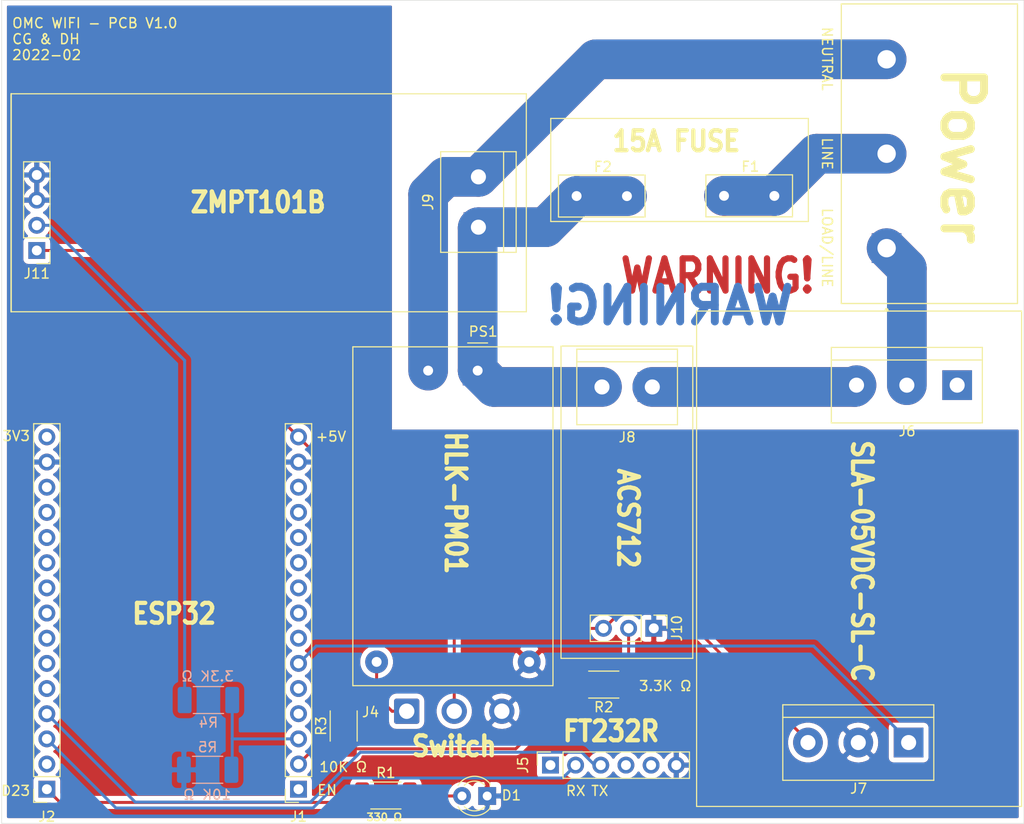
<source format=kicad_pcb>
(kicad_pcb (version 20171130) (host pcbnew 5.1.12-84ad8e8a86~92~ubuntu18.04.1)

  (general
    (thickness 1.6)
    (drawings 81)
    (tracks 94)
    (zones 0)
    (modules 20)
    (nets 43)
  )

  (page A4)
  (layers
    (0 F.Cu signal hide)
    (31 B.Cu signal hide)
    (32 B.Adhes user hide)
    (33 F.Adhes user)
    (34 B.Paste user)
    (35 F.Paste user)
    (36 B.SilkS user)
    (37 F.SilkS user)
    (38 B.Mask user hide)
    (39 F.Mask user)
    (40 Dwgs.User user hide)
    (41 Cmts.User user)
    (42 Eco1.User user)
    (43 Eco2.User user)
    (44 Edge.Cuts user)
    (45 Margin user)
    (46 B.CrtYd user)
    (47 F.CrtYd user)
    (48 B.Fab user hide)
    (49 F.Fab user hide)
  )

  (setup
    (last_trace_width 0.3)
    (trace_clearance 0.3)
    (zone_clearance 0.508)
    (zone_45_only no)
    (trace_min 0.2)
    (via_size 1.2)
    (via_drill 0.6)
    (via_min_size 0.4)
    (via_min_drill 0.3)
    (uvia_size 1.2)
    (uvia_drill 0.6)
    (uvias_allowed no)
    (uvia_min_size 0.2)
    (uvia_min_drill 0.1)
    (edge_width 0.05)
    (segment_width 0.2)
    (pcb_text_width 0.3)
    (pcb_text_size 1.5 1.5)
    (mod_edge_width 0.12)
    (mod_text_size 1 1)
    (mod_text_width 0.15)
    (pad_size 3 3)
    (pad_drill 1)
    (pad_to_mask_clearance 0.05)
    (aux_axis_origin 0 0)
    (visible_elements 7FFFFFFF)
    (pcbplotparams
      (layerselection 0x010fc_ffffffff)
      (usegerberextensions true)
      (usegerberattributes false)
      (usegerberadvancedattributes false)
      (creategerberjobfile false)
      (excludeedgelayer true)
      (linewidth 0.100000)
      (plotframeref false)
      (viasonmask false)
      (mode 1)
      (useauxorigin false)
      (hpglpennumber 1)
      (hpglpenspeed 20)
      (hpglpendiameter 15.000000)
      (psnegative false)
      (psa4output false)
      (plotreference true)
      (plotvalue false)
      (plotinvisibletext false)
      (padsonsilk false)
      (subtractmaskfromsilk true)
      (outputformat 1)
      (mirror false)
      (drillshape 0)
      (scaleselection 1)
      (outputdirectory "OMC_WIFI_GERBERS/"))
  )

  (net 0 "")
  (net 1 GND)
  (net 2 "Net-(D1-Pad2)")
  (net 3 +5V)
  (net 4 D13)
  (net 5 D12)
  (net 6 D14)
  (net 7 D26)
  (net 8 D25)
  (net 9 D33)
  (net 10 D32_RELAY)
  (net 11 D35)
  (net 12 D34)
  (net 13 EN)
  (net 14 D22)
  (net 15 TX0)
  (net 16 RX0)
  (net 17 D21)
  (net 18 D19)
  (net 19 D18)
  (net 20 D5)
  (net 21 TX2)
  (net 22 RX2)
  (net 23 D4)
  (net 24 D2)
  (net 25 D15)
  (net 26 3V3)
  (net 27 LINE)
  (net 28 DTR)
  (net 29 VCC)
  (net 30 CTS)
  (net 31 NC)
  (net 32 COM)
  (net 33 NO)
  (net 34 "Net-(J4-Pad1)")
  (net 35 VN_ZMPT)
  (net 36 VP_ACS)
  (net 37 D27)
  (net 38 D23_LED)
  (net 39 NEUTRAL)
  (net 40 "Net-(F1-Pad1)")
  (net 41 "Net-(J10-Pad2)")
  (net 42 "Net-(J11-Pad2)")

  (net_class Default "This is the default net class."
    (clearance 0.3)
    (trace_width 0.3)
    (via_dia 1.2)
    (via_drill 0.6)
    (uvia_dia 1.2)
    (uvia_drill 0.6)
    (diff_pair_width 0.3)
    (diff_pair_gap 0.3)
    (add_net +5V)
    (add_net 3V3)
    (add_net CTS)
    (add_net D12)
    (add_net D13)
    (add_net D14)
    (add_net D15)
    (add_net D18)
    (add_net D19)
    (add_net D2)
    (add_net D21)
    (add_net D22)
    (add_net D23_LED)
    (add_net D25)
    (add_net D26)
    (add_net D27)
    (add_net D32_RELAY)
    (add_net D33)
    (add_net D34)
    (add_net D35)
    (add_net D4)
    (add_net D5)
    (add_net DTR)
    (add_net EN)
    (add_net GND)
    (add_net "Net-(D1-Pad2)")
    (add_net "Net-(J10-Pad2)")
    (add_net "Net-(J11-Pad2)")
    (add_net "Net-(J4-Pad1)")
    (add_net RX0)
    (add_net RX2)
    (add_net TX0)
    (add_net TX2)
    (add_net VCC)
    (add_net VN_ZMPT)
    (add_net VP_ACS)
  )

  (net_class "220V HC" ""
    (clearance 1)
    (trace_width 4)
    (via_dia 1.2)
    (via_drill 0.6)
    (uvia_dia 1.2)
    (uvia_drill 0.6)
    (diff_pair_width 0.3)
    (diff_pair_gap 0.3)
    (add_net COM)
    (add_net LINE)
    (add_net NC)
    (add_net NEUTRAL)
    (add_net NO)
    (add_net "Net-(F1-Pad1)")
  )

  (net_class "220V LC" ""
    (clearance 1)
    (trace_width 2)
    (via_dia 1.2)
    (via_drill 0.6)
    (uvia_dia 1.2)
    (uvia_drill 0.6)
    (diff_pair_width 0.3)
    (diff_pair_gap 0.3)
  )

  (module Resistor_SMD:R_2010_5025Metric_Pad1.40x2.65mm_HandSolder (layer B.Cu) (tedit 5F68FEEE) (tstamp 62461C51)
    (at 597.37 -904.26 180)
    (descr "Resistor SMD 2010 (5025 Metric), square (rectangular) end terminal, IPC_7351 nominal with elongated pad for handsoldering. (Body size source: IPC-SM-782 page 72, https://www.pcb-3d.com/wordpress/wp-content/uploads/ipc-sm-782a_amendment_1_and_2.pdf), generated with kicad-footprint-generator")
    (tags "resistor handsolder")
    (path /624E965B)
    (attr smd)
    (fp_text reference R5 (at 0 2.28) (layer B.SilkS)
      (effects (font (size 1 1) (thickness 0.15)) (justify mirror))
    )
    (fp_text value 10K (at 0 -2.28) (layer B.Fab)
      (effects (font (size 1 1) (thickness 0.15)) (justify mirror))
    )
    (fp_text user %R (at 0 0) (layer B.Fab)
      (effects (font (size 1 1) (thickness 0.15)) (justify mirror))
    )
    (fp_line (start -2.5 -1.25) (end -2.5 1.25) (layer B.Fab) (width 0.1))
    (fp_line (start -2.5 1.25) (end 2.5 1.25) (layer B.Fab) (width 0.1))
    (fp_line (start 2.5 1.25) (end 2.5 -1.25) (layer B.Fab) (width 0.1))
    (fp_line (start 2.5 -1.25) (end -2.5 -1.25) (layer B.Fab) (width 0.1))
    (fp_line (start -1.527064 1.36) (end 1.527064 1.36) (layer B.SilkS) (width 0.12))
    (fp_line (start -1.527064 -1.36) (end 1.527064 -1.36) (layer B.SilkS) (width 0.12))
    (fp_line (start -3.35 -1.58) (end -3.35 1.58) (layer B.CrtYd) (width 0.05))
    (fp_line (start -3.35 1.58) (end 3.35 1.58) (layer B.CrtYd) (width 0.05))
    (fp_line (start 3.35 1.58) (end 3.35 -1.58) (layer B.CrtYd) (width 0.05))
    (fp_line (start 3.35 -1.58) (end -3.35 -1.58) (layer B.CrtYd) (width 0.05))
    (pad 2 smd roundrect (at 2.4 0 180) (size 1.4 2.65) (layers B.Cu B.Paste B.Mask) (roundrect_rratio 0.178571)
      (net 1 GND))
    (pad 1 smd roundrect (at -2.4 0 180) (size 1.4 2.65) (layers B.Cu B.Paste B.Mask) (roundrect_rratio 0.178571)
      (net 35 VN_ZMPT))
    (model ${KISYS3DMOD}/Resistor_SMD.3dshapes/R_2010_5025Metric.wrl
      (at (xyz 0 0 0))
      (scale (xyz 1 1 1))
      (rotate (xyz 0 0 0))
    )
  )

  (module Resistor_SMD:R_2010_5025Metric_Pad1.40x2.65mm_HandSolder (layer B.Cu) (tedit 5F68FEEE) (tstamp 62461C40)
    (at 597.45 -911.3)
    (descr "Resistor SMD 2010 (5025 Metric), square (rectangular) end terminal, IPC_7351 nominal with elongated pad for handsoldering. (Body size source: IPC-SM-782 page 72, https://www.pcb-3d.com/wordpress/wp-content/uploads/ipc-sm-782a_amendment_1_and_2.pdf), generated with kicad-footprint-generator")
    (tags "resistor handsolder")
    (path /624E9667)
    (attr smd)
    (fp_text reference R4 (at 0 2.28) (layer B.SilkS)
      (effects (font (size 1 1) (thickness 0.15)) (justify mirror))
    )
    (fp_text value 3.3K (at 0 -2.28) (layer B.Fab)
      (effects (font (size 1 1) (thickness 0.15)) (justify mirror))
    )
    (fp_text user %R (at 0 0) (layer B.Fab)
      (effects (font (size 1 1) (thickness 0.15)) (justify mirror))
    )
    (fp_line (start -2.5 -1.25) (end -2.5 1.25) (layer B.Fab) (width 0.1))
    (fp_line (start -2.5 1.25) (end 2.5 1.25) (layer B.Fab) (width 0.1))
    (fp_line (start 2.5 1.25) (end 2.5 -1.25) (layer B.Fab) (width 0.1))
    (fp_line (start 2.5 -1.25) (end -2.5 -1.25) (layer B.Fab) (width 0.1))
    (fp_line (start -1.527064 1.36) (end 1.527064 1.36) (layer B.SilkS) (width 0.12))
    (fp_line (start -1.527064 -1.36) (end 1.527064 -1.36) (layer B.SilkS) (width 0.12))
    (fp_line (start -3.35 -1.58) (end -3.35 1.58) (layer B.CrtYd) (width 0.05))
    (fp_line (start -3.35 1.58) (end 3.35 1.58) (layer B.CrtYd) (width 0.05))
    (fp_line (start 3.35 1.58) (end 3.35 -1.58) (layer B.CrtYd) (width 0.05))
    (fp_line (start 3.35 -1.58) (end -3.35 -1.58) (layer B.CrtYd) (width 0.05))
    (pad 2 smd roundrect (at 2.4 0) (size 1.4 2.65) (layers B.Cu B.Paste B.Mask) (roundrect_rratio 0.178571)
      (net 35 VN_ZMPT))
    (pad 1 smd roundrect (at -2.4 0) (size 1.4 2.65) (layers B.Cu B.Paste B.Mask) (roundrect_rratio 0.178571)
      (net 42 "Net-(J11-Pad2)"))
    (model ${KISYS3DMOD}/Resistor_SMD.3dshapes/R_2010_5025Metric.wrl
      (at (xyz 0 0 0))
      (scale (xyz 1 1 1))
      (rotate (xyz 0 0 0))
    )
  )

  (module Resistor_SMD:R_2010_5025Metric_Pad1.40x2.65mm_HandSolder (layer F.Cu) (tedit 5F68FEEE) (tstamp 62461C2F)
    (at 611.1 -908.68 90)
    (descr "Resistor SMD 2010 (5025 Metric), square (rectangular) end terminal, IPC_7351 nominal with elongated pad for handsoldering. (Body size source: IPC-SM-782 page 72, https://www.pcb-3d.com/wordpress/wp-content/uploads/ipc-sm-782a_amendment_1_and_2.pdf), generated with kicad-footprint-generator")
    (tags "resistor handsolder")
    (path /62476E7A)
    (attr smd)
    (fp_text reference R3 (at 0 -2.28 90) (layer F.SilkS)
      (effects (font (size 1 1) (thickness 0.15)))
    )
    (fp_text value 10K (at 0 2.28 90) (layer F.Fab)
      (effects (font (size 1 1) (thickness 0.15)))
    )
    (fp_text user %R (at 0 0 90) (layer F.Fab)
      (effects (font (size 1 1) (thickness 0.15)))
    )
    (fp_line (start -2.5 1.25) (end -2.5 -1.25) (layer F.Fab) (width 0.1))
    (fp_line (start -2.5 -1.25) (end 2.5 -1.25) (layer F.Fab) (width 0.1))
    (fp_line (start 2.5 -1.25) (end 2.5 1.25) (layer F.Fab) (width 0.1))
    (fp_line (start 2.5 1.25) (end -2.5 1.25) (layer F.Fab) (width 0.1))
    (fp_line (start -1.527064 -1.36) (end 1.527064 -1.36) (layer F.SilkS) (width 0.12))
    (fp_line (start -1.527064 1.36) (end 1.527064 1.36) (layer F.SilkS) (width 0.12))
    (fp_line (start -3.35 1.58) (end -3.35 -1.58) (layer F.CrtYd) (width 0.05))
    (fp_line (start -3.35 -1.58) (end 3.35 -1.58) (layer F.CrtYd) (width 0.05))
    (fp_line (start 3.35 -1.58) (end 3.35 1.58) (layer F.CrtYd) (width 0.05))
    (fp_line (start 3.35 1.58) (end -3.35 1.58) (layer F.CrtYd) (width 0.05))
    (pad 2 smd roundrect (at 2.4 0 90) (size 1.4 2.65) (layers F.Cu F.Paste F.Mask) (roundrect_rratio 0.178571)
      (net 1 GND))
    (pad 1 smd roundrect (at -2.4 0 90) (size 1.4 2.65) (layers F.Cu F.Paste F.Mask) (roundrect_rratio 0.178571)
      (net 36 VP_ACS))
    (model ${KISYS3DMOD}/Resistor_SMD.3dshapes/R_2010_5025Metric.wrl
      (at (xyz 0 0 0))
      (scale (xyz 1 1 1))
      (rotate (xyz 0 0 0))
    )
  )

  (module Resistor_SMD:R_2010_5025Metric_Pad1.40x2.65mm_HandSolder (layer F.Cu) (tedit 5F68FEEE) (tstamp 62461C1E)
    (at 637.35 -912.86 180)
    (descr "Resistor SMD 2010 (5025 Metric), square (rectangular) end terminal, IPC_7351 nominal with elongated pad for handsoldering. (Body size source: IPC-SM-782 page 72, https://www.pcb-3d.com/wordpress/wp-content/uploads/ipc-sm-782a_amendment_1_and_2.pdf), generated with kicad-footprint-generator")
    (tags "resistor handsolder")
    (path /6246D72C)
    (attr smd)
    (fp_text reference R2 (at 0 -2.28) (layer F.SilkS)
      (effects (font (size 1 1) (thickness 0.15)))
    )
    (fp_text value 3.3K (at 0 2.28) (layer F.Fab)
      (effects (font (size 1 1) (thickness 0.15)))
    )
    (fp_text user %R (at 0 0) (layer F.Fab)
      (effects (font (size 1 1) (thickness 0.15)))
    )
    (fp_line (start -2.5 1.25) (end -2.5 -1.25) (layer F.Fab) (width 0.1))
    (fp_line (start -2.5 -1.25) (end 2.5 -1.25) (layer F.Fab) (width 0.1))
    (fp_line (start 2.5 -1.25) (end 2.5 1.25) (layer F.Fab) (width 0.1))
    (fp_line (start 2.5 1.25) (end -2.5 1.25) (layer F.Fab) (width 0.1))
    (fp_line (start -1.527064 -1.36) (end 1.527064 -1.36) (layer F.SilkS) (width 0.12))
    (fp_line (start -1.527064 1.36) (end 1.527064 1.36) (layer F.SilkS) (width 0.12))
    (fp_line (start -3.35 1.58) (end -3.35 -1.58) (layer F.CrtYd) (width 0.05))
    (fp_line (start -3.35 -1.58) (end 3.35 -1.58) (layer F.CrtYd) (width 0.05))
    (fp_line (start 3.35 -1.58) (end 3.35 1.58) (layer F.CrtYd) (width 0.05))
    (fp_line (start 3.35 1.58) (end -3.35 1.58) (layer F.CrtYd) (width 0.05))
    (pad 2 smd roundrect (at 2.4 0 180) (size 1.4 2.65) (layers F.Cu F.Paste F.Mask) (roundrect_rratio 0.178571)
      (net 36 VP_ACS))
    (pad 1 smd roundrect (at -2.4 0 180) (size 1.4 2.65) (layers F.Cu F.Paste F.Mask) (roundrect_rratio 0.178571)
      (net 41 "Net-(J10-Pad2)"))
    (model ${KISYS3DMOD}/Resistor_SMD.3dshapes/R_2010_5025Metric.wrl
      (at (xyz 0 0 0))
      (scale (xyz 1 1 1))
      (rotate (xyz 0 0 0))
    )
  )

  (module Connector_PinSocket_2.54mm:PinSocket_1x06_P2.54mm_Vertical (layer F.Cu) (tedit 5A19A430) (tstamp 620BA394)
    (at 631.97 -904.73 90)
    (descr "Through hole straight socket strip, 1x06, 2.54mm pitch, single row (from Kicad 4.0.7), script generated")
    (tags "Through hole socket strip THT 1x06 2.54mm single row")
    (path /6239A494)
    (fp_text reference J5 (at 0 -2.77 90) (layer F.SilkS)
      (effects (font (size 1 1) (thickness 0.15)))
    )
    (fp_text value Pins_FT232R (at 0 15.47 90) (layer F.Fab)
      (effects (font (size 1 1) (thickness 0.15)))
    )
    (fp_line (start -1.27 -1.27) (end 0.635 -1.27) (layer F.Fab) (width 0.1))
    (fp_line (start 0.635 -1.27) (end 1.27 -0.635) (layer F.Fab) (width 0.1))
    (fp_line (start 1.27 -0.635) (end 1.27 13.97) (layer F.Fab) (width 0.1))
    (fp_line (start 1.27 13.97) (end -1.27 13.97) (layer F.Fab) (width 0.1))
    (fp_line (start -1.27 13.97) (end -1.27 -1.27) (layer F.Fab) (width 0.1))
    (fp_line (start -1.33 1.27) (end 1.33 1.27) (layer F.SilkS) (width 0.12))
    (fp_line (start -1.33 1.27) (end -1.33 14.03) (layer F.SilkS) (width 0.12))
    (fp_line (start -1.33 14.03) (end 1.33 14.03) (layer F.SilkS) (width 0.12))
    (fp_line (start 1.33 1.27) (end 1.33 14.03) (layer F.SilkS) (width 0.12))
    (fp_line (start 1.33 -1.33) (end 1.33 0) (layer F.SilkS) (width 0.12))
    (fp_line (start 0 -1.33) (end 1.33 -1.33) (layer F.SilkS) (width 0.12))
    (fp_line (start -1.8 -1.8) (end 1.75 -1.8) (layer F.CrtYd) (width 0.05))
    (fp_line (start 1.75 -1.8) (end 1.75 14.45) (layer F.CrtYd) (width 0.05))
    (fp_line (start 1.75 14.45) (end -1.8 14.45) (layer F.CrtYd) (width 0.05))
    (fp_line (start -1.8 14.45) (end -1.8 -1.8) (layer F.CrtYd) (width 0.05))
    (fp_text user %R (at 0 6.35) (layer F.Fab)
      (effects (font (size 1 1) (thickness 0.15)))
    )
    (pad 1 thru_hole rect (at 0 0 90) (size 1.7 1.7) (drill 1) (layers *.Cu *.Mask)
      (net 28 DTR))
    (pad 2 thru_hole oval (at 0 2.54 90) (size 1.7 1.7) (drill 1) (layers *.Cu *.Mask)
      (net 15 TX0))
    (pad 3 thru_hole oval (at 0 5.08 90) (size 1.7 1.7) (drill 1) (layers *.Cu *.Mask)
      (net 16 RX0))
    (pad 4 thru_hole oval (at 0 7.62 90) (size 1.7 1.7) (drill 1) (layers *.Cu *.Mask)
      (net 29 VCC))
    (pad 5 thru_hole oval (at 0 10.16 90) (size 1.7 1.7) (drill 1) (layers *.Cu *.Mask)
      (net 30 CTS))
    (pad 6 thru_hole oval (at 0 12.7 90) (size 1.7 1.7) (drill 1) (layers *.Cu *.Mask)
      (net 1 GND))
    (model ${KISYS3DMOD}/Connector_PinSocket_2.54mm.3dshapes/PinSocket_1x06_P2.54mm_Vertical.wrl
      (at (xyz 0 0 0))
      (scale (xyz 1 1 1))
      (rotate (xyz 0 0 0))
    )
  )

  (module Fuse:Fuse_Littelfuse_395Series (layer F.Cu) (tedit 5A1C8B31) (tstamp 6210D1BE)
    (at 634.61 -962.17)
    (descr "Fuse, TE5, Littelfuse/Wickmann, No. 460, No560,")
    (tags "Fuse TE5 Littelfuse/Wickmann No. 460 No560 ")
    (path /6214DC3E)
    (fp_text reference F2 (at 2.65 -2.95) (layer F.SilkS)
      (effects (font (size 1 1) (thickness 0.15)))
    )
    (fp_text value Fuse (at 2.35 3.1) (layer F.Fab)
      (effects (font (size 1 1) (thickness 0.15)))
    )
    (fp_line (start 6.91 2.12) (end -1.83 2.12) (layer F.SilkS) (width 0.12))
    (fp_line (start 6.91 2.12) (end 6.91 -2.12) (layer F.SilkS) (width 0.12))
    (fp_line (start -1.83 -2.12) (end -1.83 2.12) (layer F.SilkS) (width 0.12))
    (fp_line (start -1.83 -2.12) (end 6.91 -2.12) (layer F.SilkS) (width 0.12))
    (fp_line (start 7.04 2.25) (end -1.96 2.25) (layer F.CrtYd) (width 0.05))
    (fp_line (start 7.04 2.25) (end 7.04 -2.25) (layer F.CrtYd) (width 0.05))
    (fp_line (start -1.96 -2.25) (end -1.96 2.25) (layer F.CrtYd) (width 0.05))
    (fp_line (start -1.96 -2.25) (end 7.04 -2.25) (layer F.CrtYd) (width 0.05))
    (fp_line (start -1.71 -2) (end -1.71 2) (layer F.Fab) (width 0.1))
    (fp_line (start 6.79 -2) (end -1.71 -2) (layer F.Fab) (width 0.1))
    (fp_line (start 6.79 2) (end 6.79 -2) (layer F.Fab) (width 0.1))
    (fp_line (start -1.71 2) (end 6.79 2) (layer F.Fab) (width 0.1))
    (fp_text user %R (at 2.75 -1.25) (layer F.Fab)
      (effects (font (size 1 1) (thickness 0.15)))
    )
    (pad 2 thru_hole circle (at 5.08 0.01) (size 2 2) (drill 1) (layers *.Cu *.Mask)
      (net 27 LINE))
    (pad 1 thru_hole circle (at 0 0) (size 2 2) (drill 1) (layers *.Cu *.Mask)
      (net 27 LINE))
    (model ${KISYS3DMOD}/Fuse.3dshapes/Fuse_Littelfuse_395Series.wrl
      (at (xyz 0 0 0))
      (scale (xyz 1 1 1))
      (rotate (xyz 0 0 0))
    )
  )

  (module Fuse:Fuse_Littelfuse_395Series (layer F.Cu) (tedit 5A1C8B31) (tstamp 62103D9A)
    (at 649.49 -962.19)
    (descr "Fuse, TE5, Littelfuse/Wickmann, No. 460, No560,")
    (tags "Fuse TE5 Littelfuse/Wickmann No. 460 No560 ")
    (path /6211FE5D)
    (fp_text reference F1 (at 2.65 -2.95) (layer F.SilkS)
      (effects (font (size 1 1) (thickness 0.15)))
    )
    (fp_text value Fuse (at 2.35 3.1) (layer F.Fab)
      (effects (font (size 1 1) (thickness 0.15)))
    )
    (fp_line (start 6.91 2.12) (end -1.83 2.12) (layer F.SilkS) (width 0.12))
    (fp_line (start 6.91 2.12) (end 6.91 -2.12) (layer F.SilkS) (width 0.12))
    (fp_line (start -1.83 -2.12) (end -1.83 2.12) (layer F.SilkS) (width 0.12))
    (fp_line (start -1.83 -2.12) (end 6.91 -2.12) (layer F.SilkS) (width 0.12))
    (fp_line (start 7.04 2.25) (end -1.96 2.25) (layer F.CrtYd) (width 0.05))
    (fp_line (start 7.04 2.25) (end 7.04 -2.25) (layer F.CrtYd) (width 0.05))
    (fp_line (start -1.96 -2.25) (end -1.96 2.25) (layer F.CrtYd) (width 0.05))
    (fp_line (start -1.96 -2.25) (end 7.04 -2.25) (layer F.CrtYd) (width 0.05))
    (fp_line (start -1.71 -2) (end -1.71 2) (layer F.Fab) (width 0.1))
    (fp_line (start 6.79 -2) (end -1.71 -2) (layer F.Fab) (width 0.1))
    (fp_line (start 6.79 2) (end 6.79 -2) (layer F.Fab) (width 0.1))
    (fp_line (start -1.71 2) (end 6.79 2) (layer F.Fab) (width 0.1))
    (fp_text user %R (at 2.75 -1.25) (layer F.Fab)
      (effects (font (size 1 1) (thickness 0.15)))
    )
    (pad 2 thru_hole circle (at 5.08 0.01) (size 2 2) (drill 1) (layers *.Cu *.Mask)
      (net 40 "Net-(F1-Pad1)"))
    (pad 1 thru_hole circle (at 0 0) (size 2 2) (drill 1) (layers *.Cu *.Mask)
      (net 40 "Net-(F1-Pad1)"))
    (model ${KISYS3DMOD}/Fuse.3dshapes/Fuse_Littelfuse_395Series.wrl
      (at (xyz 0 0 0))
      (scale (xyz 1 1 1))
      (rotate (xyz 0 0 0))
    )
  )

  (module TerminalBlock:TerminalBlock_bornier-2_P5.08mm (layer F.Cu) (tedit 59FF03AB) (tstamp 620BA3EE)
    (at 624.7 -959.025 90)
    (descr "simple 2-pin terminal block, pitch 5.08mm, revamped version of bornier2")
    (tags "terminal block bornier2")
    (path /62231822)
    (fp_text reference J9 (at 2.54 -5.08 90) (layer F.SilkS)
      (effects (font (size 1 1) (thickness 0.15)))
    )
    (fp_text value Line_ZMPT101B (at 2.54 5.08 90) (layer F.Fab)
      (effects (font (size 1 1) (thickness 0.15)))
    )
    (fp_line (start 7.79 4) (end -2.71 4) (layer F.CrtYd) (width 0.05))
    (fp_line (start 7.79 4) (end 7.79 -4) (layer F.CrtYd) (width 0.05))
    (fp_line (start -2.71 -4) (end -2.71 4) (layer F.CrtYd) (width 0.05))
    (fp_line (start -2.71 -4) (end 7.79 -4) (layer F.CrtYd) (width 0.05))
    (fp_line (start -2.54 3.81) (end 7.62 3.81) (layer F.SilkS) (width 0.12))
    (fp_line (start -2.54 -3.81) (end -2.54 3.81) (layer F.SilkS) (width 0.12))
    (fp_line (start 7.62 -3.81) (end -2.54 -3.81) (layer F.SilkS) (width 0.12))
    (fp_line (start 7.62 3.81) (end 7.62 -3.81) (layer F.SilkS) (width 0.12))
    (fp_line (start 7.62 2.54) (end -2.54 2.54) (layer F.SilkS) (width 0.12))
    (fp_line (start 7.54 -3.75) (end -2.46 -3.75) (layer F.Fab) (width 0.1))
    (fp_line (start 7.54 3.75) (end 7.54 -3.75) (layer F.Fab) (width 0.1))
    (fp_line (start -2.46 3.75) (end 7.54 3.75) (layer F.Fab) (width 0.1))
    (fp_line (start -2.46 -3.75) (end -2.46 3.75) (layer F.Fab) (width 0.1))
    (fp_line (start -2.41 2.55) (end 7.49 2.55) (layer F.Fab) (width 0.1))
    (fp_text user %R (at 2.54 0 90) (layer F.Fab)
      (effects (font (size 1 1) (thickness 0.15)))
    )
    (pad 1 thru_hole rect (at 0 0 90) (size 3 3) (drill 1.52) (layers *.Cu *.Mask)
      (net 27 LINE))
    (pad 2 thru_hole circle (at 5.08 0 90) (size 3 3) (drill 1.52) (layers *.Cu *.Mask)
      (net 39 NEUTRAL))
    (model ${KISYS3DMOD}/TerminalBlock.3dshapes/TerminalBlock_bornier-2_P5.08mm.wrl
      (offset (xyz 2.539999961853027 0 0))
      (scale (xyz 1 1 1))
      (rotate (xyz 0 0 0))
    )
  )

  (module TerminalBlock:TerminalBlock_bornier-3_P5.08mm (layer F.Cu) (tedit 59FF03B9) (tstamp 620BA3C2)
    (at 668.12 -907.01 180)
    (descr "simple 3-pin terminal block, pitch 5.08mm, revamped version of bornier3")
    (tags "terminal block bornier3")
    (path /623E700B)
    (fp_text reference J7 (at 5.05 -4.65) (layer F.SilkS)
      (effects (font (size 1 1) (thickness 0.15)))
    )
    (fp_text value Control_Relay (at 5.08 5.08) (layer F.Fab)
      (effects (font (size 1 1) (thickness 0.15)))
    )
    (fp_line (start -2.47 2.55) (end 12.63 2.55) (layer F.Fab) (width 0.1))
    (fp_line (start -2.47 -3.75) (end 12.63 -3.75) (layer F.Fab) (width 0.1))
    (fp_line (start 12.63 -3.75) (end 12.63 3.75) (layer F.Fab) (width 0.1))
    (fp_line (start 12.63 3.75) (end -2.47 3.75) (layer F.Fab) (width 0.1))
    (fp_line (start -2.47 3.75) (end -2.47 -3.75) (layer F.Fab) (width 0.1))
    (fp_line (start -2.54 3.81) (end -2.54 -3.81) (layer F.SilkS) (width 0.12))
    (fp_line (start 12.7 3.81) (end 12.7 -3.81) (layer F.SilkS) (width 0.12))
    (fp_line (start -2.54 2.54) (end 12.7 2.54) (layer F.SilkS) (width 0.12))
    (fp_line (start -2.54 -3.81) (end 12.7 -3.81) (layer F.SilkS) (width 0.12))
    (fp_line (start -2.54 3.81) (end 12.7 3.81) (layer F.SilkS) (width 0.12))
    (fp_line (start -2.72 -4) (end 12.88 -4) (layer F.CrtYd) (width 0.05))
    (fp_line (start -2.72 -4) (end -2.72 4) (layer F.CrtYd) (width 0.05))
    (fp_line (start 12.88 4) (end 12.88 -4) (layer F.CrtYd) (width 0.05))
    (fp_line (start 12.88 4) (end -2.72 4) (layer F.CrtYd) (width 0.05))
    (fp_text user %R (at 5.08 0) (layer F.Fab)
      (effects (font (size 1 1) (thickness 0.15)))
    )
    (pad 3 thru_hole circle (at 10.16 0 180) (size 3 3) (drill 1.52) (layers *.Cu *.Mask)
      (net 3 +5V))
    (pad 2 thru_hole circle (at 5.08 0 180) (size 3 3) (drill 1.52) (layers *.Cu *.Mask)
      (net 1 GND))
    (pad 1 thru_hole rect (at 0 0 180) (size 3 3) (drill 1.52) (layers *.Cu *.Mask)
      (net 10 D32_RELAY))
    (model ${KISYS3DMOD}/TerminalBlock.3dshapes/TerminalBlock_bornier-3_P5.08mm.wrl
      (offset (xyz 5.079999923706055 0 0))
      (scale (xyz 1 1 1))
      (rotate (xyz 0 0 0))
    )
  )

  (module TerminalBlock:TerminalBlock_bornier-2_P5.08mm (layer F.Cu) (tedit 59FF03AB) (tstamp 620D8EE7)
    (at 642.25 -942.9 180)
    (descr "simple 2-pin terminal block, pitch 5.08mm, revamped version of bornier2")
    (tags "terminal block bornier2")
    (path /621188AB)
    (fp_text reference J8 (at 2.54 -5.08) (layer F.SilkS)
      (effects (font (size 1 1) (thickness 0.15)))
    )
    (fp_text value Line_ACS712 (at 2.54 5.08) (layer F.Fab)
      (effects (font (size 1 1) (thickness 0.15)))
    )
    (fp_line (start 7.79 4) (end -2.71 4) (layer F.CrtYd) (width 0.05))
    (fp_line (start 7.79 4) (end 7.79 -4) (layer F.CrtYd) (width 0.05))
    (fp_line (start -2.71 -4) (end -2.71 4) (layer F.CrtYd) (width 0.05))
    (fp_line (start -2.71 -4) (end 7.79 -4) (layer F.CrtYd) (width 0.05))
    (fp_line (start -2.54 3.81) (end 7.62 3.81) (layer F.SilkS) (width 0.12))
    (fp_line (start -2.54 -3.81) (end -2.54 3.81) (layer F.SilkS) (width 0.12))
    (fp_line (start 7.62 -3.81) (end -2.54 -3.81) (layer F.SilkS) (width 0.12))
    (fp_line (start 7.62 3.81) (end 7.62 -3.81) (layer F.SilkS) (width 0.12))
    (fp_line (start 7.62 2.54) (end -2.54 2.54) (layer F.SilkS) (width 0.12))
    (fp_line (start 7.54 -3.75) (end -2.46 -3.75) (layer F.Fab) (width 0.1))
    (fp_line (start 7.54 3.75) (end 7.54 -3.75) (layer F.Fab) (width 0.1))
    (fp_line (start -2.46 3.75) (end 7.54 3.75) (layer F.Fab) (width 0.1))
    (fp_line (start -2.46 -3.75) (end -2.46 3.75) (layer F.Fab) (width 0.1))
    (fp_line (start -2.41 2.55) (end 7.49 2.55) (layer F.Fab) (width 0.1))
    (fp_text user %R (at 2.54 0) (layer F.Fab)
      (effects (font (size 1 1) (thickness 0.15)))
    )
    (pad 1 thru_hole rect (at 0 0 180) (size 3 3) (drill 1.52) (layers *.Cu *.Mask)
      (net 33 NO))
    (pad 2 thru_hole circle (at 5.08 0 180) (size 3 3) (drill 1.52) (layers *.Cu *.Mask)
      (net 27 LINE))
    (model ${KISYS3DMOD}/TerminalBlock.3dshapes/TerminalBlock_bornier-2_P5.08mm.wrl
      (offset (xyz 2.539999961853027 0 0))
      (scale (xyz 1 1 1))
      (rotate (xyz 0 0 0))
    )
  )

  (module TerminalBlock:TerminalBlock_bornier-3_P5.08mm (layer F.Cu) (tedit 59FF03B9) (tstamp 620D8ED1)
    (at 673.02 -943.08 180)
    (descr "simple 3-pin terminal block, pitch 5.08mm, revamped version of bornier3")
    (tags "terminal block bornier3")
    (path /623E5D69)
    (fp_text reference J6 (at 5.05 -4.65) (layer F.SilkS)
      (effects (font (size 1 1) (thickness 0.15)))
    )
    (fp_text value Line_Relay (at 5.08 5.08) (layer F.Fab)
      (effects (font (size 1 1) (thickness 0.15)))
    )
    (fp_line (start -2.47 2.55) (end 12.63 2.55) (layer F.Fab) (width 0.1))
    (fp_line (start -2.47 -3.75) (end 12.63 -3.75) (layer F.Fab) (width 0.1))
    (fp_line (start 12.63 -3.75) (end 12.63 3.75) (layer F.Fab) (width 0.1))
    (fp_line (start 12.63 3.75) (end -2.47 3.75) (layer F.Fab) (width 0.1))
    (fp_line (start -2.47 3.75) (end -2.47 -3.75) (layer F.Fab) (width 0.1))
    (fp_line (start -2.54 3.81) (end -2.54 -3.81) (layer F.SilkS) (width 0.12))
    (fp_line (start 12.7 3.81) (end 12.7 -3.81) (layer F.SilkS) (width 0.12))
    (fp_line (start -2.54 2.54) (end 12.7 2.54) (layer F.SilkS) (width 0.12))
    (fp_line (start -2.54 -3.81) (end 12.7 -3.81) (layer F.SilkS) (width 0.12))
    (fp_line (start -2.54 3.81) (end 12.7 3.81) (layer F.SilkS) (width 0.12))
    (fp_line (start -2.72 -4) (end 12.88 -4) (layer F.CrtYd) (width 0.05))
    (fp_line (start -2.72 -4) (end -2.72 4) (layer F.CrtYd) (width 0.05))
    (fp_line (start 12.88 4) (end 12.88 -4) (layer F.CrtYd) (width 0.05))
    (fp_line (start 12.88 4) (end -2.72 4) (layer F.CrtYd) (width 0.05))
    (fp_text user %R (at 5.08 0) (layer F.Fab)
      (effects (font (size 1 1) (thickness 0.15)))
    )
    (pad 3 thru_hole circle (at 10.16 0 180) (size 3 3) (drill 1.52) (layers *.Cu *.Mask)
      (net 33 NO))
    (pad 2 thru_hole circle (at 5.08 0 180) (size 3 3) (drill 1.52) (layers *.Cu *.Mask)
      (net 32 COM))
    (pad 1 thru_hole rect (at 0 0 180) (size 3 3) (drill 1.52) (layers *.Cu *.Mask)
      (net 31 NC))
    (model ${KISYS3DMOD}/TerminalBlock.3dshapes/TerminalBlock_bornier-3_P5.08mm.wrl
      (offset (xyz 5.079999923706055 0 0))
      (scale (xyz 1 1 1))
      (rotate (xyz 0 0 0))
    )
  )

  (module LED_THT:LED_D3.0mm (layer F.Cu) (tedit 587A3A7B) (tstamp 620BA30B)
    (at 625.585 -901.615 180)
    (descr "LED, diameter 3.0mm, 2 pins")
    (tags "LED diameter 3.0mm 2 pins")
    (path /621083D3)
    (fp_text reference D1 (at -2.445 0.065 180) (layer F.SilkS)
      (effects (font (size 1 1) (thickness 0.15)))
    )
    (fp_text value LED (at 1.27 2.96) (layer F.Fab)
      (effects (font (size 1 1) (thickness 0.15)))
    )
    (fp_circle (center 1.27 0) (end 2.77 0) (layer F.Fab) (width 0.1))
    (fp_line (start -0.23 -1.16619) (end -0.23 1.16619) (layer F.Fab) (width 0.1))
    (fp_line (start -0.29 -1.236) (end -0.29 -1.08) (layer F.SilkS) (width 0.12))
    (fp_line (start -0.29 1.08) (end -0.29 1.236) (layer F.SilkS) (width 0.12))
    (fp_line (start -1.15 -2.25) (end -1.15 2.25) (layer F.CrtYd) (width 0.05))
    (fp_line (start -1.15 2.25) (end 3.7 2.25) (layer F.CrtYd) (width 0.05))
    (fp_line (start 3.7 2.25) (end 3.7 -2.25) (layer F.CrtYd) (width 0.05))
    (fp_line (start 3.7 -2.25) (end -1.15 -2.25) (layer F.CrtYd) (width 0.05))
    (fp_arc (start 1.27 0) (end -0.23 -1.16619) (angle 284.3) (layer F.Fab) (width 0.1))
    (fp_arc (start 1.27 0) (end -0.29 -1.235516) (angle 108.8) (layer F.SilkS) (width 0.12))
    (fp_arc (start 1.27 0) (end -0.29 1.235516) (angle -108.8) (layer F.SilkS) (width 0.12))
    (fp_arc (start 1.27 0) (end 0.229039 -1.08) (angle 87.9) (layer F.SilkS) (width 0.12))
    (fp_arc (start 1.27 0) (end 0.229039 1.08) (angle -87.9) (layer F.SilkS) (width 0.12))
    (pad 1 thru_hole rect (at 0 0 180) (size 1.8 1.8) (drill 0.9) (layers *.Cu *.Mask)
      (net 1 GND))
    (pad 2 thru_hole circle (at 2.54 0 180) (size 1.8 1.8) (drill 0.9) (layers *.Cu *.Mask)
      (net 2 "Net-(D1-Pad2)"))
    (model ${KISYS3DMOD}/LED_THT.3dshapes/LED_D3.0mm.wrl
      (at (xyz 0 0 0))
      (scale (xyz 1 1 1))
      (rotate (xyz 0 0 0))
    )
  )

  (module Connector_PinSocket_2.54mm:PinSocket_1x15_P2.54mm_Vertical (layer F.Cu) (tedit 5A19A41D) (tstamp 621420DA)
    (at 606.54 -902.3 180)
    (descr "Through hole straight socket strip, 1x15, 2.54mm pitch, single row (from Kicad 4.0.7), script generated")
    (tags "Through hole socket strip THT 1x15 2.54mm single row")
    (path /620C54F2)
    (fp_text reference J1 (at 0 -2.77) (layer F.SilkS)
      (effects (font (size 1 1) (thickness 0.15)))
    )
    (fp_text value ESP32_Left (at 0 38.33) (layer F.Fab)
      (effects (font (size 1 1) (thickness 0.15)))
    )
    (fp_line (start -1.27 -1.27) (end 0.635 -1.27) (layer F.Fab) (width 0.1))
    (fp_line (start 0.635 -1.27) (end 1.27 -0.635) (layer F.Fab) (width 0.1))
    (fp_line (start 1.27 -0.635) (end 1.27 36.83) (layer F.Fab) (width 0.1))
    (fp_line (start 1.27 36.83) (end -1.27 36.83) (layer F.Fab) (width 0.1))
    (fp_line (start -1.27 36.83) (end -1.27 -1.27) (layer F.Fab) (width 0.1))
    (fp_line (start -1.33 1.27) (end 1.33 1.27) (layer F.SilkS) (width 0.12))
    (fp_line (start -1.33 1.27) (end -1.33 36.89) (layer F.SilkS) (width 0.12))
    (fp_line (start -1.33 36.89) (end 1.33 36.89) (layer F.SilkS) (width 0.12))
    (fp_line (start 1.33 1.27) (end 1.33 36.89) (layer F.SilkS) (width 0.12))
    (fp_line (start 1.33 -1.33) (end 1.33 0) (layer F.SilkS) (width 0.12))
    (fp_line (start 0 -1.33) (end 1.33 -1.33) (layer F.SilkS) (width 0.12))
    (fp_line (start -1.8 -1.8) (end 1.75 -1.8) (layer F.CrtYd) (width 0.05))
    (fp_line (start 1.75 -1.8) (end 1.75 37.3) (layer F.CrtYd) (width 0.05))
    (fp_line (start 1.75 37.3) (end -1.8 37.3) (layer F.CrtYd) (width 0.05))
    (fp_line (start -1.8 37.3) (end -1.8 -1.8) (layer F.CrtYd) (width 0.05))
    (fp_text user %R (at 0 17.78 90) (layer F.Fab)
      (effects (font (size 1 1) (thickness 0.15)))
    )
    (pad 1 thru_hole rect (at 0 0 180) (size 1.7 1.7) (drill 1) (layers *.Cu *.Mask)
      (net 13 EN))
    (pad 2 thru_hole oval (at 0 2.54 180) (size 1.7 1.7) (drill 1) (layers *.Cu *.Mask)
      (net 36 VP_ACS))
    (pad 3 thru_hole oval (at 0 5.08 180) (size 1.7 1.7) (drill 1) (layers *.Cu *.Mask)
      (net 35 VN_ZMPT))
    (pad 4 thru_hole oval (at 0 7.62 180) (size 1.7 1.7) (drill 1) (layers *.Cu *.Mask)
      (net 12 D34))
    (pad 5 thru_hole oval (at 0 10.16 180) (size 1.7 1.7) (drill 1) (layers *.Cu *.Mask)
      (net 11 D35))
    (pad 6 thru_hole oval (at 0 12.7 180) (size 1.7 1.7) (drill 1) (layers *.Cu *.Mask)
      (net 10 D32_RELAY))
    (pad 7 thru_hole oval (at 0 15.24 180) (size 1.7 1.7) (drill 1) (layers *.Cu *.Mask)
      (net 9 D33))
    (pad 8 thru_hole oval (at 0 17.78 180) (size 1.7 1.7) (drill 1) (layers *.Cu *.Mask)
      (net 8 D25))
    (pad 9 thru_hole oval (at 0 20.32 180) (size 1.7 1.7) (drill 1) (layers *.Cu *.Mask)
      (net 7 D26))
    (pad 10 thru_hole oval (at 0 22.86 180) (size 1.7 1.7) (drill 1) (layers *.Cu *.Mask)
      (net 37 D27))
    (pad 11 thru_hole oval (at 0 25.4 180) (size 1.7 1.7) (drill 1) (layers *.Cu *.Mask)
      (net 6 D14))
    (pad 12 thru_hole oval (at 0 27.94 180) (size 1.7 1.7) (drill 1) (layers *.Cu *.Mask)
      (net 5 D12))
    (pad 13 thru_hole oval (at 0 30.48 180) (size 1.7 1.7) (drill 1) (layers *.Cu *.Mask)
      (net 4 D13))
    (pad 14 thru_hole oval (at 0 33.02 180) (size 1.7 1.7) (drill 1) (layers *.Cu *.Mask)
      (net 1 GND))
    (pad 15 thru_hole oval (at 0 35.56 180) (size 1.7 1.7) (drill 1) (layers *.Cu *.Mask)
      (net 3 +5V))
    (model ${KISYS3DMOD}/Connector_PinSocket_2.54mm.3dshapes/PinSocket_1x15_P2.54mm_Vertical.wrl
      (at (xyz 0 0 0))
      (scale (xyz 1 1 1))
      (rotate (xyz 0 0 0))
    )
  )

  (module Connector_PinSocket_2.54mm:PinSocket_1x15_P2.54mm_Vertical (layer F.Cu) (tedit 5A19A41D) (tstamp 62141964)
    (at 581.14 -902.3 180)
    (descr "Through hole straight socket strip, 1x15, 2.54mm pitch, single row (from Kicad 4.0.7), script generated")
    (tags "Through hole socket strip THT 1x15 2.54mm single row")
    (path /620C864B)
    (fp_text reference J2 (at 0 -2.77) (layer F.SilkS)
      (effects (font (size 1 1) (thickness 0.15)))
    )
    (fp_text value ESP32_Right (at 0 38.33) (layer F.Fab)
      (effects (font (size 1 1) (thickness 0.15)))
    )
    (fp_line (start -1.27 -1.27) (end 0.635 -1.27) (layer F.Fab) (width 0.1))
    (fp_line (start 0.635 -1.27) (end 1.27 -0.635) (layer F.Fab) (width 0.1))
    (fp_line (start 1.27 -0.635) (end 1.27 36.83) (layer F.Fab) (width 0.1))
    (fp_line (start 1.27 36.83) (end -1.27 36.83) (layer F.Fab) (width 0.1))
    (fp_line (start -1.27 36.83) (end -1.27 -1.27) (layer F.Fab) (width 0.1))
    (fp_line (start -1.33 1.27) (end 1.33 1.27) (layer F.SilkS) (width 0.12))
    (fp_line (start -1.33 1.27) (end -1.33 36.89) (layer F.SilkS) (width 0.12))
    (fp_line (start -1.33 36.89) (end 1.33 36.89) (layer F.SilkS) (width 0.12))
    (fp_line (start 1.33 1.27) (end 1.33 36.89) (layer F.SilkS) (width 0.12))
    (fp_line (start 1.33 -1.33) (end 1.33 0) (layer F.SilkS) (width 0.12))
    (fp_line (start 0 -1.33) (end 1.33 -1.33) (layer F.SilkS) (width 0.12))
    (fp_line (start -1.8 -1.8) (end 1.75 -1.8) (layer F.CrtYd) (width 0.05))
    (fp_line (start 1.75 -1.8) (end 1.75 37.3) (layer F.CrtYd) (width 0.05))
    (fp_line (start 1.75 37.3) (end -1.8 37.3) (layer F.CrtYd) (width 0.05))
    (fp_line (start -1.8 37.3) (end -1.8 -1.8) (layer F.CrtYd) (width 0.05))
    (fp_text user %R (at 0 17.78 90) (layer F.Fab)
      (effects (font (size 1 1) (thickness 0.15)))
    )
    (pad 1 thru_hole rect (at 0 0 180) (size 1.7 1.7) (drill 1) (layers *.Cu *.Mask)
      (net 38 D23_LED))
    (pad 2 thru_hole oval (at 0 2.54 180) (size 1.7 1.7) (drill 1) (layers *.Cu *.Mask)
      (net 14 D22))
    (pad 3 thru_hole oval (at 0 5.08 180) (size 1.7 1.7) (drill 1) (layers *.Cu *.Mask)
      (net 15 TX0))
    (pad 4 thru_hole oval (at 0 7.62 180) (size 1.7 1.7) (drill 1) (layers *.Cu *.Mask)
      (net 16 RX0))
    (pad 5 thru_hole oval (at 0 10.16 180) (size 1.7 1.7) (drill 1) (layers *.Cu *.Mask)
      (net 17 D21))
    (pad 6 thru_hole oval (at 0 12.7 180) (size 1.7 1.7) (drill 1) (layers *.Cu *.Mask)
      (net 18 D19))
    (pad 7 thru_hole oval (at 0 15.24 180) (size 1.7 1.7) (drill 1) (layers *.Cu *.Mask)
      (net 19 D18))
    (pad 8 thru_hole oval (at 0 17.78 180) (size 1.7 1.7) (drill 1) (layers *.Cu *.Mask)
      (net 20 D5))
    (pad 9 thru_hole oval (at 0 20.32 180) (size 1.7 1.7) (drill 1) (layers *.Cu *.Mask)
      (net 21 TX2))
    (pad 10 thru_hole oval (at 0 22.86 180) (size 1.7 1.7) (drill 1) (layers *.Cu *.Mask)
      (net 22 RX2))
    (pad 11 thru_hole oval (at 0 25.4 180) (size 1.7 1.7) (drill 1) (layers *.Cu *.Mask)
      (net 23 D4))
    (pad 12 thru_hole oval (at 0 27.94 180) (size 1.7 1.7) (drill 1) (layers *.Cu *.Mask)
      (net 24 D2))
    (pad 13 thru_hole oval (at 0 30.48 180) (size 1.7 1.7) (drill 1) (layers *.Cu *.Mask)
      (net 25 D15))
    (pad 14 thru_hole oval (at 0 33.02 180) (size 1.7 1.7) (drill 1) (layers *.Cu *.Mask)
      (net 1 GND))
    (pad 15 thru_hole oval (at 0 35.56 180) (size 1.7 1.7) (drill 1) (layers *.Cu *.Mask)
      (net 26 3V3))
    (model ${KISYS3DMOD}/Connector_PinSocket_2.54mm.3dshapes/PinSocket_1x15_P2.54mm_Vertical.wrl
      (at (xyz 0 0 0))
      (scale (xyz 1 1 1))
      (rotate (xyz 0 0 0))
    )
  )

  (module 6PCV-03-006:TE_5-1437652-4 (layer F.Cu) (tedit 620F917C) (tstamp 620BA369)
    (at 665.9 -956.91 90)
    (path /6243119F)
    (fp_text reference J3 (at 26.97 -0.03 270) (layer F.SilkS)
      (effects (font (size 1 1) (thickness 0.15)))
    )
    (fp_text value Power_In (at 2.302 14.823 90) (layer F.Fab)
      (effects (font (size 1 1) (thickness 0.15)))
    )
    (fp_circle (center -6.238 0) (end -6.138 0) (layer F.Fab) (width 0.2))
    (fp_circle (center -6.238 0) (end -6.138 0) (layer F.SilkS) (width 0.2))
    (fp_line (start 24.898 13.458) (end -5.838 13.458) (layer F.CrtYd) (width 0.05))
    (fp_line (start 24.898 -4.822) (end 24.898 13.458) (layer F.CrtYd) (width 0.05))
    (fp_line (start -5.838 -4.822) (end 24.898 -4.822) (layer F.CrtYd) (width 0.05))
    (fp_line (start -5.838 13.458) (end -5.838 -4.822) (layer F.CrtYd) (width 0.05))
    (fp_line (start 24.648 13.208) (end -5.588 13.208) (layer F.SilkS) (width 0.127))
    (fp_line (start 24.648 -4.572) (end -5.588 -4.572) (layer F.SilkS) (width 0.127))
    (fp_line (start 24.648 -4.572) (end 24.648 13.208) (layer F.SilkS) (width 0.127))
    (fp_line (start -5.588 13.208) (end -5.588 -4.572) (layer F.SilkS) (width 0.127))
    (fp_line (start 24.648 13.208) (end 24.648 13.208) (layer F.Fab) (width 0.127))
    (fp_line (start -5.588 13.208) (end 24.648 13.208) (layer F.Fab) (width 0.127))
    (fp_line (start -5.588 13.208) (end -5.588 13.208) (layer F.Fab) (width 0.127))
    (fp_line (start 24.648 13.208) (end -5.588 13.208) (layer F.Fab) (width 0.127))
    (fp_line (start 24.648 -4.572) (end 24.648 13.208) (layer F.Fab) (width 0.127))
    (fp_line (start -5.588 -4.572) (end 24.648 -4.572) (layer F.Fab) (width 0.127))
    (fp_line (start -5.588 13.208) (end -5.588 -4.572) (layer F.Fab) (width 0.127))
    (pad 3 thru_hole circle (at 19.06 0 90) (size 3 3) (drill 1.854) (layers *.Cu *.Mask)
      (net 39 NEUTRAL))
    (pad 2 thru_hole circle (at 9.53 0 90) (size 3 3) (drill 1.854) (layers *.Cu *.Mask)
      (net 40 "Net-(F1-Pad1)"))
    (pad 1 thru_hole rect (at 0 0 90) (size 3 3) (drill 1.854) (layers *.Cu *.Mask)
      (net 32 COM))
  )

  (module Connector_PinHeader_2.54mm:PinHeader_1x03_P2.54mm_Vertical (layer F.Cu) (tedit 59FED5CC) (tstamp 620BA405)
    (at 642.4 -918.54 270)
    (descr "Through hole straight pin header, 1x03, 2.54mm pitch, single row")
    (tags "Through hole pin header THT 1x03 2.54mm single row")
    (path /620C97A5)
    (fp_text reference J10 (at 0 -2.33 90) (layer F.SilkS)
      (effects (font (size 1 1) (thickness 0.15)))
    )
    (fp_text value Control_ACS712 (at 0 7.41 90) (layer F.Fab)
      (effects (font (size 1 1) (thickness 0.15)))
    )
    (fp_line (start 1.8 -1.8) (end -1.8 -1.8) (layer F.CrtYd) (width 0.05))
    (fp_line (start 1.8 6.85) (end 1.8 -1.8) (layer F.CrtYd) (width 0.05))
    (fp_line (start -1.8 6.85) (end 1.8 6.85) (layer F.CrtYd) (width 0.05))
    (fp_line (start -1.8 -1.8) (end -1.8 6.85) (layer F.CrtYd) (width 0.05))
    (fp_line (start -1.33 -1.33) (end 0 -1.33) (layer F.SilkS) (width 0.12))
    (fp_line (start -1.33 0) (end -1.33 -1.33) (layer F.SilkS) (width 0.12))
    (fp_line (start -1.33 1.27) (end 1.33 1.27) (layer F.SilkS) (width 0.12))
    (fp_line (start 1.33 1.27) (end 1.33 6.41) (layer F.SilkS) (width 0.12))
    (fp_line (start -1.33 1.27) (end -1.33 6.41) (layer F.SilkS) (width 0.12))
    (fp_line (start -1.33 6.41) (end 1.33 6.41) (layer F.SilkS) (width 0.12))
    (fp_line (start -1.27 -0.635) (end -0.635 -1.27) (layer F.Fab) (width 0.1))
    (fp_line (start -1.27 6.35) (end -1.27 -0.635) (layer F.Fab) (width 0.1))
    (fp_line (start 1.27 6.35) (end -1.27 6.35) (layer F.Fab) (width 0.1))
    (fp_line (start 1.27 -1.27) (end 1.27 6.35) (layer F.Fab) (width 0.1))
    (fp_line (start -0.635 -1.27) (end 1.27 -1.27) (layer F.Fab) (width 0.1))
    (fp_text user %R (at 0 2.54) (layer F.Fab)
      (effects (font (size 1 1) (thickness 0.15)))
    )
    (pad 3 thru_hole oval (at 0 5.08 270) (size 1.7 1.7) (drill 1) (layers *.Cu *.Mask)
      (net 3 +5V))
    (pad 2 thru_hole oval (at 0 2.54 270) (size 1.7 1.7) (drill 1) (layers *.Cu *.Mask)
      (net 41 "Net-(J10-Pad2)"))
    (pad 1 thru_hole rect (at 0 0 270) (size 1.7 1.7) (drill 1) (layers *.Cu *.Mask)
      (net 1 GND))
    (model ${KISYS3DMOD}/Connector_PinHeader_2.54mm.3dshapes/PinHeader_1x03_P2.54mm_Vertical.wrl
      (at (xyz 0 0 0))
      (scale (xyz 1 1 1))
      (rotate (xyz 0 0 0))
    )
  )

  (module Connector_PinHeader_2.54mm:PinHeader_1x04_P2.54mm_Vertical (layer F.Cu) (tedit 59FED5CC) (tstamp 620BA41D)
    (at 580.125 -956.675 180)
    (descr "Through hole straight pin header, 1x04, 2.54mm pitch, single row")
    (tags "Through hole pin header THT 1x04 2.54mm single row")
    (path /62243A42)
    (fp_text reference J11 (at 0 -2.33) (layer F.SilkS)
      (effects (font (size 1 1) (thickness 0.15)))
    )
    (fp_text value Control_ZMPT101B (at 0 9.95) (layer F.Fab)
      (effects (font (size 1 1) (thickness 0.15)))
    )
    (fp_line (start 1.8 -1.8) (end -1.8 -1.8) (layer F.CrtYd) (width 0.05))
    (fp_line (start 1.8 9.4) (end 1.8 -1.8) (layer F.CrtYd) (width 0.05))
    (fp_line (start -1.8 9.4) (end 1.8 9.4) (layer F.CrtYd) (width 0.05))
    (fp_line (start -1.8 -1.8) (end -1.8 9.4) (layer F.CrtYd) (width 0.05))
    (fp_line (start -1.33 -1.33) (end 0 -1.33) (layer F.SilkS) (width 0.12))
    (fp_line (start -1.33 0) (end -1.33 -1.33) (layer F.SilkS) (width 0.12))
    (fp_line (start -1.33 1.27) (end 1.33 1.27) (layer F.SilkS) (width 0.12))
    (fp_line (start 1.33 1.27) (end 1.33 8.95) (layer F.SilkS) (width 0.12))
    (fp_line (start -1.33 1.27) (end -1.33 8.95) (layer F.SilkS) (width 0.12))
    (fp_line (start -1.33 8.95) (end 1.33 8.95) (layer F.SilkS) (width 0.12))
    (fp_line (start -1.27 -0.635) (end -0.635 -1.27) (layer F.Fab) (width 0.1))
    (fp_line (start -1.27 8.89) (end -1.27 -0.635) (layer F.Fab) (width 0.1))
    (fp_line (start 1.27 8.89) (end -1.27 8.89) (layer F.Fab) (width 0.1))
    (fp_line (start 1.27 -1.27) (end 1.27 8.89) (layer F.Fab) (width 0.1))
    (fp_line (start -0.635 -1.27) (end 1.27 -1.27) (layer F.Fab) (width 0.1))
    (fp_text user %R (at 0 3.81 90) (layer F.Fab)
      (effects (font (size 1 1) (thickness 0.15)))
    )
    (pad 4 thru_hole oval (at 0 7.62 180) (size 1.7 1.7) (drill 1) (layers *.Cu *.Mask)
      (net 1 GND))
    (pad 3 thru_hole oval (at 0 5.08 180) (size 1.7 1.7) (drill 1) (layers *.Cu *.Mask)
      (net 1 GND))
    (pad 2 thru_hole oval (at 0 2.54 180) (size 1.7 1.7) (drill 1) (layers *.Cu *.Mask)
      (net 42 "Net-(J11-Pad2)"))
    (pad 1 thru_hole rect (at 0 0 180) (size 1.7 1.7) (drill 1) (layers *.Cu *.Mask)
      (net 3 +5V))
    (model ${KISYS3DMOD}/Connector_PinHeader_2.54mm.3dshapes/PinHeader_1x04_P2.54mm_Vertical.wrl
      (at (xyz 0 0 0))
      (scale (xyz 1 1 1))
      (rotate (xyz 0 0 0))
    )
  )

  (module Converter_ACDC:Converter_ACDC_HiLink_HLK-PMxx (layer F.Cu) (tedit 620F975E) (tstamp 620BA44E)
    (at 624.625 -944.55 270)
    (descr "ACDC-Converter, 3W, HiLink, HLK-PMxx, THT, http://www.hlktech.net/product_detail.php?ProId=54")
    (tags "ACDC-Converter 3W THT HiLink board mount module")
    (path /622A159D)
    (fp_text reference PS1 (at -3.94 -0.55) (layer F.SilkS)
      (effects (font (size 1 1) (thickness 0.15)))
    )
    (fp_text value HLK-PM01 (at 15.79 13.85 90) (layer F.Fab)
      (effects (font (size 1 1) (thickness 0.15)))
    )
    (fp_line (start -2.3 12.5) (end 31.7 12.5) (layer F.Fab) (width 0.1))
    (fp_line (start 31.7 12.5) (end 31.7 -7.5) (layer F.Fab) (width 0.1))
    (fp_line (start -2.3 12.5) (end -2.3 0.99) (layer F.Fab) (width 0.1))
    (fp_line (start -2.3 -7.5) (end 31.7 -7.5) (layer F.Fab) (width 0.1))
    (fp_line (start -1.29 0) (end -2.29 1) (layer F.Fab) (width 0.1))
    (fp_line (start -2.29 -1) (end -1.29 0) (layer F.Fab) (width 0.1))
    (fp_line (start -2.3 -1) (end -2.3 -7.5) (layer F.Fab) (width 0.1))
    (fp_line (start -2.55 12.75) (end 31.95 12.75) (layer F.CrtYd) (width 0.05))
    (fp_line (start 31.95 12.75) (end 31.95 -7.75) (layer F.CrtYd) (width 0.05))
    (fp_line (start 31.95 -7.75) (end -2.55 -7.75) (layer F.CrtYd) (width 0.05))
    (fp_line (start -2.55 -7.75) (end -2.55 12.75) (layer F.CrtYd) (width 0.05))
    (fp_line (start -2.4 -7.6) (end -2.4 12.6) (layer F.SilkS) (width 0.12))
    (fp_line (start -2.4 12.6) (end 31.8 12.6) (layer F.SilkS) (width 0.12))
    (fp_line (start 31.8 12.6) (end 31.8 -7.6) (layer F.SilkS) (width 0.12))
    (fp_line (start 31.8 -7.6) (end -2.4 -7.6) (layer F.SilkS) (width 0.12))
    (fp_line (start -2.79 -1) (end -2.79 1.01) (layer F.SilkS) (width 0.12))
    (fp_text user %R (at 14.68 1.17 90) (layer F.Fab)
      (effects (font (size 1 1) (thickness 0.15)))
    )
    (pad 3 thru_hole circle (at 29.4 -5.2 270) (size 2.3 2.3) (drill 1) (layers *.Cu *.Mask)
      (net 1 GND))
    (pad 1 thru_hole rect (at 0 0 270) (size 3 3) (drill 1) (layers *.Cu *.Mask)
      (net 27 LINE))
    (pad 2 thru_hole circle (at 0 5 270) (size 3 3) (drill 1) (layers *.Cu *.Mask)
      (net 39 NEUTRAL))
    (pad 4 thru_hole circle (at 29.4 10.2 270) (size 2.3 2.3) (drill 1) (layers *.Cu *.Mask)
      (net 34 "Net-(J4-Pad1)"))
    (model ${KISYS3DMOD}/Converter_ACDC.3dshapes/Converter_ACDC_HiLink_HLK-PMxx.wrl
      (at (xyz 0 0 0))
      (scale (xyz 1 1 1))
      (rotate (xyz 0 0 0))
    )
  )

  (module Resistor_SMD:R_2010_5025Metric_Pad1.40x2.65mm_HandSolder (layer F.Cu) (tedit 5F68FEEE) (tstamp 620BA45F)
    (at 615.36 -901.665)
    (descr "Resistor SMD 2010 (5025 Metric), square (rectangular) end terminal, IPC_7351 nominal with elongated pad for handsoldering. (Body size source: IPC-SM-782 page 72, https://www.pcb-3d.com/wordpress/wp-content/uploads/ipc-sm-782a_amendment_1_and_2.pdf), generated with kicad-footprint-generator")
    (tags "resistor handsolder")
    (path /620FCE7F)
    (attr smd)
    (fp_text reference R1 (at 0 -2.28) (layer F.SilkS)
      (effects (font (size 1 1) (thickness 0.15)))
    )
    (fp_text value 330 (at 0 2.28) (layer F.Fab)
      (effects (font (size 1 1) (thickness 0.15)))
    )
    (fp_line (start -2.5 1.25) (end -2.5 -1.25) (layer F.Fab) (width 0.1))
    (fp_line (start -2.5 -1.25) (end 2.5 -1.25) (layer F.Fab) (width 0.1))
    (fp_line (start 2.5 -1.25) (end 2.5 1.25) (layer F.Fab) (width 0.1))
    (fp_line (start 2.5 1.25) (end -2.5 1.25) (layer F.Fab) (width 0.1))
    (fp_line (start -1.527064 -1.36) (end 1.527064 -1.36) (layer F.SilkS) (width 0.12))
    (fp_line (start -1.527064 1.36) (end 1.527064 1.36) (layer F.SilkS) (width 0.12))
    (fp_line (start -3.35 1.58) (end -3.35 -1.58) (layer F.CrtYd) (width 0.05))
    (fp_line (start -3.35 -1.58) (end 3.35 -1.58) (layer F.CrtYd) (width 0.05))
    (fp_line (start 3.35 -1.58) (end 3.35 1.58) (layer F.CrtYd) (width 0.05))
    (fp_line (start 3.35 1.58) (end -3.35 1.58) (layer F.CrtYd) (width 0.05))
    (fp_text user %R (at 0 0) (layer F.Fab)
      (effects (font (size 1 1) (thickness 0.15)))
    )
    (pad 1 smd roundrect (at -2.4 0) (size 1.4 2.65) (layers F.Cu F.Paste F.Mask) (roundrect_rratio 0.1785707142857143)
      (net 38 D23_LED))
    (pad 2 smd roundrect (at 2.4 0) (size 1.4 2.65) (layers F.Cu F.Paste F.Mask) (roundrect_rratio 0.1785707142857143)
      (net 2 "Net-(D1-Pad2)"))
    (model ${KISYS3DMOD}/Resistor_SMD.3dshapes/R_2010_5025Metric.wrl
      (at (xyz 0 0 0))
      (scale (xyz 1 1 1))
      (rotate (xyz 0 0 0))
    )
  )

  (module Connector_Wire:SolderWire-0.75sqmm_1x03_P4.8mm_D1.25mm_OD2.3mm (layer F.Cu) (tedit 5EB70B43) (tstamp 620D8ED0)
    (at 617.46 -910.17)
    (descr "Soldered wire connection, for 3 times 0.75 mm² wires, basic insulation, conductor diameter 1.25mm, outer diameter 2.3mm, size source Multi-Contact FLEXI-E 0.75 (https://ec.staubli.com/AcroFiles/Catalogues/TM_Cab-Main-11014119_(en)_hi.pdf), bend radius 3 times outer diameter, generated with kicad-footprint-generator")
    (tags "connector wire 0.75sqmm")
    (path /6216C21C)
    (attr virtual)
    (fp_text reference J4 (at -3.65 0.09) (layer F.SilkS)
      (effects (font (size 1 1) (thickness 0.15)))
    )
    (fp_text value Switch (at 4.8 2.47) (layer F.Fab)
      (effects (font (size 1 1) (thickness 0.15)))
    )
    (fp_circle (center 0 0) (end 1.15 0) (layer F.Fab) (width 0.1))
    (fp_circle (center 4.8 0) (end 5.95 0) (layer F.Fab) (width 0.1))
    (fp_circle (center 9.6 0) (end 10.75 0) (layer F.Fab) (width 0.1))
    (fp_line (start -1.9 -1.78) (end -1.9 1.78) (layer F.CrtYd) (width 0.05))
    (fp_line (start -1.9 1.78) (end 1.9 1.78) (layer F.CrtYd) (width 0.05))
    (fp_line (start 1.9 1.78) (end 1.9 -1.78) (layer F.CrtYd) (width 0.05))
    (fp_line (start 1.9 -1.78) (end -1.9 -1.78) (layer F.CrtYd) (width 0.05))
    (fp_line (start 2.9 -1.78) (end 2.9 1.78) (layer F.CrtYd) (width 0.05))
    (fp_line (start 2.9 1.78) (end 6.7 1.78) (layer F.CrtYd) (width 0.05))
    (fp_line (start 6.7 1.78) (end 6.7 -1.78) (layer F.CrtYd) (width 0.05))
    (fp_line (start 6.7 -1.78) (end 2.9 -1.78) (layer F.CrtYd) (width 0.05))
    (fp_line (start 7.7 -1.78) (end 7.7 1.78) (layer F.CrtYd) (width 0.05))
    (fp_line (start 7.7 1.78) (end 11.5 1.78) (layer F.CrtYd) (width 0.05))
    (fp_line (start 11.5 1.78) (end 11.5 -1.78) (layer F.CrtYd) (width 0.05))
    (fp_line (start 11.5 -1.78) (end 7.7 -1.78) (layer F.CrtYd) (width 0.05))
    (fp_text user %R (at 4.8 0) (layer F.Fab)
      (effects (font (size 0.58 0.58) (thickness 0.09)))
    )
    (pad 3 thru_hole circle (at 9.6 0) (size 2.55 2.55) (drill 1.55) (layers *.Cu *.Mask)
      (net 1 GND))
    (pad 2 thru_hole circle (at 4.8 0) (size 2.55 2.55) (drill 1.55) (layers *.Cu *.Mask)
      (net 3 +5V))
    (pad 1 thru_hole roundrect (at 0 0) (size 2.55 2.55) (drill 1.55) (layers *.Cu *.Mask) (roundrect_rratio 0.09803882352941176)
      (net 34 "Net-(J4-Pad1)"))
    (model ${KISYS3DMOD}/Connector_Wire.3dshapes/SolderWire-0.75sqmm_1x03_P4.8mm_D1.25mm_OD2.3mm.wrl
      (at (xyz 0 0 0))
      (scale (xyz 1 1 1))
      (rotate (xyz 0 0 0))
    )
  )

  (gr_text "10K Ω" (at 611.06 -904.54) (layer F.SilkS)
    (effects (font (size 1 1) (thickness 0.15)))
  )
  (gr_text "3.3K Ω" (at 643.56 -912.72) (layer F.SilkS)
    (effects (font (size 1 1) (thickness 0.15)))
  )
  (gr_text "10K Ω" (at 597.32 -901.74) (layer B.SilkS)
    (effects (font (size 1 1) (thickness 0.15)) (justify mirror))
  )
  (gr_text "3.3K Ω" (at 597.36 -913.69) (layer B.SilkS)
    (effects (font (size 1 1) (thickness 0.15)) (justify mirror))
  )
  (dimension 2.63 (width 0.15) (layer Dwgs.User)
    (gr_text "2,630 mm" (at 672.98 -901.885 270) (layer Dwgs.User)
      (effects (font (size 1 1) (thickness 0.15)))
    )
    (feature1 (pts (xy 670.66 -900.57) (xy 672.266421 -900.57)))
    (feature2 (pts (xy 670.66 -903.2) (xy 672.266421 -903.2)))
    (crossbar (pts (xy 671.68 -903.2) (xy 671.68 -900.57)))
    (arrow1a (pts (xy 671.68 -900.57) (xy 671.093579 -901.696504)))
    (arrow1b (pts (xy 671.68 -900.57) (xy 672.266421 -901.696504)))
    (arrow2a (pts (xy 671.68 -903.2) (xy 671.093579 -902.073496)))
    (arrow2b (pts (xy 671.68 -903.2) (xy 672.266421 -902.073496)))
  )
  (dimension 8.84 (width 0.15) (layer Dwgs.User)
    (gr_text "8,840 mm" (at 675.08 -913.33) (layer Dwgs.User)
      (effects (font (size 1 1) (thickness 0.15)))
    )
    (feature1 (pts (xy 679.5 -910.82) (xy 679.5 -912.616421)))
    (feature2 (pts (xy 670.66 -910.82) (xy 670.66 -912.616421)))
    (crossbar (pts (xy 670.66 -912.03) (xy 679.5 -912.03)))
    (arrow1a (pts (xy 679.5 -912.03) (xy 678.373496 -911.443579)))
    (arrow1b (pts (xy 679.5 -912.03) (xy 678.373496 -912.616421)))
    (arrow2a (pts (xy 670.66 -912.03) (xy 671.786504 -911.443579)))
    (arrow2b (pts (xy 670.66 -912.03) (xy 671.786504 -912.616421)))
  )
  (dimension 8.69 (width 0.15) (layer Dwgs.User)
    (gr_text "8,690 mm" (at 651.075 -913.33) (layer Dwgs.User)
      (effects (font (size 1 1) (thickness 0.15)))
    )
    (feature1 (pts (xy 646.73 -910.82) (xy 646.73 -912.616421)))
    (feature2 (pts (xy 655.42 -910.82) (xy 655.42 -912.616421)))
    (crossbar (pts (xy 655.42 -912.03) (xy 646.73 -912.03)))
    (arrow1a (pts (xy 646.73 -912.03) (xy 647.856504 -912.616421)))
    (arrow1b (pts (xy 646.73 -912.03) (xy 647.856504 -911.443579)))
    (arrow2a (pts (xy 655.42 -912.03) (xy 654.293496 -912.616421)))
    (arrow2b (pts (xy 655.42 -912.03) (xy 654.293496 -911.443579)))
  )
  (dimension 2.95 (width 0.15) (layer Dwgs.User)
    (gr_text "2,950 mm" (at 634.515 -921.85) (layer Dwgs.User)
      (effects (font (size 1 1) (thickness 0.15)))
    )
    (feature1 (pts (xy 633.04 -919.87) (xy 633.04 -921.136421)))
    (feature2 (pts (xy 635.99 -919.87) (xy 635.99 -921.136421)))
    (crossbar (pts (xy 635.99 -920.55) (xy 633.04 -920.55)))
    (arrow1a (pts (xy 633.04 -920.55) (xy 634.166504 -921.136421)))
    (arrow1b (pts (xy 633.04 -920.55) (xy 634.166504 -919.963579)))
    (arrow2a (pts (xy 635.99 -920.55) (xy 634.863496 -921.136421)))
    (arrow2b (pts (xy 635.99 -920.55) (xy 634.863496 -919.963579)))
  )
  (dimension 2.98 (width 0.15) (layer Dwgs.User)
    (gr_text "2,980 mm" (at 645.22 -922.19) (layer Dwgs.User)
      (effects (font (size 1 1) (thickness 0.15)))
    )
    (feature1 (pts (xy 646.71 -919.87) (xy 646.71 -921.476421)))
    (feature2 (pts (xy 643.73 -919.87) (xy 643.73 -921.476421)))
    (crossbar (pts (xy 643.73 -920.89) (xy 646.71 -920.89)))
    (arrow1a (pts (xy 646.71 -920.89) (xy 645.583496 -920.303579)))
    (arrow1b (pts (xy 646.71 -920.89) (xy 645.583496 -921.476421)))
    (arrow2a (pts (xy 643.73 -920.89) (xy 644.856504 -920.303579)))
    (arrow2b (pts (xy 643.73 -920.89) (xy 644.856504 -921.476421)))
  )
  (dimension 13.59 (width 0.15) (layer Dwgs.User)
    (gr_text "13,590 mm" (at 653.525 -937.26) (layer Dwgs.User)
      (effects (font (size 1 1) (thickness 0.15)))
    )
    (feature1 (pts (xy 646.73 -939.27) (xy 646.73 -937.973579)))
    (feature2 (pts (xy 660.32 -939.27) (xy 660.32 -937.973579)))
    (crossbar (pts (xy 660.32 -938.56) (xy 646.73 -938.56)))
    (arrow1a (pts (xy 646.73 -938.56) (xy 647.856504 -939.146421)))
    (arrow1b (pts (xy 646.73 -938.56) (xy 647.856504 -937.973579)))
    (arrow2a (pts (xy 660.32 -938.56) (xy 659.193496 -939.146421)))
    (arrow2b (pts (xy 660.32 -938.56) (xy 659.193496 -937.973579)))
  )
  (dimension 3.95 (width 0.15) (layer Dwgs.User)
    (gr_text "3,950 mm" (at 677.535 -937.1) (layer Dwgs.User)
      (effects (font (size 1 1) (thickness 0.15)))
    )
    (feature1 (pts (xy 679.51 -939.27) (xy 679.51 -937.813579)))
    (feature2 (pts (xy 675.56 -939.27) (xy 675.56 -937.813579)))
    (crossbar (pts (xy 675.56 -938.4) (xy 679.51 -938.4)))
    (arrow1a (pts (xy 679.51 -938.4) (xy 678.383496 -937.813579)))
    (arrow1b (pts (xy 679.51 -938.4) (xy 678.383496 -938.986421)))
    (arrow2a (pts (xy 675.56 -938.4) (xy 676.686504 -937.813579)))
    (arrow2b (pts (xy 675.56 -938.4) (xy 676.686504 -938.986421)))
  )
  (dimension 3.67 (width 0.15) (layer Dwgs.User)
    (gr_text "3,670 mm" (at 677.62 -948.725 90) (layer Dwgs.User)
      (effects (font (size 1 1) (thickness 0.15)))
    )
    (feature1 (pts (xy 675.56 -950.56) (xy 676.906421 -950.56)))
    (feature2 (pts (xy 675.56 -946.89) (xy 676.906421 -946.89)))
    (crossbar (pts (xy 676.32 -946.89) (xy 676.32 -950.56)))
    (arrow1a (pts (xy 676.32 -950.56) (xy 676.906421 -949.433496)))
    (arrow1b (pts (xy 676.32 -950.56) (xy 675.733579 -949.433496)))
    (arrow2a (pts (xy 676.32 -946.89) (xy 676.906421 -948.016504)))
    (arrow2b (pts (xy 676.32 -946.89) (xy 675.733579 -948.016504)))
  )
  (gr_text "OMC WIFI - PCB V1.0\nCG & DH\n2022-02" (at 577.55 -978.01) (layer F.SilkS) (tstamp 62142A9E)
    (effects (font (size 1 1) (thickness 0.15)) (justify left))
  )
  (dimension 22.74 (width 0.15) (layer Dwgs.User) (tstamp 62141D85)
    (gr_text "22.740 mm" (at 593.84 -941.674628) (layer Dwgs.User) (tstamp 62141D85)
      (effects (font (size 1 1) (thickness 0.15)))
    )
    (feature1 (pts (xy 605.21 -939.19) (xy 605.21 -940.961049)))
    (feature2 (pts (xy 582.47 -939.19) (xy 582.47 -940.961049)))
    (crossbar (pts (xy 582.47 -940.374628) (xy 605.21 -940.374628)))
    (arrow1a (pts (xy 605.21 -940.374628) (xy 604.083496 -939.788207)))
    (arrow1b (pts (xy 605.21 -940.374628) (xy 604.083496 -940.961049)))
    (arrow2a (pts (xy 582.47 -940.374628) (xy 583.596504 -939.788207)))
    (arrow2b (pts (xy 582.47 -940.374628) (xy 583.596504 -940.961049)))
  )
  (dimension 83.08 (width 0.15) (layer Dwgs.User)
    (gr_text "83,080 mm" (at 684.59 -940.39 90) (layer Dwgs.User)
      (effects (font (size 1 1) (thickness 0.15)))
    )
    (feature1 (pts (xy 679.76 -981.93) (xy 683.876421 -981.93)))
    (feature2 (pts (xy 679.76 -898.85) (xy 683.876421 -898.85)))
    (crossbar (pts (xy 683.29 -898.85) (xy 683.29 -981.93)))
    (arrow1a (pts (xy 683.29 -981.93) (xy 683.876421 -980.803496)))
    (arrow1b (pts (xy 683.29 -981.93) (xy 682.703579 -980.803496)))
    (arrow2a (pts (xy 683.29 -898.85) (xy 683.876421 -899.976504)))
    (arrow2b (pts (xy 683.29 -898.85) (xy 682.703579 -899.976504)))
  )
  (gr_line (start 632 -959.6) (end 632 -962.4) (layer F.SilkS) (width 0.12) (tstamp 621397C7))
  (gr_line (start 658 -959.6) (end 632 -959.6) (layer F.SilkS) (width 0.12))
  (gr_line (start 658 -970) (end 658 -959.6) (layer F.SilkS) (width 0.12))
  (gr_line (start 632 -970) (end 658 -970) (layer F.SilkS) (width 0.12))
  (gr_line (start 632 -962.4) (end 632 -970) (layer F.SilkS) (width 0.12))
  (gr_text "15A FUSE" (at 644.68 -967.7) (layer F.SilkS) (tstamp 621397BC)
    (effects (font (size 2 1.75) (thickness 0.4375)))
  )
  (gr_text "330 Ω\n" (at 615.2 -899.48) (layer F.SilkS) (tstamp 621131E0)
    (effects (font (size 0.75 0.75) (thickness 0.15)))
  )
  (dimension 9.8 (width 0.15) (layer Dwgs.User)
    (gr_text "9,800 mm" (at 644.59 -956.99) (layer Dwgs.User)
      (effects (font (size 1 1) (thickness 0.15)))
    )
    (feature1 (pts (xy 649.49 -962.16) (xy 649.49 -957.703579)))
    (feature2 (pts (xy 639.69 -962.16) (xy 639.69 -957.703579)))
    (crossbar (pts (xy 639.69 -958.29) (xy 649.49 -958.29)))
    (arrow1a (pts (xy 649.49 -958.29) (xy 648.363496 -957.703579)))
    (arrow1b (pts (xy 649.49 -958.29) (xy 648.363496 -958.876421)))
    (arrow2a (pts (xy 639.69 -958.29) (xy 640.816504 -957.703579)))
    (arrow2b (pts (xy 639.69 -958.29) (xy 640.816504 -958.876421)))
  )
  (dimension 5.09001 (width 0.15) (layer Dwgs.User)
    (gr_text "5,090 mm" (at 652.044237 -966.886496 359.8874348) (layer Dwgs.User)
      (effects (font (size 1 1) (thickness 0.15)))
    )
    (feature1 (pts (xy 654.58 -962.18) (xy 654.587835 -966.167919)))
    (feature2 (pts (xy 649.49 -962.19) (xy 649.497835 -966.177919)))
    (crossbar (pts (xy 649.496683 -965.591499) (xy 654.586683 -965.581499)))
    (arrow1a (pts (xy 654.586683 -965.581499) (xy 653.459029 -964.997293)))
    (arrow1b (pts (xy 654.586683 -965.581499) (xy 653.461334 -966.170132)))
    (arrow2a (pts (xy 649.496683 -965.591499) (xy 650.622032 -965.002866)))
    (arrow2b (pts (xy 649.496683 -965.591499) (xy 650.624337 -966.175705)))
  )
  (dimension 5.05001 (width 0.15) (layer B.Mask)
    (gr_text "5,050 mm" (at 635.500279 -953.83893 0.1134568408) (layer B.Mask)
      (effects (font (size 1 1) (thickness 0.15)))
    )
    (feature1 (pts (xy 638.02 -956.51) (xy 638.023866 -954.557507)))
    (feature2 (pts (xy 632.97 -956.5) (xy 632.973866 -954.547507)))
    (crossbar (pts (xy 632.972705 -955.133927) (xy 638.022705 -955.143927)))
    (arrow1a (pts (xy 638.022705 -955.143927) (xy 636.897365 -954.555277)))
    (arrow1b (pts (xy 638.022705 -955.143927) (xy 636.895042 -955.728116)))
    (arrow2a (pts (xy 632.972705 -955.133927) (xy 634.100368 -954.549738)))
    (arrow2b (pts (xy 632.972705 -955.133927) (xy 634.098045 -955.722577)))
  )
  (gr_circle (center 667.94 -942.89) (end 669.7 -942.96) (layer B.Mask) (width 0.5))
  (gr_poly (pts (xy 617.7 -961.68) (xy 617.67 -961.65) (xy 617.67 -961.73)) (layer B.Mask) (width 0.1))
  (gr_text WARNING! (at 644.06 -951.09) (layer B.Cu) (tstamp 620FF641)
    (effects (font (size 3.5 3.5) (thickness 0.8)) (justify mirror))
  )
  (gr_text "WARNING!\n" (at 648.85 -954.1) (layer F.Cu)
    (effects (font (size 3.25 2.75) (thickness 0.625)))
  )
  (gr_text "LOAD/LINE\n" (at 659.89 -956.95 -90) (layer F.SilkS) (tstamp 620F8E58)
    (effects (font (size 1 1) (thickness 0.15)))
  )
  (gr_text LINE (at 659.89 -966.44 -90) (layer F.SilkS) (tstamp 620F8E56)
    (effects (font (size 1 1) (thickness 0.15)))
  )
  (gr_text NEUTRAL (at 659.89 -976.02 -90) (layer F.SilkS) (tstamp 620F8DDA)
    (effects (font (size 1 1) (thickness 0.15)))
  )
  (dimension 103.180031 (width 0.15) (layer Dwgs.User)
    (gr_text "103.180 mm" (at 628.17314 -894.840001 0.04442393335) (layer Dwgs.User)
      (effects (font (size 1 1) (thickness 0.15)))
    )
    (feature1 (pts (xy 576.58 -898.85) (xy 576.582587 -895.51358)))
    (feature2 (pts (xy 679.76 -898.93) (xy 679.762587 -895.59358)))
    (crossbar (pts (xy 679.762132 -896.180001) (xy 576.582132 -896.100001)))
    (arrow1a (pts (xy 576.582132 -896.100001) (xy 577.708181 -896.687295)))
    (arrow1b (pts (xy 576.582132 -896.100001) (xy 577.70909 -895.514454)))
    (arrow2a (pts (xy 679.762132 -896.180001) (xy 678.635174 -896.765548)))
    (arrow2b (pts (xy 679.762132 -896.180001) (xy 678.636083 -895.592707)))
  )
  (gr_text Switch (at 622.25 -906.64) (layer F.SilkS) (tstamp 620EF072)
    (effects (font (size 2 1.75) (thickness 0.4375)))
  )
  (dimension 8.785 (width 0.15) (layer Dwgs.User) (tstamp 621419AD)
    (gr_text "8,785 mm" (at 609.797499 -943.60676 89.96738347) (layer Dwgs.User) (tstamp 621419AD)
      (effects (font (size 1 1) (thickness 0.15)))
    )
    (feature1 (pts (xy 607.750015 -948.000427) (xy 609.086421 -947.999666)))
    (feature2 (pts (xy 607.745014 -939.215428) (xy 609.08142 -939.214667)))
    (crossbar (pts (xy 608.494999 -939.215001) (xy 608.5 -948)))
    (arrow1a (pts (xy 608.5 -948) (xy 609.085779 -946.873163)))
    (arrow1b (pts (xy 608.5 -948) (xy 607.912938 -946.87383)))
    (arrow2a (pts (xy 608.494999 -939.215001) (xy 609.082061 -940.341171)))
    (arrow2b (pts (xy 608.494999 -939.215001) (xy 607.90922 -940.341838)))
  )
  (dimension 49.990004 (width 0.15) (layer Dwgs.User)
    (gr_text "49,990 mm" (at 682.439855 -925.556172 270.0229229) (layer Dwgs.User)
      (effects (font (size 1 1) (thickness 0.15)))
    )
    (feature1 (pts (xy 679.52 -900.56) (xy 681.736276 -900.560887)))
    (feature2 (pts (xy 679.5 -950.55) (xy 681.716276 -950.550887)))
    (crossbar (pts (xy 681.129855 -950.550652) (xy 681.149855 -900.560652)))
    (arrow1a (pts (xy 681.149855 -900.560652) (xy 680.562984 -901.686921)))
    (arrow1b (pts (xy 681.149855 -900.560652) (xy 681.735825 -901.68739)))
    (arrow2a (pts (xy 681.129855 -950.550652) (xy 680.543885 -949.423914)))
    (arrow2b (pts (xy 681.129855 -950.550652) (xy 681.716726 -949.424383)))
  )
  (dimension 1.610031 (width 0.15) (layer Dwgs.User)
    (gr_text "1,610 mm" (at 633.836926 -937.305025 -0.3558698306) (layer Dwgs.User)
      (effects (font (size 1 1) (thickness 0.15)))
    )
    (feature1 (pts (xy 633.042949 -939.084826) (xy 633.036357 -938.023591)))
    (feature2 (pts (xy 634.652949 -939.074826) (xy 634.646357 -938.013591)))
    (crossbar (pts (xy 634.65 -938.6) (xy 633.04 -938.61)))
    (arrow1a (pts (xy 633.04 -938.61) (xy 634.170124 -939.189413)))
    (arrow1b (pts (xy 633.04 -938.61) (xy 634.16284 -938.016594)))
    (arrow2a (pts (xy 634.65 -938.6) (xy 633.52716 -939.193406)))
    (arrow2b (pts (xy 634.65 -938.6) (xy 633.519876 -938.020587)))
  )
  (gr_text "RX\n" (at 634.52 -902.13) (layer F.SilkS) (tstamp 620D4E81)
    (effects (font (size 1 1) (thickness 0.15)))
  )
  (gr_line (start 576.58 -898.85) (end 576.58 -981.93) (layer Edge.Cuts) (width 0.05) (tstamp 620D21DD))
  (gr_line (start 576.58 -981.93) (end 679.76 -981.93) (layer Edge.Cuts) (width 0.05) (tstamp 620D4F11))
  (gr_line (start 679.76 -898.85) (end 679.76 -981.93) (layer Edge.Cuts) (width 0.05) (tstamp 620D4F02))
  (gr_line (start 576.58 -898.85) (end 679.76 -898.85) (layer Edge.Cuts) (width 0.05) (tstamp 620D4ED1))
  (gr_text "TX\n" (at 636.95 -902.13) (layer F.SilkS) (tstamp 620D4E7E)
    (effects (font (size 1 1) (thickness 0.15)))
  )
  (gr_text D23 (at 577.99 -902.14) (layer F.SilkS) (tstamp 620D3245)
    (effects (font (size 1 1) (thickness 0.15)))
  )
  (gr_text 3V3 (at 578.05 -937.95) (layer F.SilkS) (tstamp 620D3241)
    (effects (font (size 1 1) (thickness 0.15)))
  )
  (gr_text +5V (at 609.82 -937.89) (layer F.SilkS) (tstamp 620D323C)
    (effects (font (size 1 1) (thickness 0.15)))
  )
  (gr_text EN (at 609.43 -902.21) (layer F.SilkS) (tstamp 620D322B)
    (effects (font (size 1 1) (thickness 0.15)))
  )
  (gr_text ESP32 (at 593.99 -920.01) (layer F.SilkS) (tstamp 620D3222)
    (effects (font (size 2 1.75) (thickness 0.43)))
  )
  (gr_text FT232R (at 638.09 -908.15) (layer F.SilkS) (tstamp 620D321B)
    (effects (font (size 2 1.75) (thickness 0.4375)))
  )
  (gr_text Power (at 673.54 -966.24 -90) (layer F.SilkS) (tstamp 620D3202)
    (effects (font (size 4 4) (thickness 0.8)))
  )
  (gr_text HLK-PM01 (at 622.4 -931.2 -90) (layer F.SilkS) (tstamp 620D31E9)
    (effects (font (size 2 1.75) (thickness 0.4375)))
  )
  (gr_text ACS712 (at 639.805 -929.635 -90) (layer F.SilkS) (tstamp 620D31EE)
    (effects (font (size 2 1.75) (thickness 0.4375)))
  )
  (dimension 38.22 (width 0.15) (layer Dwgs.User)
    (gr_text "38.220 mm" (at 577.266903 -920.08 270) (layer Dwgs.User)
      (effects (font (size 1 1) (thickness 0.15)))
    )
    (feature1 (pts (xy 579.81 -900.97) (xy 577.980482 -900.97)))
    (feature2 (pts (xy 579.81 -939.19) (xy 577.980482 -939.19)))
    (crossbar (pts (xy 578.566903 -939.19) (xy 578.566903 -900.97)))
    (arrow1a (pts (xy 578.566903 -900.97) (xy 577.980482 -902.096504)))
    (arrow1b (pts (xy 578.566903 -900.97) (xy 579.153324 -902.096504)))
    (arrow2a (pts (xy 578.566903 -939.19) (xy 577.980482 -938.063496)))
    (arrow2b (pts (xy 578.566903 -939.19) (xy 579.153324 -938.063496)))
  )
  (dimension 25.4 (width 0.15) (layer Dwgs.User)
    (gr_text "25.400 mm" (at 593.84 -943.811673) (layer Dwgs.User)
      (effects (font (size 1 1) (thickness 0.15)))
    )
    (feature1 (pts (xy 606.54 -939.2) (xy 606.54 -943.098094)))
    (feature2 (pts (xy 581.14 -939.2) (xy 581.14 -943.098094)))
    (crossbar (pts (xy 581.14 -942.511673) (xy 606.54 -942.511673)))
    (arrow1a (pts (xy 606.54 -942.511673) (xy 605.413496 -941.925252)))
    (arrow1b (pts (xy 606.54 -942.511673) (xy 605.413496 -943.098094)))
    (arrow2a (pts (xy 581.14 -942.511673) (xy 582.266504 -941.925252)))
    (arrow2b (pts (xy 581.14 -942.511673) (xy 582.266504 -943.098094)))
  )
  (dimension 1.695007 (width 0.15) (layer Dwgs.User)
    (gr_text "1,695 mm" (at 644.912841 -916.341511 89.83098639) (layer Dwgs.User)
      (effects (font (size 1 1) (thickness 0.15)))
    )
    (feature1 (pts (xy 641.185 -915.505) (xy 644.196766 -915.496116)))
    (feature2 (pts (xy 641.19 -917.2) (xy 644.201766 -917.191116)))
    (crossbar (pts (xy 643.615347 -917.192846) (xy 643.610347 -915.497846)))
    (arrow1a (pts (xy 643.610347 -915.497846) (xy 643.027252 -916.626075)))
    (arrow1b (pts (xy 643.610347 -915.497846) (xy 644.200088 -916.622615)))
    (arrow2a (pts (xy 643.615347 -917.192846) (xy 643.025606 -916.068077)))
    (arrow2b (pts (xy 643.615347 -917.192846) (xy 644.198442 -916.064617)))
  )
  (dimension 1.55 (width 0.15) (layer Dwgs.User)
    (gr_text "1,550 mm" (at 645.56 -937.255) (layer Dwgs.User)
      (effects (font (size 1 1) (thickness 0.15)))
    )
    (feature1 (pts (xy 646.335 -939.08) (xy 646.335 -937.968579)))
    (feature2 (pts (xy 644.785 -939.08) (xy 644.785 -937.968579)))
    (crossbar (pts (xy 644.785 -938.555) (xy 646.335 -938.555)))
    (arrow1a (pts (xy 646.335 -938.555) (xy 645.208496 -937.968579)))
    (arrow1b (pts (xy 646.335 -938.555) (xy 645.208496 -939.141421)))
    (arrow2a (pts (xy 644.785 -938.555) (xy 645.911504 -937.968579)))
    (arrow2b (pts (xy 644.785 -938.555) (xy 645.911504 -939.141421)))
  )
  (dimension 31.525 (width 0.15) (layer Dwgs.User)
    (gr_text "31,525 mm" (at 631.075 -931.2625 90) (layer Dwgs.User)
      (effects (font (size 1 1) (thickness 0.15)))
    )
    (feature1 (pts (xy 633.05 -947.025) (xy 631.788579 -947.025)))
    (feature2 (pts (xy 633.05 -915.5) (xy 631.788579 -915.5)))
    (crossbar (pts (xy 632.375 -915.5) (xy 632.375 -947.025)))
    (arrow1a (pts (xy 632.375 -947.025) (xy 632.961421 -945.898496)))
    (arrow1b (pts (xy 632.375 -947.025) (xy 631.788579 -945.898496)))
    (arrow2a (pts (xy 632.375 -915.5) (xy 632.961421 -916.626504)))
    (arrow2b (pts (xy 632.375 -915.5) (xy 631.788579 -916.626504)))
  )
  (dimension 13.3 (width 0.15) (layer Dwgs.User)
    (gr_text "13,300 mm" (at 639.685 -913.105) (layer Dwgs.User)
      (effects (font (size 1 1) (thickness 0.15)))
    )
    (feature1 (pts (xy 646.335 -915.505) (xy 646.335 -913.818579)))
    (feature2 (pts (xy 633.035 -915.505) (xy 633.035 -913.818579)))
    (crossbar (pts (xy 633.035 -914.405) (xy 646.335 -914.405)))
    (arrow1a (pts (xy 646.335 -914.405) (xy 645.208496 -913.818579)))
    (arrow1b (pts (xy 646.335 -914.405) (xy 645.208496 -914.991421)))
    (arrow2a (pts (xy 633.035 -914.405) (xy 634.161504 -913.818579)))
    (arrow2b (pts (xy 633.035 -914.405) (xy 634.161504 -914.991421)))
  )
  (dimension 6.035 (width 0.15) (layer Dwgs.User)
    (gr_text "6,035 mm" (at 617.625 -953.4925 -90) (layer Dwgs.User)
      (effects (font (size 1 1) (thickness 0.15)))
    )
    (feature1 (pts (xy 620.875 -950.475) (xy 618.338579 -950.475)))
    (feature2 (pts (xy 620.875 -956.51) (xy 618.338579 -956.51)))
    (crossbar (pts (xy 618.925 -956.51) (xy 618.925 -950.475)))
    (arrow1a (pts (xy 618.925 -950.475) (xy 618.338579 -951.601504)))
    (arrow1b (pts (xy 618.925 -950.475) (xy 619.511421 -951.601504)))
    (arrow2a (pts (xy 618.925 -956.51) (xy 618.338579 -955.383496)))
    (arrow2b (pts (xy 618.925 -956.51) (xy 619.511421 -955.383496)))
  )
  (dimension 1.30501 (width 0.15) (layer Dwgs.User)
    (gr_text "1,305 mm" (at 578.212366 -952.827529 0.219523) (layer Dwgs.User)
      (effects (font (size 1 1) (thickness 0.15)))
    )
    (feature1 (pts (xy 577.55 -955.4) (xy 577.557132 -953.538603)))
    (feature2 (pts (xy 578.855 -955.405) (xy 578.862132 -953.543603)))
    (crossbar (pts (xy 578.859885 -954.130019) (xy 577.554885 -954.125019)))
    (arrow1a (pts (xy 577.554885 -954.125019) (xy 578.679134 -954.715752)))
    (arrow1b (pts (xy 577.554885 -954.125019) (xy 578.683627 -953.542919)))
    (arrow2a (pts (xy 578.859885 -954.130019) (xy 577.731143 -954.712119)))
    (arrow2b (pts (xy 578.859885 -954.130019) (xy 577.735636 -953.539286)))
  )
  (dimension 4.820003 (width 0.15) (layer Dwgs.User)
    (gr_text "4,820 mm" (at 583.32768 -952.933054 89.9405646) (layer Dwgs.User)
      (effects (font (size 1 1) (thickness 0.15)))
    )
    (feature1 (pts (xy 581.45 -950.525) (xy 582.611601 -950.523795)))
    (feature2 (pts (xy 581.455 -955.345) (xy 582.616601 -955.343795)))
    (crossbar (pts (xy 582.030181 -955.344403) (xy 582.025181 -950.524403)))
    (arrow1a (pts (xy 582.025181 -950.524403) (xy 581.439929 -951.651514)))
    (arrow1b (pts (xy 582.025181 -950.524403) (xy 582.61277 -951.650298)))
    (arrow2a (pts (xy 582.030181 -955.344403) (xy 581.442592 -954.218508)))
    (arrow2b (pts (xy 582.030181 -955.344403) (xy 582.615433 -954.217292)))
  )
  (dimension 6.900002 (width 0.15) (layer Dwgs.User)
    (gr_text "6,900 mm" (at 583.452445 -969.076449 -89.95848133) (layer Dwgs.User)
      (effects (font (size 1 1) (thickness 0.15)))
    )
    (feature1 (pts (xy 581.45 -972.525) (xy 582.736365 -972.525932)))
    (feature2 (pts (xy 581.455 -965.625) (xy 582.741365 -965.625932)))
    (crossbar (pts (xy 582.154945 -965.625507) (xy 582.149945 -972.525507)))
    (arrow1a (pts (xy 582.149945 -972.525507) (xy 582.737182 -971.399428)))
    (arrow1b (pts (xy 582.149945 -972.525507) (xy 581.564341 -971.398579)))
    (arrow2a (pts (xy 582.154945 -965.625507) (xy 582.740549 -966.752435)))
    (arrow2b (pts (xy 582.154945 -965.625507) (xy 581.567708 -966.751586)))
  )
  (dimension 5.885008 (width 0.15) (layer Dwgs.User)
    (gr_text "5,885 mm" (at 617.020817 -969.538956 -90.09735892) (layer Dwgs.User)
      (effects (font (size 1 1) (thickness 0.15)))
    )
    (feature1 (pts (xy 620.825 -972.475) (xy 617.739395 -972.480243)))
    (feature2 (pts (xy 620.815 -966.59) (xy 617.729395 -966.595243)))
    (crossbar (pts (xy 618.315815 -966.594247) (xy 618.325815 -972.479247)))
    (arrow1a (pts (xy 618.325815 -972.479247) (xy 618.910321 -971.351748)))
    (arrow1b (pts (xy 618.325815 -972.479247) (xy 617.737481 -971.353741)))
    (arrow2a (pts (xy 618.315815 -966.594247) (xy 618.904149 -967.719753)))
    (arrow2b (pts (xy 618.315815 -966.594247) (xy 617.731309 -967.721746)))
  )
  (dimension 1.090011 (width 0.15) (layer Dwgs.User)
    (gr_text "1,090 mm" (at 628.970022 -954.252303 -0.26282283) (layer Dwgs.User)
      (effects (font (size 1 1) (thickness 0.15)))
    )
    (feature1 (pts (xy 629.525 -956.425) (xy 629.518295 -954.963375)))
    (feature2 (pts (xy 628.435 -956.43) (xy 628.428295 -954.968375)))
    (crossbar (pts (xy 628.430985 -955.554789) (xy 629.520985 -955.549789)))
    (arrow1a (pts (xy 629.520985 -955.549789) (xy 628.391803 -954.968542)))
    (arrow1b (pts (xy 629.520985 -955.549789) (xy 628.397183 -956.141371)))
    (arrow2a (pts (xy 628.430985 -955.554789) (xy 629.554787 -954.963207)))
    (arrow2b (pts (xy 628.430985 -955.554789) (xy 629.560167 -956.136036)))
  )
  (gr_text SLA-05VDC-SL-C (at 663.41 -925.32 -90) (layer F.SilkS) (tstamp 620DAC3C)
    (effects (font (size 2 1.75) (thickness 0.4375)))
  )
  (dimension 32.8 (width 0.15) (layer Dwgs.User)
    (gr_text "32,800 mm" (at 663.12 -897.36) (layer Dwgs.User)
      (effects (font (size 1 1) (thickness 0.15)))
    )
    (feature1 (pts (xy 679.52 -900.56) (xy 679.52 -898.073579)))
    (feature2 (pts (xy 646.72 -900.56) (xy 646.72 -898.073579)))
    (crossbar (pts (xy 646.72 -898.66) (xy 679.52 -898.66)))
    (arrow1a (pts (xy 679.52 -898.66) (xy 678.393496 -898.073579)))
    (arrow1b (pts (xy 679.52 -898.66) (xy 678.393496 -899.246421)))
    (arrow2a (pts (xy 646.72 -898.66) (xy 647.846504 -898.073579)))
    (arrow2b (pts (xy 646.72 -898.66) (xy 647.846504 -899.246421)))
  )
  (gr_line (start 633.035 -947.03) (end 646.335 -947.03) (layer F.SilkS) (width 0.12) (tstamp 620BCAC0))
  (gr_line (start 633.035 -915.505) (end 633.035 -947.005) (layer F.SilkS) (width 0.12))
  (gr_line (start 646.335 -915.505) (end 633.035 -915.505) (layer F.SilkS) (width 0.12))
  (gr_line (start 646.335 -947.005) (end 646.335 -915.505) (layer F.SilkS) (width 0.12))
  (gr_line (start 679.52 -900.56) (end 679.52 -950.56) (layer F.SilkS) (width 0.12) (tstamp 620BCA70))
  (gr_line (start 646.72 -900.56) (end 679.52 -900.56) (layer F.SilkS) (width 0.12))
  (gr_line (start 646.72 -950.56) (end 646.72 -900.56) (layer F.SilkS) (width 0.12))
  (gr_line (start 679.52 -950.56) (end 646.72 -950.56) (layer F.SilkS) (width 0.12))
  (gr_text ZMPT101B (at 602.465 -961.53) (layer F.SilkS)
    (effects (font (size 2 1.75) (thickness 0.4375)))
  )
  (dimension 22 (width 0.15) (layer Dwgs.User)
    (gr_text "22,000 mm" (at 574.895 -961.49 -90) (layer Dwgs.User)
      (effects (font (size 1 1) (thickness 0.15)))
    )
    (feature1 (pts (xy 577.535 -950.49) (xy 575.608579 -950.49)))
    (feature2 (pts (xy 577.535 -972.49) (xy 575.608579 -972.49)))
    (crossbar (pts (xy 576.195 -972.49) (xy 576.195 -950.49)))
    (arrow1a (pts (xy 576.195 -950.49) (xy 575.608579 -951.616504)))
    (arrow1b (pts (xy 576.195 -950.49) (xy 576.781421 -951.616504)))
    (arrow2a (pts (xy 576.195 -972.49) (xy 575.608579 -971.363496)))
    (arrow2b (pts (xy 576.195 -972.49) (xy 576.781421 -971.363496)))
  )
  (gr_line (start 629.535 -950.49) (end 629.535 -972.49) (layer F.SilkS) (width 0.12) (tstamp 620C5187))
  (gr_line (start 577.535 -950.49) (end 629.535 -950.49) (layer F.SilkS) (width 0.12))
  (dimension 52 (width 0.15) (layer Dwgs.User)
    (gr_text "52,000 mm" (at 603.56 -975.06) (layer Dwgs.User)
      (effects (font (size 1 1) (thickness 0.15)))
    )
    (feature1 (pts (xy 577.56 -972.49) (xy 577.56 -974.346421)))
    (feature2 (pts (xy 629.56 -972.49) (xy 629.56 -974.346421)))
    (crossbar (pts (xy 629.56 -973.76) (xy 577.56 -973.76)))
    (arrow1a (pts (xy 577.56 -973.76) (xy 578.686504 -974.346421)))
    (arrow1b (pts (xy 577.56 -973.76) (xy 578.686504 -973.173579)))
    (arrow2a (pts (xy 629.56 -973.76) (xy 628.433496 -974.346421)))
    (arrow2b (pts (xy 629.56 -973.76) (xy 628.433496 -973.173579)))
  )
  (gr_line (start 577.535 -972.49) (end 577.535 -950.49) (layer F.SilkS) (width 0.15))
  (gr_line (start 577.535 -972.49) (end 629.535 -972.49) (layer F.SilkS) (width 0.12))

  (segment (start 622.995 -901.665) (end 623.045 -901.615) (width 0.3) (layer F.Cu) (net 2))
  (segment (start 617.81 -901.615) (end 617.76 -901.665) (width 0.3) (layer F.Cu) (net 2))
  (segment (start 623.045 -901.615) (end 617.81 -901.615) (width 0.3) (layer F.Cu) (net 2))
  (segment (start 587.71 -956.675) (end 606.549999 -937.835001) (width 0.3) (layer F.Cu) (net 3))
  (segment (start 580.125 -956.675) (end 587.71 -956.675) (width 0.3) (layer F.Cu) (net 3))
  (segment (start 622.26 -910.17) (end 622.26 -922.125) (width 0.3) (layer F.Cu) (net 3))
  (segment (start 621.5775 -922.8075) (end 606.549999 -937.835001) (width 0.3) (layer F.Cu) (net 3))
  (segment (start 622.26 -922.125) (end 621.5775 -922.8075) (width 0.3) (layer F.Cu) (net 3))
  (segment (start 625.855 -918.53) (end 622.26 -922.125) (width 0.3) (layer F.Cu) (net 3))
  (segment (start 637.38 -918.53) (end 625.855 -918.53) (width 0.3) (layer F.Cu) (net 3))
  (segment (start 637.38 -918.53) (end 638.91 -920.06) (width 0.3) (layer F.Cu) (net 3))
  (segment (start 638.91 -920.06) (end 645.06 -920.06) (width 0.3) (layer F.Cu) (net 3))
  (segment (start 645.06 -920.06) (end 658.06 -907.06) (width 0.3) (layer F.Cu) (net 3))
  (segment (start 607.789998 -916.215) (end 606.549999 -914.975001) (width 0.3) (layer B.Cu) (net 10))
  (segment (start 608.324999 -916.750001) (end 607.789998 -916.215) (width 0.3) (layer B.Cu) (net 10))
  (segment (start 658.529999 -916.750001) (end 608.324999 -916.750001) (width 0.3) (layer B.Cu) (net 10))
  (segment (start 668.22 -907.06) (end 658.529999 -916.750001) (width 0.3) (layer B.Cu) (net 10))
  (segment (start 588.120011 -900.399989) (end 581.14 -907.38) (width 0.3) (layer B.Cu) (net 15))
  (segment (start 607.998533 -900.399989) (end 588.120011 -900.399989) (width 0.3) (layer B.Cu) (net 15))
  (segment (start 611.028543 -903.429999) (end 607.998533 -900.399989) (width 0.3) (layer B.Cu) (net 15))
  (segment (start 633.209999 -903.429999) (end 611.028543 -903.429999) (width 0.3) (layer B.Cu) (net 15))
  (segment (start 634.51 -904.73) (end 633.209999 -903.429999) (width 0.3) (layer B.Cu) (net 15))
  (segment (start 607.750001 -900.999999) (end 590.060001 -900.999999) (width 0.3) (layer B.Cu) (net 16))
  (segment (start 590.060001 -900.999999) (end 581.14 -909.92) (width 0.3) (layer B.Cu) (net 16))
  (segment (start 612.780003 -906.030001) (end 607.750001 -900.999999) (width 0.3) (layer B.Cu) (net 16))
  (segment (start 635.134001 -906.030001) (end 612.780003 -906.030001) (width 0.3) (layer B.Cu) (net 16))
  (segment (start 636.434002 -904.73) (end 635.134001 -906.030001) (width 0.3) (layer B.Cu) (net 16))
  (segment (start 637.05 -904.73) (end 636.434002 -904.73) (width 0.3) (layer B.Cu) (net 16))
  (segment (start 631.465 -959.025) (end 624.7 -959.025) (width 4) (layer B.Cu) (net 27))
  (segment (start 634.61 -962.17) (end 631.465 -959.025) (width 4) (layer B.Cu) (net 27))
  (segment (start 626.275 -942.9) (end 624.625 -944.55) (width 4) (layer B.Cu) (net 27))
  (segment (start 637.17 -942.9) (end 626.275 -942.9) (width 4) (layer B.Cu) (net 27))
  (segment (start 634.62 -962.16) (end 634.61 -962.17) (width 4) (layer B.Cu) (net 27))
  (segment (start 639.69 -962.16) (end 634.62 -962.16) (width 4) (layer B.Cu) (net 27))
  (segment (start 624.625 -944.55) (end 624.625 -958.95) (width 4) (layer B.Cu) (net 27))
  (segment (start 624.625 -958.95) (end 624.7 -959.025) (width 4) (layer B.Cu) (net 27))
  (segment (start 624.625 -958.95) (end 624.7 -959.025) (width 4) (layer F.Cu) (net 27))
  (segment (start 624.625 -944.55) (end 624.625 -958.95) (width 4) (layer F.Cu) (net 27))
  (segment (start 631.465 -959.025) (end 634.61 -962.17) (width 4) (layer F.Cu) (net 27))
  (segment (start 624.7 -959.025) (end 631.465 -959.025) (width 4) (layer F.Cu) (net 27))
  (segment (start 634.62 -962.16) (end 634.61 -962.17) (width 4) (layer F.Cu) (net 27))
  (segment (start 639.69 -962.16) (end 634.62 -962.16) (width 4) (layer F.Cu) (net 27))
  (segment (start 624.625 -944.55) (end 624.63 -944.55) (width 4) (layer F.Cu) (net 27))
  (segment (start 626.28 -942.9) (end 637.17 -942.9) (width 4) (layer F.Cu) (net 27))
  (segment (start 624.63 -944.55) (end 626.28 -942.9) (width 4) (layer F.Cu) (net 27))
  (segment (start 667.94 -954.87) (end 665.9 -956.91) (width 4) (layer B.Cu) (net 32))
  (segment (start 667.94 -943.08) (end 667.94 -954.87) (width 4) (layer B.Cu) (net 32))
  (segment (start 667.94 -954.87) (end 667.94 -943.08) (width 4) (layer F.Cu) (net 32))
  (segment (start 665.9 -956.91) (end 667.94 -954.87) (width 4) (layer F.Cu) (net 32))
  (segment (start 662.68 -942.9) (end 662.86 -943.08) (width 4) (layer B.Cu) (net 33))
  (segment (start 642.25 -942.9) (end 662.68 -942.9) (width 4) (layer B.Cu) (net 33))
  (segment (start 662.68 -942.9) (end 662.86 -943.08) (width 4) (layer F.Cu) (net 33))
  (segment (start 642.25 -942.9) (end 662.68 -942.9) (width 4) (layer F.Cu) (net 33))
  (segment (start 614.425 -915.15) (end 614.425 -911.725) (width 0.3) (layer F.Cu) (net 34))
  (segment (start 615.98 -910.17) (end 614.425 -911.725) (width 0.3) (layer F.Cu) (net 34))
  (segment (start 617.46 -910.17) (end 615.98 -910.17) (width 0.3) (layer F.Cu) (net 34))
  (segment (start 606.549999 -907.355001) (end 606.549999 -907.970999) (width 0.3) (layer F.Cu) (net 35))
  (segment (start 599.85 -904.34) (end 599.77 -904.26) (width 0.3) (layer B.Cu) (net 35))
  (segment (start 599.87 -907.38) (end 599.85 -907.4) (width 0.3) (layer B.Cu) (net 35))
  (segment (start 606.54 -907.38) (end 599.87 -907.38) (width 0.3) (layer B.Cu) (net 35))
  (segment (start 599.85 -911.3) (end 599.85 -907.4) (width 0.3) (layer B.Cu) (net 35))
  (segment (start 599.85 -907.4) (end 599.85 -904.34) (width 0.3) (layer B.Cu) (net 35))
  (segment (start 634.95 -912.86) (end 628.47 -906.38) (width 0.3) (layer F.Cu) (net 36))
  (segment (start 611.2 -906.38) (end 611.1 -906.28) (width 0.3) (layer F.Cu) (net 36))
  (segment (start 628.47 -906.38) (end 611.2 -906.38) (width 0.3) (layer F.Cu) (net 36))
  (segment (start 607.98 -906.28) (end 606.54 -904.84) (width 0.3) (layer F.Cu) (net 36))
  (segment (start 611.1 -906.28) (end 607.98 -906.28) (width 0.3) (layer F.Cu) (net 36))
  (segment (start 612.27 -900.975) (end 612.96 -901.665) (width 0.3) (layer F.Cu) (net 38))
  (segment (start 582.475 -900.965) (end 581.14 -902.3) (width 0.3) (layer F.Cu) (net 38))
  (segment (start 612.26 -900.965) (end 582.475 -900.965) (width 0.3) (layer F.Cu) (net 38))
  (segment (start 612.96 -901.665) (end 612.26 -900.965) (width 0.3) (layer F.Cu) (net 38))
  (segment (start 619.625 -962.350002) (end 621.379998 -964.105) (width 4) (layer B.Cu) (net 39))
  (segment (start 619.625 -944.55) (end 619.625 -962.350002) (width 4) (layer B.Cu) (net 39))
  (segment (start 621.379998 -964.105) (end 624.7 -964.105) (width 4) (layer B.Cu) (net 39))
  (segment (start 665.9 -975.97) (end 636.565 -975.97) (width 4) (layer B.Cu) (net 39))
  (segment (start 636.565 -975.97) (end 624.7 -964.105) (width 4) (layer B.Cu) (net 39))
  (segment (start 636.565 -975.97) (end 624.7 -964.105) (width 4) (layer F.Cu) (net 39))
  (segment (start 665.9 -975.97) (end 636.565 -975.97) (width 4) (layer F.Cu) (net 39))
  (segment (start 619.625 -962.350002) (end 619.625 -944.55) (width 4) (layer F.Cu) (net 39))
  (segment (start 624.7 -964.105) (end 621.379998 -964.105) (width 4) (layer F.Cu) (net 39))
  (segment (start 621.379998 -964.105) (end 619.625 -962.350002) (width 4) (layer F.Cu) (net 39))
  (segment (start 654.56 -962.19) (end 654.57 -962.18) (width 4) (layer B.Cu) (net 40))
  (segment (start 649.49 -962.19) (end 654.56 -962.19) (width 4) (layer B.Cu) (net 40))
  (segment (start 658.83 -966.44) (end 654.57 -962.18) (width 4) (layer B.Cu) (net 40) (status 40000))
  (segment (start 665.9 -966.44) (end 658.83 -966.44) (width 4) (layer B.Cu) (net 40) (status 40000))
  (segment (start 658.83 -966.44) (end 654.57 -962.18) (width 4) (layer F.Cu) (net 40))
  (segment (start 665.9 -966.44) (end 658.83 -966.44) (width 4) (layer F.Cu) (net 40))
  (segment (start 649.5 -962.18) (end 649.49 -962.19) (width 4) (layer F.Cu) (net 40))
  (segment (start 654.57 -962.18) (end 649.5 -962.18) (width 4) (layer F.Cu) (net 40))
  (segment (start 639.86 -912.97) (end 639.75 -912.86) (width 0.3) (layer F.Cu) (net 41))
  (segment (start 639.86 -918.54) (end 639.86 -912.97) (width 0.3) (layer F.Cu) (net 41))
  (segment (start 580.125 -959.215) (end 581.405 -959.215) (width 0.3) (layer B.Cu) (net 42))
  (segment (start 595.05 -945.57) (end 595.05 -911.3) (width 0.3) (layer B.Cu) (net 42))
  (segment (start 581.405 -959.215) (end 595.05 -945.57) (width 0.3) (layer B.Cu) (net 42))

  (zone (net 0) (net_name "") (layers F&B.Cu) (tstamp 0) (hatch edge 0.508)
    (connect_pads (clearance 0.508))
    (min_thickness 0.254)
    (keepout (tracks not_allowed) (vias not_allowed) (copperpour not_allowed))
    (fill (arc_segments 32) (thermal_gap 0.508) (thermal_bridge_width 0.508))
    (polygon
      (pts
        (xy 679.76 -938.6) (xy 615.97 -938.6) (xy 615.97 -981.93) (xy 679.76 -981.93)
      )
    )
  )
  (zone (net 0) (net_name "") (layer B.Mask) (tstamp 6216584C) (hatch edge 0.508)
    (connect_pads (clearance 0.508))
    (min_thickness 0.254)
    (fill yes (arc_segments 32) (thermal_gap 0.508) (thermal_bridge_width 0.508))
    (polygon
      (pts
        (xy 679.76 -938.98) (xy 616.48 -938.98) (xy 616.48 -981.93) (xy 679.76 -981.93)
      )
    )
    (filled_polygon
      (pts
        (xy 679.633 -939.107) (xy 616.607 -939.107) (xy 616.607 -981.803) (xy 679.633 -981.803)
      )
    )
  )
  (zone (net 1) (net_name GND) (layer F.Cu) (tstamp 0) (hatch edge 0.508)
    (connect_pads (clearance 0.508))
    (min_thickness 0.254)
    (fill yes (arc_segments 32) (thermal_gap 0.508) (thermal_bridge_width 0.508))
    (polygon
      (pts
        (xy 679.76 -898.85) (xy 576.58 -898.85) (xy 576.58 -981.92) (xy 679.76 -981.93)
      )
    )
    (filled_polygon
      (pts
        (xy 615.843 -938.6) (xy 615.84544 -938.575224) (xy 615.852667 -938.551399) (xy 615.864403 -938.529443) (xy 615.880197 -938.510197)
        (xy 615.899443 -938.494403) (xy 615.921399 -938.482667) (xy 615.945224 -938.47544) (xy 615.97 -938.473) (xy 679.1 -938.473)
        (xy 679.1 -899.51) (xy 577.24 -899.51) (xy 577.24 -938.00626) (xy 579.655 -938.00626) (xy 579.655 -937.71374)
        (xy 579.712068 -937.426842) (xy 579.82401 -937.156589) (xy 579.986525 -936.913368) (xy 580.193368 -936.706525) (xy 580.375534 -936.584805)
        (xy 580.258645 -936.515178) (xy 580.042412 -936.320269) (xy 579.868359 -936.08692) (xy 579.743175 -935.824099) (xy 579.698524 -935.67689)
        (xy 579.819845 -935.447) (xy 581.013 -935.447) (xy 581.013 -935.467) (xy 581.267 -935.467) (xy 581.267 -935.447)
        (xy 582.460155 -935.447) (xy 582.581476 -935.67689) (xy 582.536825 -935.824099) (xy 582.411641 -936.08692) (xy 582.237588 -936.320269)
        (xy 582.021355 -936.515178) (xy 581.904466 -936.584805) (xy 582.086632 -936.706525) (xy 582.293475 -936.913368) (xy 582.45599 -937.156589)
        (xy 582.567932 -937.426842) (xy 582.625 -937.71374) (xy 582.625 -938.00626) (xy 582.567932 -938.293158) (xy 582.45599 -938.563411)
        (xy 582.293475 -938.806632) (xy 582.086632 -939.013475) (xy 581.843411 -939.17599) (xy 581.573158 -939.287932) (xy 581.28626 -939.345)
        (xy 580.99374 -939.345) (xy 580.706842 -939.287932) (xy 580.436589 -939.17599) (xy 580.193368 -939.013475) (xy 579.986525 -938.806632)
        (xy 579.82401 -938.563411) (xy 579.712068 -938.293158) (xy 579.655 -938.00626) (xy 577.24 -938.00626) (xy 577.24 -957.525)
        (xy 578.636928 -957.525) (xy 578.636928 -955.825) (xy 578.649188 -955.700518) (xy 578.685498 -955.58082) (xy 578.744463 -955.470506)
        (xy 578.823815 -955.373815) (xy 578.920506 -955.294463) (xy 579.03082 -955.235498) (xy 579.150518 -955.199188) (xy 579.275 -955.186928)
        (xy 580.975 -955.186928) (xy 581.099482 -955.199188) (xy 581.21918 -955.235498) (xy 581.329494 -955.294463) (xy 581.426185 -955.373815)
        (xy 581.505537 -955.470506) (xy 581.564502 -955.58082) (xy 581.600812 -955.700518) (xy 581.613072 -955.825) (xy 581.613072 -955.89)
        (xy 587.384843 -955.89) (xy 605.090436 -938.184406) (xy 605.055 -938.00626) (xy 605.055 -937.71374) (xy 605.112068 -937.426842)
        (xy 605.22401 -937.156589) (xy 605.386525 -936.913368) (xy 605.593368 -936.706525) (xy 605.775534 -936.584805) (xy 605.658645 -936.515178)
        (xy 605.442412 -936.320269) (xy 605.268359 -936.08692) (xy 605.143175 -935.824099) (xy 605.098524 -935.67689) (xy 605.219845 -935.447)
        (xy 606.413 -935.447) (xy 606.413 -935.467) (xy 606.667 -935.467) (xy 606.667 -935.447) (xy 606.687 -935.447)
        (xy 606.687 -935.193) (xy 606.667 -935.193) (xy 606.667 -935.173) (xy 606.413 -935.173) (xy 606.413 -935.193)
        (xy 605.219845 -935.193) (xy 605.098524 -934.96311) (xy 605.143175 -934.815901) (xy 605.268359 -934.55308) (xy 605.442412 -934.319731)
        (xy 605.658645 -934.124822) (xy 605.775534 -934.055195) (xy 605.593368 -933.933475) (xy 605.386525 -933.726632) (xy 605.22401 -933.483411)
        (xy 605.112068 -933.213158) (xy 605.055 -932.92626) (xy 605.055 -932.63374) (xy 605.112068 -932.346842) (xy 605.22401 -932.076589)
        (xy 605.386525 -931.833368) (xy 605.593368 -931.626525) (xy 605.76776 -931.51) (xy 605.593368 -931.393475) (xy 605.386525 -931.186632)
        (xy 605.22401 -930.943411) (xy 605.112068 -930.673158) (xy 605.055 -930.38626) (xy 605.055 -930.09374) (xy 605.112068 -929.806842)
        (xy 605.22401 -929.536589) (xy 605.386525 -929.293368) (xy 605.593368 -929.086525) (xy 605.76776 -928.97) (xy 605.593368 -928.853475)
        (xy 605.386525 -928.646632) (xy 605.22401 -928.403411) (xy 605.112068 -928.133158) (xy 605.055 -927.84626) (xy 605.055 -927.55374)
        (xy 605.112068 -927.266842) (xy 605.22401 -926.996589) (xy 605.386525 -926.753368) (xy 605.593368 -926.546525) (xy 605.76776 -926.43)
        (xy 605.593368 -926.313475) (xy 605.386525 -926.106632) (xy 605.22401 -925.863411) (xy 605.112068 -925.593158) (xy 605.055 -925.30626)
        (xy 605.055 -925.01374) (xy 605.112068 -924.726842) (xy 605.22401 -924.456589) (xy 605.386525 -924.213368) (xy 605.593368 -924.006525)
        (xy 605.76776 -923.89) (xy 605.593368 -923.773475) (xy 605.386525 -923.566632) (xy 605.22401 -923.323411) (xy 605.112068 -923.053158)
        (xy 605.055 -922.76626) (xy 605.055 -922.47374) (xy 605.112068 -922.186842) (xy 605.22401 -921.916589) (xy 605.386525 -921.673368)
        (xy 605.593368 -921.466525) (xy 605.76776 -921.35) (xy 605.593368 -921.233475) (xy 605.386525 -921.026632) (xy 605.22401 -920.783411)
        (xy 605.112068 -920.513158) (xy 605.055 -920.22626) (xy 605.055 -919.93374) (xy 605.112068 -919.646842) (xy 605.22401 -919.376589)
        (xy 605.386525 -919.133368) (xy 605.593368 -918.926525) (xy 605.76776 -918.81) (xy 605.593368 -918.693475) (xy 605.386525 -918.486632)
        (xy 605.22401 -918.243411) (xy 605.112068 -917.973158) (xy 605.055 -917.68626) (xy 605.055 -917.39374) (xy 605.112068 -917.106842)
        (xy 605.22401 -916.836589) (xy 605.386525 -916.593368) (xy 605.593368 -916.386525) (xy 605.76776 -916.27) (xy 605.593368 -916.153475)
        (xy 605.386525 -915.946632) (xy 605.22401 -915.703411) (xy 605.112068 -915.433158) (xy 605.055 -915.14626) (xy 605.055 -914.85374)
        (xy 605.112068 -914.566842) (xy 605.22401 -914.296589) (xy 605.386525 -914.053368) (xy 605.593368 -913.846525) (xy 605.76776 -913.73)
        (xy 605.593368 -913.613475) (xy 605.386525 -913.406632) (xy 605.22401 -913.163411) (xy 605.112068 -912.893158) (xy 605.055 -912.60626)
        (xy 605.055 -912.31374) (xy 605.112068 -912.026842) (xy 605.22401 -911.756589) (xy 605.386525 -911.513368) (xy 605.593368 -911.306525)
        (xy 605.76776 -911.19) (xy 605.593368 -911.073475) (xy 605.386525 -910.866632) (xy 605.22401 -910.623411) (xy 605.112068 -910.353158)
        (xy 605.055 -910.06626) (xy 605.055 -909.77374) (xy 605.112068 -909.486842) (xy 605.22401 -909.216589) (xy 605.386525 -908.973368)
        (xy 605.593368 -908.766525) (xy 605.76776 -908.65) (xy 605.593368 -908.533475) (xy 605.386525 -908.326632) (xy 605.22401 -908.083411)
        (xy 605.112068 -907.813158) (xy 605.055 -907.52626) (xy 605.055 -907.23374) (xy 605.112068 -906.946842) (xy 605.22401 -906.676589)
        (xy 605.386525 -906.433368) (xy 605.593368 -906.226525) (xy 605.76776 -906.11) (xy 605.593368 -905.993475) (xy 605.386525 -905.786632)
        (xy 605.22401 -905.543411) (xy 605.112068 -905.273158) (xy 605.055 -904.98626) (xy 605.055 -904.69374) (xy 605.112068 -904.406842)
        (xy 605.22401 -904.136589) (xy 605.386525 -903.893368) (xy 605.51838 -903.761513) (xy 605.44582 -903.739502) (xy 605.335506 -903.680537)
        (xy 605.238815 -903.601185) (xy 605.159463 -903.504494) (xy 605.100498 -903.39418) (xy 605.064188 -903.274482) (xy 605.051928 -903.15)
        (xy 605.051928 -901.75) (xy 582.800158 -901.75) (xy 582.628072 -901.922086) (xy 582.628072 -903.15) (xy 582.615812 -903.274482)
        (xy 582.579502 -903.39418) (xy 582.520537 -903.504494) (xy 582.441185 -903.601185) (xy 582.344494 -903.680537) (xy 582.23418 -903.739502)
        (xy 582.16162 -903.761513) (xy 582.293475 -903.893368) (xy 582.45599 -904.136589) (xy 582.567932 -904.406842) (xy 582.625 -904.69374)
        (xy 582.625 -904.98626) (xy 582.567932 -905.273158) (xy 582.45599 -905.543411) (xy 582.293475 -905.786632) (xy 582.086632 -905.993475)
        (xy 581.91224 -906.11) (xy 582.086632 -906.226525) (xy 582.293475 -906.433368) (xy 582.45599 -906.676589) (xy 582.567932 -906.946842)
        (xy 582.625 -907.23374) (xy 582.625 -907.52626) (xy 582.567932 -907.813158) (xy 582.45599 -908.083411) (xy 582.293475 -908.326632)
        (xy 582.086632 -908.533475) (xy 581.91224 -908.65) (xy 582.086632 -908.766525) (xy 582.293475 -908.973368) (xy 582.45599 -909.216589)
        (xy 582.567932 -909.486842) (xy 582.625 -909.77374) (xy 582.625 -910.06626) (xy 582.567932 -910.353158) (xy 582.45599 -910.623411)
        (xy 582.293475 -910.866632) (xy 582.086632 -911.073475) (xy 581.91224 -911.19) (xy 582.086632 -911.306525) (xy 582.293475 -911.513368)
        (xy 582.45599 -911.756589) (xy 582.567932 -912.026842) (xy 582.625 -912.31374) (xy 582.625 -912.60626) (xy 582.567932 -912.893158)
        (xy 582.45599 -913.163411) (xy 582.293475 -913.406632) (xy 582.086632 -913.613475) (xy 581.91224 -913.73) (xy 582.086632 -913.846525)
        (xy 582.293475 -914.053368) (xy 582.45599 -914.296589) (xy 582.567932 -914.566842) (xy 582.625 -914.85374) (xy 582.625 -915.14626)
        (xy 582.567932 -915.433158) (xy 582.45599 -915.703411) (xy 582.293475 -915.946632) (xy 582.086632 -916.153475) (xy 581.91224 -916.27)
        (xy 582.086632 -916.386525) (xy 582.293475 -916.593368) (xy 582.45599 -916.836589) (xy 582.567932 -917.106842) (xy 582.625 -917.39374)
        (xy 582.625 -917.68626) (xy 582.567932 -917.973158) (xy 582.45599 -918.243411) (xy 582.293475 -918.486632) (xy 582.086632 -918.693475)
        (xy 581.91224 -918.81) (xy 582.086632 -918.926525) (xy 582.293475 -919.133368) (xy 582.45599 -919.376589) (xy 582.567932 -919.646842)
        (xy 582.625 -919.93374) (xy 582.625 -920.22626) (xy 582.567932 -920.513158) (xy 582.45599 -920.783411) (xy 582.293475 -921.026632)
        (xy 582.086632 -921.233475) (xy 581.91224 -921.35) (xy 582.086632 -921.466525) (xy 582.293475 -921.673368) (xy 582.45599 -921.916589)
        (xy 582.567932 -922.186842) (xy 582.625 -922.47374) (xy 582.625 -922.76626) (xy 582.567932 -923.053158) (xy 582.45599 -923.323411)
        (xy 582.293475 -923.566632) (xy 582.086632 -923.773475) (xy 581.91224 -923.89) (xy 582.086632 -924.006525) (xy 582.293475 -924.213368)
        (xy 582.45599 -924.456589) (xy 582.567932 -924.726842) (xy 582.625 -925.01374) (xy 582.625 -925.30626) (xy 582.567932 -925.593158)
        (xy 582.45599 -925.863411) (xy 582.293475 -926.106632) (xy 582.086632 -926.313475) (xy 581.91224 -926.43) (xy 582.086632 -926.546525)
        (xy 582.293475 -926.753368) (xy 582.45599 -926.996589) (xy 582.567932 -927.266842) (xy 582.625 -927.55374) (xy 582.625 -927.84626)
        (xy 582.567932 -928.133158) (xy 582.45599 -928.403411) (xy 582.293475 -928.646632) (xy 582.086632 -928.853475) (xy 581.91224 -928.97)
        (xy 582.086632 -929.086525) (xy 582.293475 -929.293368) (xy 582.45599 -929.536589) (xy 582.567932 -929.806842) (xy 582.625 -930.09374)
        (xy 582.625 -930.38626) (xy 582.567932 -930.673158) (xy 582.45599 -930.943411) (xy 582.293475 -931.186632) (xy 582.086632 -931.393475)
        (xy 581.91224 -931.51) (xy 582.086632 -931.626525) (xy 582.293475 -931.833368) (xy 582.45599 -932.076589) (xy 582.567932 -932.346842)
        (xy 582.625 -932.63374) (xy 582.625 -932.92626) (xy 582.567932 -933.213158) (xy 582.45599 -933.483411) (xy 582.293475 -933.726632)
        (xy 582.086632 -933.933475) (xy 581.904466 -934.055195) (xy 582.021355 -934.124822) (xy 582.237588 -934.319731) (xy 582.411641 -934.55308)
        (xy 582.536825 -934.815901) (xy 582.581476 -934.96311) (xy 582.460155 -935.193) (xy 581.267 -935.193) (xy 581.267 -935.173)
        (xy 581.013 -935.173) (xy 581.013 -935.193) (xy 579.819845 -935.193) (xy 579.698524 -934.96311) (xy 579.743175 -934.815901)
        (xy 579.868359 -934.55308) (xy 580.042412 -934.319731) (xy 580.258645 -934.124822) (xy 580.375534 -934.055195) (xy 580.193368 -933.933475)
        (xy 579.986525 -933.726632) (xy 579.82401 -933.483411) (xy 579.712068 -933.213158) (xy 579.655 -932.92626) (xy 579.655 -932.63374)
        (xy 579.712068 -932.346842) (xy 579.82401 -932.076589) (xy 579.986525 -931.833368) (xy 580.193368 -931.626525) (xy 580.36776 -931.51)
        (xy 580.193368 -931.393475) (xy 579.986525 -931.186632) (xy 579.82401 -930.943411) (xy 579.712068 -930.673158) (xy 579.655 -930.38626)
        (xy 579.655 -930.09374) (xy 579.712068 -929.806842) (xy 579.82401 -929.536589) (xy 579.986525 -929.293368) (xy 580.193368 -929.086525)
        (xy 580.36776 -928.97) (xy 580.193368 -928.853475) (xy 579.986525 -928.646632) (xy 579.82401 -928.403411) (xy 579.712068 -928.133158)
        (xy 579.655 -927.84626) (xy 579.655 -927.55374) (xy 579.712068 -927.266842) (xy 579.82401 -926.996589) (xy 579.986525 -926.753368)
        (xy 580.193368 -926.546525) (xy 580.36776 -926.43) (xy 580.193368 -926.313475) (xy 579.986525 -926.106632) (xy 579.82401 -925.863411)
        (xy 579.712068 -925.593158) (xy 579.655 -925.30626) (xy 579.655 -925.01374) (xy 579.712068 -924.726842) (xy 579.82401 -924.456589)
        (xy 579.986525 -924.213368) (xy 580.193368 -924.006525) (xy 580.36776 -923.89) (xy 580.193368 -923.773475) (xy 579.986525 -923.566632)
        (xy 579.82401 -923.323411) (xy 579.712068 -923.053158) (xy 579.655 -922.76626) (xy 579.655 -922.47374) (xy 579.712068 -922.186842)
        (xy 579.82401 -921.916589) (xy 579.986525 -921.673368) (xy 580.193368 -921.466525) (xy 580.36776 -921.35) (xy 580.193368 -921.233475)
        (xy 579.986525 -921.026632) (xy 579.82401 -920.783411) (xy 579.712068 -920.513158) (xy 579.655 -920.22626) (xy 579.655 -919.93374)
        (xy 579.712068 -919.646842) (xy 579.82401 -919.376589) (xy 579.986525 -919.133368) (xy 580.193368 -918.926525) (xy 580.36776 -918.81)
        (xy 580.193368 -918.693475) (xy 579.986525 -918.486632) (xy 579.82401 -918.243411) (xy 579.712068 -917.973158) (xy 579.655 -917.68626)
        (xy 579.655 -917.39374) (xy 579.712068 -917.106842) (xy 579.82401 -916.836589) (xy 579.986525 -916.593368) (xy 580.193368 -916.386525)
        (xy 580.36776 -916.27) (xy 580.193368 -916.153475) (xy 579.986525 -915.946632) (xy 579.82401 -915.703411) (xy 579.712068 -915.433158)
        (xy 579.655 -915.14626) (xy 579.655 -914.85374) (xy 579.712068 -914.566842) (xy 579.82401 -914.296589) (xy 579.986525 -914.053368)
        (xy 580.193368 -913.846525) (xy 580.36776 -913.73) (xy 580.193368 -913.613475) (xy 579.986525 -913.406632) (xy 579.82401 -913.163411)
        (xy 579.712068 -912.893158) (xy 579.655 -912.60626) (xy 579.655 -912.31374) (xy 579.712068 -912.026842) (xy 579.82401 -911.756589)
        (xy 579.986525 -911.513368) (xy 580.193368 -911.306525) (xy 580.36776 -911.19) (xy 580.193368 -911.073475) (xy 579.986525 -910.866632)
        (xy 579.82401 -910.623411) (xy 579.712068 -910.353158) (xy 579.655 -910.06626) (xy 579.655 -909.77374) (xy 579.712068 -909.486842)
        (xy 579.82401 -909.216589) (xy 579.986525 -908.973368) (xy 580.193368 -908.766525) (xy 580.36776 -908.65) (xy 580.193368 -908.533475)
        (xy 579.986525 -908.326632) (xy 579.82401 -908.083411) (xy 579.712068 -907.813158) (xy 579.655 -907.52626) (xy 579.655 -907.23374)
        (xy 579.712068 -906.946842) (xy 579.82401 -906.676589) (xy 579.986525 -906.433368) (xy 580.193368 -906.226525) (xy 580.36776 -906.11)
        (xy 580.193368 -905.993475) (xy 579.986525 -905.786632) (xy 579.82401 -905.543411) (xy 579.712068 -905.273158) (xy 579.655 -904.98626)
        (xy 579.655 -904.69374) (xy 579.712068 -904.406842) (xy 579.82401 -904.136589) (xy 579.986525 -903.893368) (xy 580.11838 -903.761513)
        (xy 580.04582 -903.739502) (xy 579.935506 -903.680537) (xy 579.838815 -903.601185) (xy 579.759463 -903.504494) (xy 579.700498 -903.39418)
        (xy 579.664188 -903.274482) (xy 579.651928 -903.15) (xy 579.651928 -901.45) (xy 579.664188 -901.325518) (xy 579.700498 -901.20582)
        (xy 579.759463 -901.095506) (xy 579.838815 -900.998815) (xy 579.935506 -900.919463) (xy 580.04582 -900.860498) (xy 580.165518 -900.824188)
        (xy 580.29 -900.811928) (xy 581.517914 -900.811928) (xy 581.892658 -900.437184) (xy 581.917236 -900.407236) (xy 581.947184 -900.382658)
        (xy 581.947187 -900.382655) (xy 581.974176 -900.360506) (xy 582.036767 -900.309138) (xy 582.138613 -900.254701) (xy 582.17314 -900.236246)
        (xy 582.321112 -900.191359) (xy 582.33549 -900.189943) (xy 582.436439 -900.18) (xy 582.436446 -900.18) (xy 582.474999 -900.176203)
        (xy 582.513552 -900.18) (xy 611.727024 -900.18) (xy 611.771595 -900.096613) (xy 611.882038 -899.962038) (xy 612.016613 -899.851595)
        (xy 612.170149 -899.769528) (xy 612.336745 -899.718992) (xy 612.509999 -899.701928) (xy 613.410001 -899.701928) (xy 613.583255 -899.718992)
        (xy 613.749851 -899.769528) (xy 613.903387 -899.851595) (xy 614.037962 -899.962038) (xy 614.148405 -900.096613) (xy 614.230472 -900.250149)
        (xy 614.281008 -900.416745) (xy 614.298072 -900.589999) (xy 614.298072 -902.740001) (xy 616.421928 -902.740001) (xy 616.421928 -900.589999)
        (xy 616.438992 -900.416745) (xy 616.489528 -900.250149) (xy 616.571595 -900.096613) (xy 616.682038 -899.962038) (xy 616.816613 -899.851595)
        (xy 616.970149 -899.769528) (xy 617.136745 -899.718992) (xy 617.309999 -899.701928) (xy 618.210001 -899.701928) (xy 618.383255 -899.718992)
        (xy 618.549851 -899.769528) (xy 618.703387 -899.851595) (xy 618.837962 -899.962038) (xy 618.948405 -900.096613) (xy 619.030472 -900.250149)
        (xy 619.081008 -900.416745) (xy 619.098072 -900.589999) (xy 619.098072 -900.83) (xy 621.723392 -900.83) (xy 621.852688 -900.636495)
        (xy 622.066495 -900.422688) (xy 622.317905 -900.254701) (xy 622.597257 -900.138989) (xy 622.893816 -900.08) (xy 623.196184 -900.08)
        (xy 623.492743 -900.138989) (xy 623.772095 -900.254701) (xy 624.023505 -900.422688) (xy 624.089944 -900.489127) (xy 624.095498 -900.47082)
        (xy 624.154463 -900.360506) (xy 624.233815 -900.263815) (xy 624.330506 -900.184463) (xy 624.44082 -900.125498) (xy 624.560518 -900.089188)
        (xy 624.685 -900.076928) (xy 625.29925 -900.08) (xy 625.458 -900.23875) (xy 625.458 -901.488) (xy 625.712 -901.488)
        (xy 625.712 -900.23875) (xy 625.87075 -900.08) (xy 626.485 -900.076928) (xy 626.609482 -900.089188) (xy 626.72918 -900.125498)
        (xy 626.839494 -900.184463) (xy 626.936185 -900.263815) (xy 627.015537 -900.360506) (xy 627.074502 -900.47082) (xy 627.110812 -900.590518)
        (xy 627.123072 -900.715) (xy 627.12 -901.32925) (xy 626.96125 -901.488) (xy 625.712 -901.488) (xy 625.458 -901.488)
        (xy 625.438 -901.488) (xy 625.438 -901.742) (xy 625.458 -901.742) (xy 625.458 -902.99125) (xy 625.712 -902.99125)
        (xy 625.712 -901.742) (xy 626.96125 -901.742) (xy 627.12 -901.90075) (xy 627.123072 -902.515) (xy 627.110812 -902.639482)
        (xy 627.074502 -902.75918) (xy 627.015537 -902.869494) (xy 626.936185 -902.966185) (xy 626.839494 -903.045537) (xy 626.72918 -903.104502)
        (xy 626.609482 -903.140812) (xy 626.485 -903.153072) (xy 625.87075 -903.15) (xy 625.712 -902.99125) (xy 625.458 -902.99125)
        (xy 625.29925 -903.15) (xy 624.685 -903.153072) (xy 624.560518 -903.140812) (xy 624.44082 -903.104502) (xy 624.330506 -903.045537)
        (xy 624.233815 -902.966185) (xy 624.154463 -902.869494) (xy 624.095498 -902.75918) (xy 624.089944 -902.740873) (xy 624.023505 -902.807312)
        (xy 623.772095 -902.975299) (xy 623.492743 -903.091011) (xy 623.196184 -903.15) (xy 622.893816 -903.15) (xy 622.597257 -903.091011)
        (xy 622.317905 -902.975299) (xy 622.066495 -902.807312) (xy 621.852688 -902.593505) (xy 621.723392 -902.4) (xy 619.098072 -902.4)
        (xy 619.098072 -902.740001) (xy 619.081008 -902.913255) (xy 619.030472 -903.079851) (xy 618.948405 -903.233387) (xy 618.837962 -903.367962)
        (xy 618.703387 -903.478405) (xy 618.549851 -903.560472) (xy 618.383255 -903.611008) (xy 618.210001 -903.628072) (xy 617.309999 -903.628072)
        (xy 617.136745 -903.611008) (xy 616.970149 -903.560472) (xy 616.816613 -903.478405) (xy 616.682038 -903.367962) (xy 616.571595 -903.233387)
        (xy 616.489528 -903.079851) (xy 616.438992 -902.913255) (xy 616.421928 -902.740001) (xy 614.298072 -902.740001) (xy 614.281008 -902.913255)
        (xy 614.230472 -903.079851) (xy 614.148405 -903.233387) (xy 614.037962 -903.367962) (xy 613.903387 -903.478405) (xy 613.749851 -903.560472)
        (xy 613.583255 -903.611008) (xy 613.410001 -903.628072) (xy 612.509999 -903.628072) (xy 612.336745 -903.611008) (xy 612.170149 -903.560472)
        (xy 612.016613 -903.478405) (xy 611.882038 -903.367962) (xy 611.771595 -903.233387) (xy 611.689528 -903.079851) (xy 611.638992 -902.913255)
        (xy 611.621928 -902.740001) (xy 611.621928 -901.75) (xy 608.028072 -901.75) (xy 608.028072 -903.15) (xy 608.015812 -903.274482)
        (xy 607.979502 -903.39418) (xy 607.920537 -903.504494) (xy 607.841185 -903.601185) (xy 607.744494 -903.680537) (xy 607.63418 -903.739502)
        (xy 607.56162 -903.761513) (xy 607.693475 -903.893368) (xy 607.85599 -904.136589) (xy 607.967932 -904.406842) (xy 608.025 -904.69374)
        (xy 608.025 -904.98626) (xy 607.987075 -905.176918) (xy 608.305157 -905.495) (xy 609.203056 -905.495) (xy 609.204528 -905.490149)
        (xy 609.286595 -905.336613) (xy 609.397038 -905.202038) (xy 609.531613 -905.091595) (xy 609.685149 -905.009528) (xy 609.851745 -904.958992)
        (xy 610.024999 -904.941928) (xy 612.175001 -904.941928) (xy 612.348255 -904.958992) (xy 612.514851 -905.009528) (xy 612.668387 -905.091595)
        (xy 612.802962 -905.202038) (xy 612.913405 -905.336613) (xy 612.995472 -905.490149) (xy 613.022727 -905.58) (xy 630.481928 -905.58)
        (xy 630.481928 -903.88) (xy 630.494188 -903.755518) (xy 630.530498 -903.63582) (xy 630.589463 -903.525506) (xy 630.668815 -903.428815)
        (xy 630.765506 -903.349463) (xy 630.87582 -903.290498) (xy 630.995518 -903.254188) (xy 631.12 -903.241928) (xy 632.82 -903.241928)
        (xy 632.944482 -903.254188) (xy 633.06418 -903.290498) (xy 633.174494 -903.349463) (xy 633.271185 -903.428815) (xy 633.350537 -903.525506)
        (xy 633.409502 -903.63582) (xy 633.431513 -903.70838) (xy 633.563368 -903.576525) (xy 633.806589 -903.41401) (xy 634.076842 -903.302068)
        (xy 634.36374 -903.245) (xy 634.65626 -903.245) (xy 634.943158 -903.302068) (xy 635.213411 -903.41401) (xy 635.456632 -903.576525)
        (xy 635.663475 -903.783368) (xy 635.78 -903.95776) (xy 635.896525 -903.783368) (xy 636.103368 -903.576525) (xy 636.346589 -903.41401)
        (xy 636.616842 -903.302068) (xy 636.90374 -903.245) (xy 637.19626 -903.245) (xy 637.483158 -903.302068) (xy 637.753411 -903.41401)
        (xy 637.996632 -903.576525) (xy 638.203475 -903.783368) (xy 638.32 -903.95776) (xy 638.436525 -903.783368) (xy 638.643368 -903.576525)
        (xy 638.886589 -903.41401) (xy 639.156842 -903.302068) (xy 639.44374 -903.245) (xy 639.73626 -903.245) (xy 640.023158 -903.302068)
        (xy 640.293411 -903.41401) (xy 640.536632 -903.576525) (xy 640.743475 -903.783368) (xy 640.86 -903.95776) (xy 640.976525 -903.783368)
        (xy 641.183368 -903.576525) (xy 641.426589 -903.41401) (xy 641.696842 -903.302068) (xy 641.98374 -903.245) (xy 642.27626 -903.245)
        (xy 642.563158 -903.302068) (xy 642.833411 -903.41401) (xy 643.076632 -903.576525) (xy 643.283475 -903.783368) (xy 643.405195 -903.965534)
        (xy 643.474822 -903.848645) (xy 643.669731 -903.632412) (xy 643.90308 -903.458359) (xy 644.165901 -903.333175) (xy 644.31311 -903.288524)
        (xy 644.543 -903.409845) (xy 644.543 -904.603) (xy 644.797 -904.603) (xy 644.797 -903.409845) (xy 645.02689 -903.288524)
        (xy 645.174099 -903.333175) (xy 645.43692 -903.458359) (xy 645.670269 -903.632412) (xy 645.865178 -903.848645) (xy 646.014157 -904.098748)
        (xy 646.111481 -904.373109) (xy 645.990814 -904.603) (xy 644.797 -904.603) (xy 644.543 -904.603) (xy 644.523 -904.603)
        (xy 644.523 -904.857) (xy 644.543 -904.857) (xy 644.543 -906.050155) (xy 644.797 -906.050155) (xy 644.797 -904.857)
        (xy 645.990814 -904.857) (xy 646.111481 -905.086891) (xy 646.014157 -905.361252) (xy 645.865178 -905.611355) (xy 645.670269 -905.827588)
        (xy 645.43692 -906.001641) (xy 645.174099 -906.126825) (xy 645.02689 -906.171476) (xy 644.797 -906.050155) (xy 644.543 -906.050155)
        (xy 644.31311 -906.171476) (xy 644.165901 -906.126825) (xy 643.90308 -906.001641) (xy 643.669731 -905.827588) (xy 643.474822 -905.611355)
        (xy 643.405195 -905.494466) (xy 643.283475 -905.676632) (xy 643.076632 -905.883475) (xy 642.833411 -906.04599) (xy 642.563158 -906.157932)
        (xy 642.27626 -906.215) (xy 641.98374 -906.215) (xy 641.696842 -906.157932) (xy 641.426589 -906.04599) (xy 641.183368 -905.883475)
        (xy 640.976525 -905.676632) (xy 640.86 -905.50224) (xy 640.743475 -905.676632) (xy 640.536632 -905.883475) (xy 640.293411 -906.04599)
        (xy 640.023158 -906.157932) (xy 639.73626 -906.215) (xy 639.44374 -906.215) (xy 639.156842 -906.157932) (xy 638.886589 -906.04599)
        (xy 638.643368 -905.883475) (xy 638.436525 -905.676632) (xy 638.32 -905.50224) (xy 638.203475 -905.676632) (xy 637.996632 -905.883475)
        (xy 637.753411 -906.04599) (xy 637.483158 -906.157932) (xy 637.19626 -906.215) (xy 636.90374 -906.215) (xy 636.616842 -906.157932)
        (xy 636.346589 -906.04599) (xy 636.103368 -905.883475) (xy 635.896525 -905.676632) (xy 635.78 -905.50224) (xy 635.663475 -905.676632)
        (xy 635.456632 -905.883475) (xy 635.213411 -906.04599) (xy 634.943158 -906.157932) (xy 634.65626 -906.215) (xy 634.36374 -906.215)
        (xy 634.076842 -906.157932) (xy 633.806589 -906.04599) (xy 633.563368 -905.883475) (xy 633.431513 -905.75162) (xy 633.409502 -905.82418)
        (xy 633.350537 -905.934494) (xy 633.271185 -906.031185) (xy 633.174494 -906.110537) (xy 633.06418 -906.169502) (xy 632.944482 -906.205812)
        (xy 632.82 -906.218072) (xy 631.12 -906.218072) (xy 630.995518 -906.205812) (xy 630.87582 -906.169502) (xy 630.765506 -906.110537)
        (xy 630.668815 -906.031185) (xy 630.589463 -905.934494) (xy 630.530498 -905.82418) (xy 630.494188 -905.704482) (xy 630.481928 -905.58)
        (xy 613.022727 -905.58) (xy 613.027278 -905.595) (xy 628.431447 -905.595) (xy 628.47 -905.591203) (xy 628.508553 -905.595)
        (xy 628.508561 -905.595) (xy 628.623887 -905.606359) (xy 628.77186 -905.651246) (xy 628.908233 -905.724138) (xy 629.027764 -905.822236)
        (xy 629.052347 -905.85219) (xy 634.163629 -910.963472) (xy 634.326745 -910.913992) (xy 634.499999 -910.896928) (xy 635.400001 -910.896928)
        (xy 635.573255 -910.913992) (xy 635.739851 -910.964528) (xy 635.893387 -911.046595) (xy 636.027962 -911.157038) (xy 636.138405 -911.291613)
        (xy 636.220472 -911.445149) (xy 636.271008 -911.611745) (xy 636.288072 -911.784999) (xy 636.288072 -913.935001) (xy 636.271008 -914.108255)
        (xy 636.220472 -914.274851) (xy 636.138405 -914.428387) (xy 636.027962 -914.562962) (xy 635.893387 -914.673405) (xy 635.739851 -914.755472)
        (xy 635.573255 -914.806008) (xy 635.400001 -914.823072) (xy 634.499999 -914.823072) (xy 634.326745 -914.806008) (xy 634.160149 -914.755472)
        (xy 634.006613 -914.673405) (xy 633.872038 -914.562962) (xy 633.761595 -914.428387) (xy 633.679528 -914.274851) (xy 633.628992 -914.108255)
        (xy 633.611928 -913.935001) (xy 633.611928 -912.632085) (xy 628.144843 -907.165) (xy 612.944614 -907.165) (xy 612.913405 -907.223387)
        (xy 612.802962 -907.357962) (xy 612.668387 -907.468405) (xy 612.514851 -907.550472) (xy 612.348255 -907.601008) (xy 612.175001 -907.618072)
        (xy 610.024999 -907.618072) (xy 609.851745 -907.601008) (xy 609.685149 -907.550472) (xy 609.531613 -907.468405) (xy 609.397038 -907.357962)
        (xy 609.286595 -907.223387) (xy 609.204528 -907.069851) (xy 609.203056 -907.065) (xy 608.018556 -907.065) (xy 607.991956 -907.06762)
        (xy 608.025 -907.23374) (xy 608.025 -907.52626) (xy 607.967932 -907.813158) (xy 607.85599 -908.083411) (xy 607.693475 -908.326632)
        (xy 607.486632 -908.533475) (xy 607.31224 -908.65) (xy 607.486632 -908.766525) (xy 607.693475 -908.973368) (xy 607.85599 -909.216589)
        (xy 607.967932 -909.486842) (xy 608.025 -909.77374) (xy 608.025 -910.06626) (xy 607.967932 -910.353158) (xy 607.956814 -910.38)
        (xy 609.136928 -910.38) (xy 609.149188 -910.255518) (xy 609.185498 -910.13582) (xy 609.244463 -910.025506) (xy 609.323815 -909.928815)
        (xy 609.420506 -909.849463) (xy 609.53082 -909.790498) (xy 609.650518 -909.754188) (xy 609.775 -909.741928) (xy 610.81425 -909.745)
        (xy 610.973 -909.90375) (xy 610.973 -910.953) (xy 611.227 -910.953) (xy 611.227 -909.90375) (xy 611.38575 -909.745)
        (xy 612.425 -909.741928) (xy 612.549482 -909.754188) (xy 612.66918 -909.790498) (xy 612.779494 -909.849463) (xy 612.876185 -909.928815)
        (xy 612.955537 -910.025506) (xy 613.014502 -910.13582) (xy 613.050812 -910.255518) (xy 613.063072 -910.38) (xy 613.06 -910.79425)
        (xy 612.90125 -910.953) (xy 611.227 -910.953) (xy 610.973 -910.953) (xy 609.29875 -910.953) (xy 609.14 -910.79425)
        (xy 609.136928 -910.38) (xy 607.956814 -910.38) (xy 607.85599 -910.623411) (xy 607.693475 -910.866632) (xy 607.486632 -911.073475)
        (xy 607.31224 -911.19) (xy 607.486632 -911.306525) (xy 607.693475 -911.513368) (xy 607.85599 -911.756589) (xy 607.865687 -911.78)
        (xy 609.136928 -911.78) (xy 609.14 -911.36575) (xy 609.29875 -911.207) (xy 610.973 -911.207) (xy 610.973 -912.25625)
        (xy 611.227 -912.25625) (xy 611.227 -911.207) (xy 612.90125 -911.207) (xy 613.06 -911.36575) (xy 613.063072 -911.78)
        (xy 613.050812 -911.904482) (xy 613.014502 -912.02418) (xy 612.955537 -912.134494) (xy 612.876185 -912.231185) (xy 612.779494 -912.310537)
        (xy 612.66918 -912.369502) (xy 612.549482 -912.405812) (xy 612.425 -912.418072) (xy 611.38575 -912.415) (xy 611.227 -912.25625)
        (xy 610.973 -912.25625) (xy 610.81425 -912.415) (xy 609.775 -912.418072) (xy 609.650518 -912.405812) (xy 609.53082 -912.369502)
        (xy 609.420506 -912.310537) (xy 609.323815 -912.231185) (xy 609.244463 -912.134494) (xy 609.185498 -912.02418) (xy 609.149188 -911.904482)
        (xy 609.136928 -911.78) (xy 607.865687 -911.78) (xy 607.967932 -912.026842) (xy 608.025 -912.31374) (xy 608.025 -912.60626)
        (xy 607.967932 -912.893158) (xy 607.85599 -913.163411) (xy 607.693475 -913.406632) (xy 607.486632 -913.613475) (xy 607.31224 -913.73)
        (xy 607.486632 -913.846525) (xy 607.693475 -914.053368) (xy 607.85599 -914.296589) (xy 607.967932 -914.566842) (xy 608.025 -914.85374)
        (xy 608.025 -915.14626) (xy 607.989286 -915.325807) (xy 612.64 -915.325807) (xy 612.64 -914.974193) (xy 612.708596 -914.629335)
        (xy 612.843153 -914.304485) (xy 613.0385 -914.012129) (xy 613.287129 -913.7635) (xy 613.579485 -913.568153) (xy 613.64 -913.543087)
        (xy 613.640001 -911.763563) (xy 613.636203 -911.725) (xy 613.651359 -911.571114) (xy 613.696246 -911.423141) (xy 613.696247 -911.42314)
        (xy 613.769139 -911.286767) (xy 613.80969 -911.237356) (xy 613.842655 -911.197188) (xy 613.842659 -911.197184) (xy 613.867237 -911.167236)
        (xy 613.897185 -911.142658) (xy 615.397658 -909.642184) (xy 615.422236 -909.612236) (xy 615.452184 -909.587658) (xy 615.452187 -909.587655)
        (xy 615.481559 -909.56355) (xy 615.541767 -909.514138) (xy 615.546928 -909.511379) (xy 615.546928 -909.144999) (xy 615.563992 -908.971745)
        (xy 615.614528 -908.805149) (xy 615.696595 -908.651613) (xy 615.807038 -908.517038) (xy 615.941613 -908.406595) (xy 616.095149 -908.324528)
        (xy 616.261745 -908.273992) (xy 616.434999 -908.256928) (xy 618.485001 -908.256928) (xy 618.658255 -908.273992) (xy 618.824851 -908.324528)
        (xy 618.978387 -908.406595) (xy 619.112962 -908.517038) (xy 619.223405 -908.651613) (xy 619.305472 -908.805149) (xy 619.356008 -908.971745)
        (xy 619.373072 -909.144999) (xy 619.373072 -911.195001) (xy 619.356008 -911.368255) (xy 619.305472 -911.534851) (xy 619.223405 -911.688387)
        (xy 619.112962 -911.822962) (xy 618.978387 -911.933405) (xy 618.824851 -912.015472) (xy 618.658255 -912.066008) (xy 618.485001 -912.083072)
        (xy 616.434999 -912.083072) (xy 616.261745 -912.066008) (xy 616.095149 -912.015472) (xy 615.941613 -911.933405) (xy 615.807038 -911.822962)
        (xy 615.696595 -911.688387) (xy 615.653115 -911.607042) (xy 615.21 -912.050157) (xy 615.21 -913.543087) (xy 615.270515 -913.568153)
        (xy 615.562871 -913.7635) (xy 615.8115 -914.012129) (xy 616.006847 -914.304485) (xy 616.141404 -914.629335) (xy 616.21 -914.974193)
        (xy 616.21 -915.325807) (xy 616.141404 -915.670665) (xy 616.006847 -915.995515) (xy 615.8115 -916.287871) (xy 615.562871 -916.5365)
        (xy 615.270515 -916.731847) (xy 614.945665 -916.866404) (xy 614.600807 -916.935) (xy 614.249193 -916.935) (xy 613.904335 -916.866404)
        (xy 613.579485 -916.731847) (xy 613.287129 -916.5365) (xy 613.0385 -916.287871) (xy 612.843153 -915.995515) (xy 612.708596 -915.670665)
        (xy 612.64 -915.325807) (xy 607.989286 -915.325807) (xy 607.967932 -915.433158) (xy 607.85599 -915.703411) (xy 607.693475 -915.946632)
        (xy 607.486632 -916.153475) (xy 607.31224 -916.27) (xy 607.486632 -916.386525) (xy 607.693475 -916.593368) (xy 607.85599 -916.836589)
        (xy 607.967932 -917.106842) (xy 608.025 -917.39374) (xy 608.025 -917.68626) (xy 607.967932 -917.973158) (xy 607.85599 -918.243411)
        (xy 607.693475 -918.486632) (xy 607.486632 -918.693475) (xy 607.31224 -918.81) (xy 607.486632 -918.926525) (xy 607.693475 -919.133368)
        (xy 607.85599 -919.376589) (xy 607.967932 -919.646842) (xy 608.025 -919.93374) (xy 608.025 -920.22626) (xy 607.967932 -920.513158)
        (xy 607.85599 -920.783411) (xy 607.693475 -921.026632) (xy 607.486632 -921.233475) (xy 607.31224 -921.35) (xy 607.486632 -921.466525)
        (xy 607.693475 -921.673368) (xy 607.85599 -921.916589) (xy 607.967932 -922.186842) (xy 608.025 -922.47374) (xy 608.025 -922.76626)
        (xy 607.967932 -923.053158) (xy 607.85599 -923.323411) (xy 607.693475 -923.566632) (xy 607.486632 -923.773475) (xy 607.31224 -923.89)
        (xy 607.486632 -924.006525) (xy 607.693475 -924.213368) (xy 607.85599 -924.456589) (xy 607.967932 -924.726842) (xy 608.025 -925.01374)
        (xy 608.025 -925.30626) (xy 607.967932 -925.593158) (xy 607.85599 -925.863411) (xy 607.693475 -926.106632) (xy 607.486632 -926.313475)
        (xy 607.31224 -926.43) (xy 607.486632 -926.546525) (xy 607.693475 -926.753368) (xy 607.85599 -926.996589) (xy 607.967932 -927.266842)
        (xy 608.025 -927.55374) (xy 608.025 -927.84626) (xy 607.967932 -928.133158) (xy 607.85599 -928.403411) (xy 607.693475 -928.646632)
        (xy 607.486632 -928.853475) (xy 607.31224 -928.97) (xy 607.486632 -929.086525) (xy 607.693475 -929.293368) (xy 607.85599 -929.536589)
        (xy 607.967932 -929.806842) (xy 608.025 -930.09374) (xy 608.025 -930.38626) (xy 607.967932 -930.673158) (xy 607.85599 -930.943411)
        (xy 607.693475 -931.186632) (xy 607.486632 -931.393475) (xy 607.31224 -931.51) (xy 607.486632 -931.626525) (xy 607.693475 -931.833368)
        (xy 607.85599 -932.076589) (xy 607.967932 -932.346842) (xy 608.025 -932.63374) (xy 608.025 -932.92626) (xy 607.967932 -933.213158)
        (xy 607.85599 -933.483411) (xy 607.693475 -933.726632) (xy 607.486632 -933.933475) (xy 607.304466 -934.055195) (xy 607.421355 -934.124822)
        (xy 607.637588 -934.319731) (xy 607.811641 -934.55308) (xy 607.936825 -934.815901) (xy 607.981476 -934.96311) (xy 607.860156 -935.192998)
        (xy 608.025 -935.192998) (xy 608.025 -935.249843) (xy 621.475001 -921.799842) (xy 621.475 -911.912212) (xy 621.355276 -911.86262)
        (xy 621.042446 -911.653594) (xy 620.776406 -911.387554) (xy 620.56738 -911.074724) (xy 620.4234 -910.727127) (xy 620.35 -910.358119)
        (xy 620.35 -909.981881) (xy 620.4234 -909.612873) (xy 620.56738 -909.265276) (xy 620.776406 -908.952446) (xy 621.042446 -908.686406)
        (xy 621.355276 -908.47738) (xy 621.702873 -908.3334) (xy 622.071881 -908.26) (xy 622.448119 -908.26) (xy 622.817127 -908.3334)
        (xy 623.164724 -908.47738) (xy 623.477554 -908.686406) (xy 623.629733 -908.838585) (xy 625.90819 -908.838585) (xy 626.037116 -908.546055)
        (xy 626.373586 -908.377704) (xy 626.736435 -908.278229) (xy 627.111718 -908.251455) (xy 627.485015 -908.298409) (xy 627.841978 -908.417287)
        (xy 628.082884 -908.546055) (xy 628.21181 -908.838585) (xy 627.06 -909.990395) (xy 625.90819 -908.838585) (xy 623.629733 -908.838585)
        (xy 623.743594 -908.952446) (xy 623.95262 -909.265276) (xy 624.0966 -909.612873) (xy 624.17 -909.981881) (xy 624.17 -910.118282)
        (xy 625.141455 -910.118282) (xy 625.188409 -909.744985) (xy 625.307287 -909.388022) (xy 625.436055 -909.147116) (xy 625.728585 -909.01819)
        (xy 626.880395 -910.17) (xy 627.239605 -910.17) (xy 628.391415 -909.01819) (xy 628.683945 -909.147116) (xy 628.852296 -909.483586)
        (xy 628.951771 -909.846435) (xy 628.978545 -910.221718) (xy 628.931591 -910.595015) (xy 628.812713 -910.951978) (xy 628.683945 -911.192884)
        (xy 628.391415 -911.32181) (xy 627.239605 -910.17) (xy 626.880395 -910.17) (xy 625.728585 -911.32181) (xy 625.436055 -911.192884)
        (xy 625.267704 -910.856414) (xy 625.168229 -910.493565) (xy 625.141455 -910.118282) (xy 624.17 -910.118282) (xy 624.17 -910.358119)
        (xy 624.0966 -910.727127) (xy 623.95262 -911.074724) (xy 623.743594 -911.387554) (xy 623.629733 -911.501415) (xy 625.90819 -911.501415)
        (xy 627.06 -910.349605) (xy 628.21181 -911.501415) (xy 628.082884 -911.793945) (xy 627.746414 -911.962296) (xy 627.383565 -912.061771)
        (xy 627.008282 -912.088545) (xy 626.634985 -912.041591) (xy 626.278022 -911.922713) (xy 626.037116 -911.793945) (xy 625.90819 -911.501415)
        (xy 623.629733 -911.501415) (xy 623.477554 -911.653594) (xy 623.164724 -911.86262) (xy 623.045 -911.912212) (xy 623.045 -913.907651)
        (xy 628.762256 -913.907651) (xy 628.876118 -913.62791) (xy 629.191296 -913.472039) (xy 629.530826 -913.380651) (xy 629.881661 -913.357259)
        (xy 630.230319 -913.40276) (xy 630.5634 -913.515406) (xy 630.773882 -913.62791) (xy 630.887744 -913.907651) (xy 629.825 -914.970395)
        (xy 628.762256 -913.907651) (xy 623.045 -913.907651) (xy 623.045 -915.093339) (xy 628.032259 -915.093339) (xy 628.07776 -914.744681)
        (xy 628.190406 -914.4116) (xy 628.30291 -914.201118) (xy 628.582651 -914.087256) (xy 629.645395 -915.15) (xy 630.004605 -915.15)
        (xy 631.067349 -914.087256) (xy 631.34709 -914.201118) (xy 631.502961 -914.516296) (xy 631.594349 -914.855826) (xy 631.617741 -915.206661)
        (xy 631.57224 -915.555319) (xy 631.459594 -915.8884) (xy 631.34709 -916.098882) (xy 631.067349 -916.212744) (xy 630.004605 -915.15)
        (xy 629.645395 -915.15) (xy 628.582651 -916.212744) (xy 628.30291 -916.098882) (xy 628.147039 -915.783704) (xy 628.055651 -915.444174)
        (xy 628.032259 -915.093339) (xy 623.045 -915.093339) (xy 623.045 -916.392349) (xy 628.762256 -916.392349) (xy 629.825 -915.329605)
        (xy 630.887744 -916.392349) (xy 630.773882 -916.67209) (xy 630.458704 -916.827961) (xy 630.119174 -916.919349) (xy 629.768339 -916.942741)
        (xy 629.419681 -916.89724) (xy 629.0866 -916.784594) (xy 628.876118 -916.67209) (xy 628.762256 -916.392349) (xy 623.045 -916.392349)
        (xy 623.045 -920.229843) (xy 625.272653 -918.00219) (xy 625.297236 -917.972236) (xy 625.416767 -917.874138) (xy 625.55314 -917.801246)
        (xy 625.701113 -917.756358) (xy 625.776026 -917.74898) (xy 625.816439 -917.745) (xy 625.816444 -917.745) (xy 625.855 -917.741203)
        (xy 625.893556 -917.745) (xy 636.065208 -917.745) (xy 636.166525 -917.593368) (xy 636.373368 -917.386525) (xy 636.616589 -917.22401)
        (xy 636.886842 -917.112068) (xy 637.17374 -917.055) (xy 637.46626 -917.055) (xy 637.753158 -917.112068) (xy 638.023411 -917.22401)
        (xy 638.266632 -917.386525) (xy 638.473475 -917.593368) (xy 638.59 -917.76776) (xy 638.706525 -917.593368) (xy 638.913368 -917.386525)
        (xy 639.075 -917.278526) (xy 639.075001 -914.790312) (xy 638.960149 -914.755472) (xy 638.806613 -914.673405) (xy 638.672038 -914.562962)
        (xy 638.561595 -914.428387) (xy 638.479528 -914.274851) (xy 638.428992 -914.108255) (xy 638.411928 -913.935001) (xy 638.411928 -911.784999)
        (xy 638.428992 -911.611745) (xy 638.479528 -911.445149) (xy 638.561595 -911.291613) (xy 638.672038 -911.157038) (xy 638.806613 -911.046595)
        (xy 638.960149 -910.964528) (xy 639.126745 -910.913992) (xy 639.299999 -910.896928) (xy 640.200001 -910.896928) (xy 640.373255 -910.913992)
        (xy 640.539851 -910.964528) (xy 640.693387 -911.046595) (xy 640.827962 -911.157038) (xy 640.938405 -911.291613) (xy 641.020472 -911.445149)
        (xy 641.071008 -911.611745) (xy 641.088072 -911.784999) (xy 641.088072 -913.935001) (xy 641.071008 -914.108255) (xy 641.020472 -914.274851)
        (xy 640.938405 -914.428387) (xy 640.827962 -914.562962) (xy 640.693387 -914.673405) (xy 640.645 -914.699268) (xy 640.645 -917.278526)
        (xy 640.806632 -917.386525) (xy 640.938487 -917.51838) (xy 640.960498 -917.44582) (xy 641.019463 -917.335506) (xy 641.098815 -917.238815)
        (xy 641.195506 -917.159463) (xy 641.30582 -917.100498) (xy 641.425518 -917.064188) (xy 641.55 -917.051928) (xy 642.11425 -917.055)
        (xy 642.273 -917.21375) (xy 642.273 -918.413) (xy 642.527 -918.413) (xy 642.527 -917.21375) (xy 642.68575 -917.055)
        (xy 643.25 -917.051928) (xy 643.374482 -917.064188) (xy 643.49418 -917.100498) (xy 643.604494 -917.159463) (xy 643.701185 -917.238815)
        (xy 643.780537 -917.335506) (xy 643.839502 -917.44582) (xy 643.875812 -917.565518) (xy 643.888072 -917.69) (xy 643.885 -918.25425)
        (xy 643.72625 -918.413) (xy 642.527 -918.413) (xy 642.273 -918.413) (xy 642.253 -918.413) (xy 642.253 -918.667)
        (xy 642.273 -918.667) (xy 642.273 -918.687) (xy 642.527 -918.687) (xy 642.527 -918.667) (xy 643.72625 -918.667)
        (xy 643.885 -918.82575) (xy 643.887446 -919.275) (xy 644.734843 -919.275) (xy 656.044718 -907.965124) (xy 655.907047 -907.632756)
        (xy 655.825 -907.220279) (xy 655.825 -906.799721) (xy 655.907047 -906.387244) (xy 656.067988 -905.998698) (xy 656.301637 -905.649017)
        (xy 656.599017 -905.351637) (xy 656.948698 -905.117988) (xy 657.337244 -904.957047) (xy 657.749721 -904.875) (xy 658.170279 -904.875)
        (xy 658.582756 -904.957047) (xy 658.971302 -905.117988) (xy 659.320983 -905.351637) (xy 659.487693 -905.518347) (xy 661.727952 -905.518347)
        (xy 661.883962 -905.202786) (xy 662.258745 -905.01198) (xy 662.663551 -904.897956) (xy 663.082824 -904.865098) (xy 663.500451 -904.914666)
        (xy 663.900383 -905.044757) (xy 664.196038 -905.202786) (xy 664.352048 -905.518347) (xy 663.04 -906.830395) (xy 661.727952 -905.518347)
        (xy 659.487693 -905.518347) (xy 659.618363 -905.649017) (xy 659.852012 -905.998698) (xy 660.012953 -906.387244) (xy 660.095 -906.799721)
        (xy 660.095 -906.967176) (xy 660.895098 -906.967176) (xy 660.944666 -906.549549) (xy 661.074757 -906.149617) (xy 661.232786 -905.853962)
        (xy 661.548347 -905.697952) (xy 662.860395 -907.01) (xy 663.219605 -907.01) (xy 664.531653 -905.697952) (xy 664.847214 -905.853962)
        (xy 665.03802 -906.228745) (xy 665.152044 -906.633551) (xy 665.184902 -907.052824) (xy 665.135334 -907.470451) (xy 665.005243 -907.870383)
        (xy 664.847214 -908.166038) (xy 664.531653 -908.322048) (xy 663.219605 -907.01) (xy 662.860395 -907.01) (xy 661.548347 -908.322048)
        (xy 661.232786 -908.166038) (xy 661.04198 -907.791255) (xy 660.927956 -907.386449) (xy 660.895098 -906.967176) (xy 660.095 -906.967176)
        (xy 660.095 -907.220279) (xy 660.012953 -907.632756) (xy 659.852012 -908.021302) (xy 659.618363 -908.370983) (xy 659.487693 -908.501653)
        (xy 661.727952 -908.501653) (xy 663.04 -907.189605) (xy 664.352048 -908.501653) (xy 664.347922 -908.51) (xy 665.981928 -908.51)
        (xy 665.981928 -905.51) (xy 665.994188 -905.385518) (xy 666.030498 -905.26582) (xy 666.089463 -905.155506) (xy 666.168815 -905.058815)
        (xy 666.265506 -904.979463) (xy 666.37582 -904.920498) (xy 666.495518 -904.884188) (xy 666.62 -904.871928) (xy 669.62 -904.871928)
        (xy 669.744482 -904.884188) (xy 669.86418 -904.920498) (xy 669.974494 -904.979463) (xy 670.071185 -905.058815) (xy 670.150537 -905.155506)
        (xy 670.209502 -905.26582) (xy 670.245812 -905.385518) (xy 670.258072 -905.51) (xy 670.258072 -908.51) (xy 670.245812 -908.634482)
        (xy 670.209502 -908.75418) (xy 670.150537 -908.864494) (xy 670.071185 -908.961185) (xy 669.974494 -909.040537) (xy 669.86418 -909.099502)
        (xy 669.744482 -909.135812) (xy 669.62 -909.148072) (xy 666.62 -909.148072) (xy 666.495518 -909.135812) (xy 666.37582 -909.099502)
        (xy 666.265506 -909.040537) (xy 666.168815 -908.961185) (xy 666.089463 -908.864494) (xy 666.030498 -908.75418) (xy 665.994188 -908.634482)
        (xy 665.981928 -908.51) (xy 664.347922 -908.51) (xy 664.196038 -908.817214) (xy 663.821255 -909.00802) (xy 663.416449 -909.122044)
        (xy 662.997176 -909.154902) (xy 662.579549 -909.105334) (xy 662.179617 -908.975243) (xy 661.883962 -908.817214) (xy 661.727952 -908.501653)
        (xy 659.487693 -908.501653) (xy 659.320983 -908.668363) (xy 658.971302 -908.902012) (xy 658.582756 -909.062953) (xy 658.170279 -909.145)
        (xy 657.749721 -909.145) (xy 657.337244 -909.062953) (xy 657.217008 -909.01315) (xy 645.642347 -920.58781) (xy 645.617764 -920.617764)
        (xy 645.498233 -920.715862) (xy 645.36186 -920.788754) (xy 645.213887 -920.833641) (xy 645.098561 -920.845) (xy 645.098553 -920.845)
        (xy 645.06 -920.848797) (xy 645.021447 -920.845) (xy 638.948556 -920.845) (xy 638.91 -920.848797) (xy 638.871444 -920.845)
        (xy 638.871439 -920.845) (xy 638.831026 -920.84102) (xy 638.756113 -920.833642) (xy 638.60814 -920.788754) (xy 638.471767 -920.715862)
        (xy 638.352236 -920.617764) (xy 638.327653 -920.58781) (xy 637.715305 -919.975462) (xy 637.46626 -920.025) (xy 637.17374 -920.025)
        (xy 636.886842 -919.967932) (xy 636.616589 -919.85599) (xy 636.373368 -919.693475) (xy 636.166525 -919.486632) (xy 636.051844 -919.315)
        (xy 626.180157 -919.315) (xy 622.842345 -922.652812) (xy 622.817764 -922.682764) (xy 622.78781 -922.707347) (xy 607.984587 -937.51057)
        (xy 608.025 -937.71374) (xy 608.025 -938.00626) (xy 607.967932 -938.293158) (xy 607.85599 -938.563411) (xy 607.693475 -938.806632)
        (xy 607.486632 -939.013475) (xy 607.243411 -939.17599) (xy 606.973158 -939.287932) (xy 606.68626 -939.345) (xy 606.39374 -939.345)
        (xy 606.190571 -939.304587) (xy 588.292347 -957.20281) (xy 588.267764 -957.232764) (xy 588.148233 -957.330862) (xy 588.01186 -957.403754)
        (xy 587.863887 -957.448641) (xy 587.748561 -957.46) (xy 587.748553 -957.46) (xy 587.71 -957.463797) (xy 587.671447 -957.46)
        (xy 581.613072 -957.46) (xy 581.613072 -957.525) (xy 581.600812 -957.649482) (xy 581.564502 -957.76918) (xy 581.505537 -957.879494)
        (xy 581.426185 -957.976185) (xy 581.329494 -958.055537) (xy 581.21918 -958.114502) (xy 581.14662 -958.136513) (xy 581.278475 -958.268368)
        (xy 581.44099 -958.511589) (xy 581.552932 -958.781842) (xy 581.61 -959.06874) (xy 581.61 -959.36126) (xy 581.552932 -959.648158)
        (xy 581.44099 -959.918411) (xy 581.278475 -960.161632) (xy 581.071632 -960.368475) (xy 580.889466 -960.490195) (xy 581.006355 -960.559822)
        (xy 581.222588 -960.754731) (xy 581.396641 -960.98808) (xy 581.521825 -961.250901) (xy 581.566476 -961.39811) (xy 581.445155 -961.628)
        (xy 580.252 -961.628) (xy 580.252 -961.608) (xy 579.998 -961.608) (xy 579.998 -961.628) (xy 578.804845 -961.628)
        (xy 578.683524 -961.39811) (xy 578.728175 -961.250901) (xy 578.853359 -960.98808) (xy 579.027412 -960.754731) (xy 579.243645 -960.559822)
        (xy 579.360534 -960.490195) (xy 579.178368 -960.368475) (xy 578.971525 -960.161632) (xy 578.80901 -959.918411) (xy 578.697068 -959.648158)
        (xy 578.64 -959.36126) (xy 578.64 -959.06874) (xy 578.697068 -958.781842) (xy 578.80901 -958.511589) (xy 578.971525 -958.268368)
        (xy 579.10338 -958.136513) (xy 579.03082 -958.114502) (xy 578.920506 -958.055537) (xy 578.823815 -957.976185) (xy 578.744463 -957.879494)
        (xy 578.685498 -957.76918) (xy 578.649188 -957.649482) (xy 578.636928 -957.525) (xy 577.24 -957.525) (xy 577.24 -963.93811)
        (xy 578.683524 -963.93811) (xy 578.728175 -963.790901) (xy 578.853359 -963.52808) (xy 579.027412 -963.294731) (xy 579.243645 -963.099822)
        (xy 579.369255 -963.025) (xy 579.243645 -962.950178) (xy 579.027412 -962.755269) (xy 578.853359 -962.52192) (xy 578.728175 -962.259099)
        (xy 578.683524 -962.11189) (xy 578.804845 -961.882) (xy 579.998 -961.882) (xy 579.998 -964.168) (xy 580.252 -964.168)
        (xy 580.252 -961.882) (xy 581.445155 -961.882) (xy 581.566476 -962.11189) (xy 581.521825 -962.259099) (xy 581.396641 -962.52192)
        (xy 581.222588 -962.755269) (xy 581.006355 -962.950178) (xy 580.880745 -963.025) (xy 581.006355 -963.099822) (xy 581.222588 -963.294731)
        (xy 581.396641 -963.52808) (xy 581.521825 -963.790901) (xy 581.566476 -963.93811) (xy 581.445155 -964.168) (xy 580.252 -964.168)
        (xy 579.998 -964.168) (xy 578.804845 -964.168) (xy 578.683524 -963.93811) (xy 577.24 -963.93811) (xy 577.24 -964.65189)
        (xy 578.683524 -964.65189) (xy 578.804845 -964.422) (xy 579.998 -964.422) (xy 579.998 -965.615814) (xy 580.252 -965.615814)
        (xy 580.252 -964.422) (xy 581.445155 -964.422) (xy 581.566476 -964.65189) (xy 581.521825 -964.799099) (xy 581.396641 -965.06192)
        (xy 581.222588 -965.295269) (xy 581.006355 -965.490178) (xy 580.756252 -965.639157) (xy 580.481891 -965.736481) (xy 580.252 -965.615814)
        (xy 579.998 -965.615814) (xy 579.768109 -965.736481) (xy 579.493748 -965.639157) (xy 579.243645 -965.490178) (xy 579.027412 -965.295269)
        (xy 578.853359 -965.06192) (xy 578.728175 -964.799099) (xy 578.683524 -964.65189) (xy 577.24 -964.65189) (xy 577.24 -981.27)
        (xy 615.843 -981.27)
      )
    )
  )
  (zone (net 1) (net_name GND) (layer B.Cu) (tstamp 0) (hatch edge 0.508)
    (connect_pads (clearance 0.508))
    (min_thickness 0.254)
    (fill yes (arc_segments 32) (thermal_gap 0.508) (thermal_bridge_width 0.508))
    (polygon
      (pts
        (xy 679.76 -898.85) (xy 576.58 -898.85) (xy 576.58 -981.92) (xy 679.76 -981.93)
      )
    )
    (filled_polygon
      (pts
        (xy 615.843 -938.6) (xy 615.84544 -938.575224) (xy 615.852667 -938.551399) (xy 615.864403 -938.529443) (xy 615.880197 -938.510197)
        (xy 615.899443 -938.494403) (xy 615.921399 -938.482667) (xy 615.945224 -938.47544) (xy 615.97 -938.473) (xy 679.1 -938.473)
        (xy 679.1 -899.51) (xy 577.24 -899.51) (xy 577.24 -903.15) (xy 579.651928 -903.15) (xy 579.651928 -901.45)
        (xy 579.664188 -901.325518) (xy 579.700498 -901.20582) (xy 579.759463 -901.095506) (xy 579.838815 -900.998815) (xy 579.935506 -900.919463)
        (xy 580.04582 -900.860498) (xy 580.165518 -900.824188) (xy 580.29 -900.811928) (xy 581.99 -900.811928) (xy 582.114482 -900.824188)
        (xy 582.23418 -900.860498) (xy 582.344494 -900.919463) (xy 582.441185 -900.998815) (xy 582.520537 -901.095506) (xy 582.579502 -901.20582)
        (xy 582.615812 -901.325518) (xy 582.628072 -901.45) (xy 582.628072 -903.15) (xy 582.615812 -903.274482) (xy 582.579502 -903.39418)
        (xy 582.520537 -903.504494) (xy 582.441185 -903.601185) (xy 582.344494 -903.680537) (xy 582.23418 -903.739502) (xy 582.16162 -903.761513)
        (xy 582.293475 -903.893368) (xy 582.45599 -904.136589) (xy 582.567932 -904.406842) (xy 582.625 -904.69374) (xy 582.625 -904.784843)
        (xy 587.537669 -899.872173) (xy 587.562247 -899.842225) (xy 587.592195 -899.817647) (xy 587.592198 -899.817644) (xy 587.62157 -899.793539)
        (xy 587.681778 -899.744127) (xy 587.818151 -899.671235) (xy 587.931683 -899.636795) (xy 587.966123 -899.626348) (xy 587.980501 -899.624932)
        (xy 588.08145 -899.614989) (xy 588.081457 -899.614989) (xy 588.12001 -899.611192) (xy 588.158563 -899.614989) (xy 607.95998 -899.614989)
        (xy 607.998533 -899.611192) (xy 608.037086 -899.614989) (xy 608.037094 -899.614989) (xy 608.15242 -899.626348) (xy 608.300393 -899.671235)
        (xy 608.436766 -899.744127) (xy 608.556297 -899.842225) (xy 608.58088 -899.872179) (xy 611.353701 -902.644999) (xy 621.904182 -902.644999)
        (xy 621.852688 -902.593505) (xy 621.684701 -902.342095) (xy 621.568989 -902.062743) (xy 621.51 -901.766184) (xy 621.51 -901.463816)
        (xy 621.568989 -901.167257) (xy 621.684701 -900.887905) (xy 621.852688 -900.636495) (xy 622.066495 -900.422688) (xy 622.317905 -900.254701)
        (xy 622.597257 -900.138989) (xy 622.893816 -900.08) (xy 623.196184 -900.08) (xy 623.492743 -900.138989) (xy 623.772095 -900.254701)
        (xy 624.023505 -900.422688) (xy 624.089944 -900.489127) (xy 624.095498 -900.47082) (xy 624.154463 -900.360506) (xy 624.233815 -900.263815)
        (xy 624.330506 -900.184463) (xy 624.44082 -900.125498) (xy 624.560518 -900.089188) (xy 624.685 -900.076928) (xy 625.29925 -900.08)
        (xy 625.458 -900.23875) (xy 625.458 -901.488) (xy 625.712 -901.488) (xy 625.712 -900.23875) (xy 625.87075 -900.08)
        (xy 626.485 -900.076928) (xy 626.609482 -900.089188) (xy 626.72918 -900.125498) (xy 626.839494 -900.184463) (xy 626.936185 -900.263815)
        (xy 627.015537 -900.360506) (xy 627.074502 -900.47082) (xy 627.110812 -900.590518) (xy 627.123072 -900.715) (xy 627.12 -901.32925)
        (xy 626.96125 -901.488) (xy 625.712 -901.488) (xy 625.458 -901.488) (xy 625.438 -901.488) (xy 625.438 -901.742)
        (xy 625.458 -901.742) (xy 625.458 -901.762) (xy 625.712 -901.762) (xy 625.712 -901.742) (xy 626.96125 -901.742)
        (xy 627.12 -901.90075) (xy 627.123072 -902.515) (xy 627.110812 -902.639482) (xy 627.109138 -902.644999) (xy 633.171446 -902.644999)
        (xy 633.209999 -902.641202) (xy 633.248552 -902.644999) (xy 633.24856 -902.644999) (xy 633.363886 -902.656358) (xy 633.511859 -902.701245)
        (xy 633.648232 -902.774137) (xy 633.767763 -902.872235) (xy 633.792346 -902.902189) (xy 634.173082 -903.282925) (xy 634.36374 -903.245)
        (xy 634.65626 -903.245) (xy 634.943158 -903.302068) (xy 635.213411 -903.41401) (xy 635.456632 -903.576525) (xy 635.663475 -903.783368)
        (xy 635.78 -903.95776) (xy 635.896525 -903.783368) (xy 636.103368 -903.576525) (xy 636.346589 -903.41401) (xy 636.616842 -903.302068)
        (xy 636.90374 -903.245) (xy 637.19626 -903.245) (xy 637.483158 -903.302068) (xy 637.753411 -903.41401) (xy 637.996632 -903.576525)
        (xy 638.203475 -903.783368) (xy 638.32 -903.95776) (xy 638.436525 -903.783368) (xy 638.643368 -903.576525) (xy 638.886589 -903.41401)
        (xy 639.156842 -903.302068) (xy 639.44374 -903.245) (xy 639.73626 -903.245) (xy 640.023158 -903.302068) (xy 640.293411 -903.41401)
        (xy 640.536632 -903.576525) (xy 640.743475 -903.783368) (xy 640.86 -903.95776) (xy 640.976525 -903.783368) (xy 641.183368 -903.576525)
        (xy 641.426589 -903.41401) (xy 641.696842 -903.302068) (xy 641.98374 -903.245) (xy 642.27626 -903.245) (xy 642.563158 -903.302068)
        (xy 642.833411 -903.41401) (xy 643.076632 -903.576525) (xy 643.283475 -903.783368) (xy 643.405195 -903.965534) (xy 643.474822 -903.848645)
        (xy 643.669731 -903.632412) (xy 643.90308 -903.458359) (xy 644.165901 -903.333175) (xy 644.31311 -903.288524) (xy 644.543 -903.409845)
        (xy 644.543 -904.603) (xy 644.797 -904.603) (xy 644.797 -903.409845) (xy 645.02689 -903.288524) (xy 645.174099 -903.333175)
        (xy 645.43692 -903.458359) (xy 645.670269 -903.632412) (xy 645.865178 -903.848645) (xy 646.014157 -904.098748) (xy 646.111481 -904.373109)
        (xy 645.990814 -904.603) (xy 644.797 -904.603) (xy 644.543 -904.603) (xy 644.523 -904.603) (xy 644.523 -904.857)
        (xy 644.543 -904.857) (xy 644.543 -906.050155) (xy 644.797 -906.050155) (xy 644.797 -904.857) (xy 645.990814 -904.857)
        (xy 646.111481 -905.086891) (xy 646.014157 -905.361252) (xy 645.865178 -905.611355) (xy 645.670269 -905.827588) (xy 645.43692 -906.001641)
        (xy 645.174099 -906.126825) (xy 645.02689 -906.171476) (xy 644.797 -906.050155) (xy 644.543 -906.050155) (xy 644.31311 -906.171476)
        (xy 644.165901 -906.126825) (xy 643.90308 -906.001641) (xy 643.669731 -905.827588) (xy 643.474822 -905.611355) (xy 643.405195 -905.494466)
        (xy 643.283475 -905.676632) (xy 643.076632 -905.883475) (xy 642.833411 -906.04599) (xy 642.563158 -906.157932) (xy 642.27626 -906.215)
        (xy 641.98374 -906.215) (xy 641.696842 -906.157932) (xy 641.426589 -906.04599) (xy 641.183368 -905.883475) (xy 640.976525 -905.676632)
        (xy 640.86 -905.50224) (xy 640.743475 -905.676632) (xy 640.536632 -905.883475) (xy 640.293411 -906.04599) (xy 640.023158 -906.157932)
        (xy 639.73626 -906.215) (xy 639.44374 -906.215) (xy 639.156842 -906.157932) (xy 638.886589 -906.04599) (xy 638.643368 -905.883475)
        (xy 638.436525 -905.676632) (xy 638.32 -905.50224) (xy 638.203475 -905.676632) (xy 637.996632 -905.883475) (xy 637.753411 -906.04599)
        (xy 637.483158 -906.157932) (xy 637.19626 -906.215) (xy 636.90374 -906.215) (xy 636.616842 -906.157932) (xy 636.346589 -906.04599)
        (xy 636.275602 -905.998558) (xy 635.716348 -906.557811) (xy 635.691765 -906.587765) (xy 635.572234 -906.685863) (xy 635.435861 -906.758755)
        (xy 635.287888 -906.803642) (xy 635.172562 -906.815001) (xy 635.172554 -906.815001) (xy 635.134001 -906.818798) (xy 635.095448 -906.815001)
        (xy 612.818555 -906.815001) (xy 612.780002 -906.818798) (xy 612.741449 -906.815001) (xy 612.741442 -906.815001) (xy 612.626116 -906.803642)
        (xy 612.478143 -906.758755) (xy 612.34177 -906.685863) (xy 612.299591 -906.651247) (xy 612.25219 -906.612346) (xy 612.252187 -906.612343)
        (xy 612.222239 -906.587765) (xy 612.197661 -906.557817) (xy 608.028072 -902.388227) (xy 608.028072 -903.15) (xy 608.015812 -903.274482)
        (xy 607.979502 -903.39418) (xy 607.920537 -903.504494) (xy 607.841185 -903.601185) (xy 607.744494 -903.680537) (xy 607.63418 -903.739502)
        (xy 607.56162 -903.761513) (xy 607.693475 -903.893368) (xy 607.85599 -904.136589) (xy 607.967932 -904.406842) (xy 608.025 -904.69374)
        (xy 608.025 -904.98626) (xy 607.967932 -905.273158) (xy 607.85599 -905.543411) (xy 607.693475 -905.786632) (xy 607.486632 -905.993475)
        (xy 607.31224 -906.11) (xy 607.486632 -906.226525) (xy 607.693475 -906.433368) (xy 607.85599 -906.676589) (xy 607.967932 -906.946842)
        (xy 608.022322 -907.220279) (xy 655.825 -907.220279) (xy 655.825 -906.799721) (xy 655.907047 -906.387244) (xy 656.067988 -905.998698)
        (xy 656.301637 -905.649017) (xy 656.599017 -905.351637) (xy 656.948698 -905.117988) (xy 657.337244 -904.957047) (xy 657.749721 -904.875)
        (xy 658.170279 -904.875) (xy 658.582756 -904.957047) (xy 658.971302 -905.117988) (xy 659.320983 -905.351637) (xy 659.487693 -905.518347)
        (xy 661.727952 -905.518347) (xy 661.883962 -905.202786) (xy 662.258745 -905.01198) (xy 662.663551 -904.897956) (xy 663.082824 -904.865098)
        (xy 663.500451 -904.914666) (xy 663.900383 -905.044757) (xy 664.196038 -905.202786) (xy 664.352048 -905.518347) (xy 663.04 -906.830395)
        (xy 661.727952 -905.518347) (xy 659.487693 -905.518347) (xy 659.618363 -905.649017) (xy 659.852012 -905.998698) (xy 660.012953 -906.387244)
        (xy 660.095 -906.799721) (xy 660.095 -906.967176) (xy 660.895098 -906.967176) (xy 660.944666 -906.549549) (xy 661.074757 -906.149617)
        (xy 661.232786 -905.853962) (xy 661.548347 -905.697952) (xy 662.860395 -907.01) (xy 663.219605 -907.01) (xy 664.531653 -905.697952)
        (xy 664.847214 -905.853962) (xy 665.03802 -906.228745) (xy 665.152044 -906.633551) (xy 665.184902 -907.052824) (xy 665.135334 -907.470451)
        (xy 665.005243 -907.870383) (xy 664.847214 -908.166038) (xy 664.531653 -908.322048) (xy 663.219605 -907.01) (xy 662.860395 -907.01)
        (xy 661.548347 -908.322048) (xy 661.232786 -908.166038) (xy 661.04198 -907.791255) (xy 660.927956 -907.386449) (xy 660.895098 -906.967176)
        (xy 660.095 -906.967176) (xy 660.095 -907.220279) (xy 660.012953 -907.632756) (xy 659.852012 -908.021302) (xy 659.618363 -908.370983)
        (xy 659.487693 -908.501653) (xy 661.727952 -908.501653) (xy 663.04 -907.189605) (xy 664.352048 -908.501653) (xy 664.196038 -908.817214)
        (xy 663.821255 -909.00802) (xy 663.416449 -909.122044) (xy 662.997176 -909.154902) (xy 662.579549 -909.105334) (xy 662.179617 -908.975243)
        (xy 661.883962 -908.817214) (xy 661.727952 -908.501653) (xy 659.487693 -908.501653) (xy 659.320983 -908.668363) (xy 658.971302 -908.902012)
        (xy 658.582756 -909.062953) (xy 658.170279 -909.145) (xy 657.749721 -909.145) (xy 657.337244 -909.062953) (xy 656.948698 -908.902012)
        (xy 656.599017 -908.668363) (xy 656.301637 -908.370983) (xy 656.067988 -908.021302) (xy 655.907047 -907.632756) (xy 655.825 -907.220279)
        (xy 608.022322 -907.220279) (xy 608.025 -907.23374) (xy 608.025 -907.52626) (xy 607.967932 -907.813158) (xy 607.85599 -908.083411)
        (xy 607.693475 -908.326632) (xy 607.486632 -908.533475) (xy 607.31224 -908.65) (xy 607.486632 -908.766525) (xy 607.693475 -908.973368)
        (xy 607.85599 -909.216589) (xy 607.967932 -909.486842) (xy 608.025 -909.77374) (xy 608.025 -910.06626) (xy 607.967932 -910.353158)
        (xy 607.85599 -910.623411) (xy 607.693475 -910.866632) (xy 607.486632 -911.073475) (xy 607.31224 -911.19) (xy 607.319724 -911.195001)
        (xy 615.546928 -911.195001) (xy 615.546928 -909.144999) (xy 615.563992 -908.971745) (xy 615.614528 -908.805149) (xy 615.696595 -908.651613)
        (xy 615.807038 -908.517038) (xy 615.941613 -908.406595) (xy 616.095149 -908.324528) (xy 616.261745 -908.273992) (xy 616.434999 -908.256928)
        (xy 618.485001 -908.256928) (xy 618.658255 -908.273992) (xy 618.824851 -908.324528) (xy 618.978387 -908.406595) (xy 619.112962 -908.517038)
        (xy 619.223405 -908.651613) (xy 619.305472 -908.805149) (xy 619.356008 -908.971745) (xy 619.373072 -909.144999) (xy 619.373072 -910.358119)
        (xy 620.35 -910.358119) (xy 620.35 -909.981881) (xy 620.4234 -909.612873) (xy 620.56738 -909.265276) (xy 620.776406 -908.952446)
        (xy 621.042446 -908.686406) (xy 621.355276 -908.47738) (xy 621.702873 -908.3334) (xy 622.071881 -908.26) (xy 622.448119 -908.26)
        (xy 622.817127 -908.3334) (xy 623.164724 -908.47738) (xy 623.477554 -908.686406) (xy 623.629733 -908.838585) (xy 625.90819 -908.838585)
        (xy 626.037116 -908.546055) (xy 626.373586 -908.377704) (xy 626.736435 -908.278229) (xy 627.111718 -908.251455) (xy 627.485015 -908.298409)
        (xy 627.841978 -908.417287) (xy 628.082884 -908.546055) (xy 628.21181 -908.838585) (xy 627.06 -909.990395) (xy 625.90819 -908.838585)
        (xy 623.629733 -908.838585) (xy 623.743594 -908.952446) (xy 623.95262 -909.265276) (xy 624.0966 -909.612873) (xy 624.17 -909.981881)
        (xy 624.17 -910.118282) (xy 625.141455 -910.118282) (xy 625.188409 -909.744985) (xy 625.307287 -909.388022) (xy 625.436055 -909.147116)
        (xy 625.728585 -909.01819) (xy 626.880395 -910.17) (xy 627.239605 -910.17) (xy 628.391415 -909.01819) (xy 628.683945 -909.147116)
        (xy 628.852296 -909.483586) (xy 628.951771 -909.846435) (xy 628.978545 -910.221718) (xy 628.931591 -910.595015) (xy 628.812713 -910.951978)
        (xy 628.683945 -911.192884) (xy 628.391415 -911.32181) (xy 627.239605 -910.17) (xy 626.880395 -910.17) (xy 625.728585 -911.32181)
        (xy 625.436055 -911.192884) (xy 625.267704 -910.856414) (xy 625.168229 -910.493565) (xy 625.141455 -910.118282) (xy 624.17 -910.118282)
        (xy 624.17 -910.358119) (xy 624.0966 -910.727127) (xy 623.95262 -911.074724) (xy 623.743594 -911.387554) (xy 623.629733 -911.501415)
        (xy 625.90819 -911.501415) (xy 627.06 -910.349605) (xy 628.21181 -911.501415) (xy 628.082884 -911.793945) (xy 627.746414 -911.962296)
        (xy 627.383565 -912.061771) (xy 627.008282 -912.088545) (xy 626.634985 -912.041591) (xy 626.278022 -911.922713) (xy 626.037116 -911.793945)
        (xy 625.90819 -911.501415) (xy 623.629733 -911.501415) (xy 623.477554 -911.653594) (xy 623.164724 -911.86262) (xy 622.817127 -912.0066)
        (xy 622.448119 -912.08) (xy 622.071881 -912.08) (xy 621.702873 -912.0066) (xy 621.355276 -911.86262) (xy 621.042446 -911.653594)
        (xy 620.776406 -911.387554) (xy 620.56738 -911.074724) (xy 620.4234 -910.727127) (xy 620.35 -910.358119) (xy 619.373072 -910.358119)
        (xy 619.373072 -911.195001) (xy 619.356008 -911.368255) (xy 619.305472 -911.534851) (xy 619.223405 -911.688387) (xy 619.112962 -911.822962)
        (xy 618.978387 -911.933405) (xy 618.824851 -912.015472) (xy 618.658255 -912.066008) (xy 618.485001 -912.083072) (xy 616.434999 -912.083072)
        (xy 616.261745 -912.066008) (xy 616.095149 -912.015472) (xy 615.941613 -911.933405) (xy 615.807038 -911.822962) (xy 615.696595 -911.688387)
        (xy 615.614528 -911.534851) (xy 615.563992 -911.368255) (xy 615.546928 -911.195001) (xy 607.319724 -911.195001) (xy 607.486632 -911.306525)
        (xy 607.693475 -911.513368) (xy 607.85599 -911.756589) (xy 607.967932 -912.026842) (xy 608.025 -912.31374) (xy 608.025 -912.60626)
        (xy 607.967932 -912.893158) (xy 607.85599 -913.163411) (xy 607.693475 -913.406632) (xy 607.486632 -913.613475) (xy 607.31224 -913.73)
        (xy 607.486632 -913.846525) (xy 607.693475 -914.053368) (xy 607.85599 -914.296589) (xy 607.967932 -914.566842) (xy 608.025 -914.85374)
        (xy 608.025 -915.14626) (xy 607.992882 -915.307726) (xy 608.372343 -915.687187) (xy 608.372348 -915.687193) (xy 608.650156 -915.965001)
        (xy 612.830514 -915.965001) (xy 612.708596 -915.670665) (xy 612.64 -915.325807) (xy 612.64 -914.974193) (xy 612.708596 -914.629335)
        (xy 612.843153 -914.304485) (xy 613.0385 -914.012129) (xy 613.287129 -913.7635) (xy 613.579485 -913.568153) (xy 613.904335 -913.433596)
        (xy 614.249193 -913.365) (xy 614.600807 -913.365) (xy 614.945665 -913.433596) (xy 615.270515 -913.568153) (xy 615.562871 -913.7635)
        (xy 615.707022 -913.907651) (xy 628.762256 -913.907651) (xy 628.876118 -913.62791) (xy 629.191296 -913.472039) (xy 629.530826 -913.380651)
        (xy 629.881661 -913.357259) (xy 630.230319 -913.40276) (xy 630.5634 -913.515406) (xy 630.773882 -913.62791) (xy 630.887744 -913.907651)
        (xy 629.825 -914.970395) (xy 628.762256 -913.907651) (xy 615.707022 -913.907651) (xy 615.8115 -914.012129) (xy 616.006847 -914.304485)
        (xy 616.141404 -914.629335) (xy 616.21 -914.974193) (xy 616.21 -915.325807) (xy 616.141404 -915.670665) (xy 616.019486 -915.965001)
        (xy 628.236699 -915.965001) (xy 628.147039 -915.783704) (xy 628.055651 -915.444174) (xy 628.032259 -915.093339) (xy 628.07776 -914.744681)
        (xy 628.190406 -914.4116) (xy 628.30291 -914.201118) (xy 628.582651 -914.087256) (xy 629.645395 -915.15) (xy 629.631253 -915.164143)
        (xy 629.810858 -915.343748) (xy 629.825 -915.329605) (xy 629.839143 -915.343748) (xy 630.018748 -915.164143) (xy 630.004605 -915.15)
        (xy 631.067349 -914.087256) (xy 631.34709 -914.201118) (xy 631.502961 -914.516296) (xy 631.594349 -914.855826) (xy 631.617741 -915.206661)
        (xy 631.57224 -915.555319) (xy 631.459594 -915.8884) (xy 631.41865 -915.965001) (xy 658.204842 -915.965001) (xy 665.981928 -908.187915)
        (xy 665.981928 -905.51) (xy 665.994188 -905.385518) (xy 666.030498 -905.26582) (xy 666.089463 -905.155506) (xy 666.168815 -905.058815)
        (xy 666.265506 -904.979463) (xy 666.37582 -904.920498) (xy 666.495518 -904.884188) (xy 666.62 -904.871928) (xy 669.62 -904.871928)
        (xy 669.744482 -904.884188) (xy 669.86418 -904.920498) (xy 669.974494 -904.979463) (xy 670.071185 -905.058815) (xy 670.150537 -905.155506)
        (xy 670.209502 -905.26582) (xy 670.245812 -905.385518) (xy 670.258072 -905.51) (xy 670.258072 -908.51) (xy 670.245812 -908.634482)
        (xy 670.209502 -908.75418) (xy 670.150537 -908.864494) (xy 670.071185 -908.961185) (xy 669.974494 -909.040537) (xy 669.86418 -909.099502)
        (xy 669.744482 -909.135812) (xy 669.62 -909.148072) (xy 667.242085 -909.148072) (xy 659.112346 -917.277811) (xy 659.087763 -917.307765)
        (xy 658.968232 -917.405863) (xy 658.831859 -917.478755) (xy 658.683886 -917.523642) (xy 658.56856 -917.535001) (xy 658.568552 -917.535001)
        (xy 658.529999 -917.538798) (xy 658.491446 -917.535001) (xy 643.866555 -917.535001) (xy 643.875812 -917.565518) (xy 643.888072 -917.69)
        (xy 643.885 -918.25425) (xy 643.72625 -918.413) (xy 642.527 -918.413) (xy 642.527 -918.393) (xy 642.273 -918.393)
        (xy 642.273 -918.413) (xy 642.253 -918.413) (xy 642.253 -918.667) (xy 642.273 -918.667) (xy 642.273 -919.86625)
        (xy 642.527 -919.86625) (xy 642.527 -918.667) (xy 643.72625 -918.667) (xy 643.885 -918.82575) (xy 643.888072 -919.39)
        (xy 643.875812 -919.514482) (xy 643.839502 -919.63418) (xy 643.780537 -919.744494) (xy 643.701185 -919.841185) (xy 643.604494 -919.920537)
        (xy 643.49418 -919.979502) (xy 643.374482 -920.015812) (xy 643.25 -920.028072) (xy 642.68575 -920.025) (xy 642.527 -919.86625)
        (xy 642.273 -919.86625) (xy 642.11425 -920.025) (xy 641.55 -920.028072) (xy 641.425518 -920.015812) (xy 641.30582 -919.979502)
        (xy 641.195506 -919.920537) (xy 641.098815 -919.841185) (xy 641.019463 -919.744494) (xy 640.960498 -919.63418) (xy 640.938487 -919.56162)
        (xy 640.806632 -919.693475) (xy 640.563411 -919.85599) (xy 640.293158 -919.967932) (xy 640.00626 -920.025) (xy 639.71374 -920.025)
        (xy 639.426842 -919.967932) (xy 639.156589 -919.85599) (xy 638.913368 -919.693475) (xy 638.706525 -919.486632) (xy 638.59 -919.31224)
        (xy 638.473475 -919.486632) (xy 638.266632 -919.693475) (xy 638.023411 -919.85599) (xy 637.753158 -919.967932) (xy 637.46626 -920.025)
        (xy 637.17374 -920.025) (xy 636.886842 -919.967932) (xy 636.616589 -919.85599) (xy 636.373368 -919.693475) (xy 636.166525 -919.486632)
        (xy 636.00401 -919.243411) (xy 635.892068 -918.973158) (xy 635.835 -918.68626) (xy 635.835 -918.39374) (xy 635.892068 -918.106842)
        (xy 636.00401 -917.836589) (xy 636.166525 -917.593368) (xy 636.224892 -917.535001) (xy 608.363555 -917.535001) (xy 608.324999 -917.538798)
        (xy 608.286443 -917.535001) (xy 608.286438 -917.535001) (xy 608.246025 -917.531021) (xy 608.171112 -917.523643) (xy 608.025 -917.47932)
        (xy 608.025 -917.68626) (xy 607.967932 -917.973158) (xy 607.85599 -918.243411) (xy 607.693475 -918.486632) (xy 607.486632 -918.693475)
        (xy 607.31224 -918.81) (xy 607.486632 -918.926525) (xy 607.693475 -919.133368) (xy 607.85599 -919.376589) (xy 607.967932 -919.646842)
        (xy 608.025 -919.93374) (xy 608.025 -920.22626) (xy 607.967932 -920.513158) (xy 607.85599 -920.783411) (xy 607.693475 -921.026632)
        (xy 607.486632 -921.233475) (xy 607.31224 -921.35) (xy 607.486632 -921.466525) (xy 607.693475 -921.673368) (xy 607.85599 -921.916589)
        (xy 607.967932 -922.186842) (xy 608.025 -922.47374) (xy 608.025 -922.76626) (xy 607.967932 -923.053158) (xy 607.85599 -923.323411)
        (xy 607.693475 -923.566632) (xy 607.486632 -923.773475) (xy 607.31224 -923.89) (xy 607.486632 -924.006525) (xy 607.693475 -924.213368)
        (xy 607.85599 -924.456589) (xy 607.967932 -924.726842) (xy 608.025 -925.01374) (xy 608.025 -925.30626) (xy 607.967932 -925.593158)
        (xy 607.85599 -925.863411) (xy 607.693475 -926.106632) (xy 607.486632 -926.313475) (xy 607.31224 -926.43) (xy 607.486632 -926.546525)
        (xy 607.693475 -926.753368) (xy 607.85599 -926.996589) (xy 607.967932 -927.266842) (xy 608.025 -927.55374) (xy 608.025 -927.84626)
        (xy 607.967932 -928.133158) (xy 607.85599 -928.403411) (xy 607.693475 -928.646632) (xy 607.486632 -928.853475) (xy 607.31224 -928.97)
        (xy 607.486632 -929.086525) (xy 607.693475 -929.293368) (xy 607.85599 -929.536589) (xy 607.967932 -929.806842) (xy 608.025 -930.09374)
        (xy 608.025 -930.38626) (xy 607.967932 -930.673158) (xy 607.85599 -930.943411) (xy 607.693475 -931.186632) (xy 607.486632 -931.393475)
        (xy 607.31224 -931.51) (xy 607.486632 -931.626525) (xy 607.693475 -931.833368) (xy 607.85599 -932.076589) (xy 607.967932 -932.346842)
        (xy 608.025 -932.63374) (xy 608.025 -932.92626) (xy 607.967932 -933.213158) (xy 607.85599 -933.483411) (xy 607.693475 -933.726632)
        (xy 607.486632 -933.933475) (xy 607.304466 -934.055195) (xy 607.421355 -934.124822) (xy 607.637588 -934.319731) (xy 607.811641 -934.55308)
        (xy 607.936825 -934.815901) (xy 607.981476 -934.96311) (xy 607.860155 -935.193) (xy 606.667 -935.193) (xy 606.667 -935.173)
        (xy 606.413 -935.173) (xy 606.413 -935.193) (xy 605.219845 -935.193) (xy 605.098524 -934.96311) (xy 605.143175 -934.815901)
        (xy 605.268359 -934.55308) (xy 605.442412 -934.319731) (xy 605.658645 -934.124822) (xy 605.775534 -934.055195) (xy 605.593368 -933.933475)
        (xy 605.386525 -933.726632) (xy 605.22401 -933.483411) (xy 605.112068 -933.213158) (xy 605.055 -932.92626) (xy 605.055 -932.63374)
        (xy 605.112068 -932.346842) (xy 605.22401 -932.076589) (xy 605.386525 -931.833368) (xy 605.593368 -931.626525) (xy 605.76776 -931.51)
        (xy 605.593368 -931.393475) (xy 605.386525 -931.186632) (xy 605.22401 -930.943411) (xy 605.112068 -930.673158) (xy 605.055 -930.38626)
        (xy 605.055 -930.09374) (xy 605.112068 -929.806842) (xy 605.22401 -929.536589) (xy 605.386525 -929.293368) (xy 605.593368 -929.086525)
        (xy 605.76776 -928.97) (xy 605.593368 -928.853475) (xy 605.386525 -928.646632) (xy 605.22401 -928.403411) (xy 605.112068 -928.133158)
        (xy 605.055 -927.84626) (xy 605.055 -927.55374) (xy 605.112068 -927.266842) (xy 605.22401 -926.996589) (xy 605.386525 -926.753368)
        (xy 605.593368 -926.546525) (xy 605.76776 -926.43) (xy 605.593368 -926.313475) (xy 605.386525 -926.106632) (xy 605.22401 -925.863411)
        (xy 605.112068 -925.593158) (xy 605.055 -925.30626) (xy 605.055 -925.01374) (xy 605.112068 -924.726842) (xy 605.22401 -924.456589)
        (xy 605.386525 -924.213368) (xy 605.593368 -924.006525) (xy 605.76776 -923.89) (xy 605.593368 -923.773475) (xy 605.386525 -923.566632)
        (xy 605.22401 -923.323411) (xy 605.112068 -923.053158) (xy 605.055 -922.76626) (xy 605.055 -922.47374) (xy 605.112068 -922.186842)
        (xy 605.22401 -921.916589) (xy 605.386525 -921.673368) (xy 605.593368 -921.466525) (xy 605.76776 -921.35) (xy 605.593368 -921.233475)
        (xy 605.386525 -921.026632) (xy 605.22401 -920.783411) (xy 605.112068 -920.513158) (xy 605.055 -920.22626) (xy 605.055 -919.93374)
        (xy 605.112068 -919.646842) (xy 605.22401 -919.376589) (xy 605.386525 -919.133368) (xy 605.593368 -918.926525) (xy 605.76776 -918.81)
        (xy 605.593368 -918.693475) (xy 605.386525 -918.486632) (xy 605.22401 -918.243411) (xy 605.112068 -917.973158) (xy 605.055 -917.68626)
        (xy 605.055 -917.39374) (xy 605.112068 -917.106842) (xy 605.22401 -916.836589) (xy 605.386525 -916.593368) (xy 605.593368 -916.386525)
        (xy 605.76776 -916.27) (xy 605.593368 -916.153475) (xy 605.386525 -915.946632) (xy 605.22401 -915.703411) (xy 605.112068 -915.433158)
        (xy 605.055 -915.14626) (xy 605.055 -914.85374) (xy 605.112068 -914.566842) (xy 605.22401 -914.296589) (xy 605.386525 -914.053368)
        (xy 605.593368 -913.846525) (xy 605.76776 -913.73) (xy 605.593368 -913.613475) (xy 605.386525 -913.406632) (xy 605.22401 -913.163411)
        (xy 605.112068 -912.893158) (xy 605.055 -912.60626) (xy 605.055 -912.31374) (xy 605.112068 -912.026842) (xy 605.22401 -911.756589)
        (xy 605.386525 -911.513368) (xy 605.593368 -911.306525) (xy 605.76776 -911.19) (xy 605.593368 -911.073475) (xy 605.386525 -910.866632)
        (xy 605.22401 -910.623411) (xy 605.112068 -910.353158) (xy 605.055 -910.06626) (xy 605.055 -909.77374) (xy 605.112068 -909.486842)
        (xy 605.22401 -909.216589) (xy 605.386525 -908.973368) (xy 605.593368 -908.766525) (xy 605.76776 -908.65) (xy 605.593368 -908.533475)
        (xy 605.386525 -908.326632) (xy 605.278526 -908.165) (xy 600.635 -908.165) (xy 600.635 -909.403056) (xy 600.639851 -909.404528)
        (xy 600.793387 -909.486595) (xy 600.927962 -909.597038) (xy 601.038405 -909.731613) (xy 601.120472 -909.885149) (xy 601.171008 -910.051745)
        (xy 601.188072 -910.224999) (xy 601.188072 -912.375001) (xy 601.171008 -912.548255) (xy 601.120472 -912.714851) (xy 601.038405 -912.868387)
        (xy 600.927962 -913.002962) (xy 600.793387 -913.113405) (xy 600.639851 -913.195472) (xy 600.473255 -913.246008) (xy 600.300001 -913.263072)
        (xy 599.399999 -913.263072) (xy 599.226745 -913.246008) (xy 599.060149 -913.195472) (xy 598.906613 -913.113405) (xy 598.772038 -913.002962)
        (xy 598.661595 -912.868387) (xy 598.579528 -912.714851) (xy 598.528992 -912.548255) (xy 598.511928 -912.375001) (xy 598.511928 -910.224999)
        (xy 598.528992 -910.051745) (xy 598.579528 -909.885149) (xy 598.661595 -909.731613) (xy 598.772038 -909.597038) (xy 598.906613 -909.486595)
        (xy 599.060149 -909.404528) (xy 599.065 -909.403056) (xy 599.065001 -907.43857) (xy 599.065 -907.43856) (xy 599.065 -907.438553)
        (xy 599.061203 -907.4) (xy 599.065 -907.361447) (xy 599.065 -906.181211) (xy 598.980149 -906.155472) (xy 598.826613 -906.073405)
        (xy 598.692038 -905.962962) (xy 598.581595 -905.828387) (xy 598.499528 -905.674851) (xy 598.448992 -905.508255) (xy 598.431928 -905.335001)
        (xy 598.431928 -903.184999) (xy 598.448992 -903.011745) (xy 598.499528 -902.845149) (xy 598.581595 -902.691613) (xy 598.692038 -902.557038)
        (xy 598.826613 -902.446595) (xy 598.980149 -902.364528) (xy 599.146745 -902.313992) (xy 599.319999 -902.296928) (xy 600.220001 -902.296928)
        (xy 600.393255 -902.313992) (xy 600.559851 -902.364528) (xy 600.713387 -902.446595) (xy 600.847962 -902.557038) (xy 600.958405 -902.691613)
        (xy 601.040472 -902.845149) (xy 601.091008 -903.011745) (xy 601.108072 -903.184999) (xy 601.108072 -905.335001) (xy 601.091008 -905.508255)
        (xy 601.040472 -905.674851) (xy 600.958405 -905.828387) (xy 600.847962 -905.962962) (xy 600.713387 -906.073405) (xy 600.635 -906.115304)
        (xy 600.635 -906.595) (xy 605.278526 -906.595) (xy 605.386525 -906.433368) (xy 605.593368 -906.226525) (xy 605.76776 -906.11)
        (xy 605.593368 -905.993475) (xy 605.386525 -905.786632) (xy 605.22401 -905.543411) (xy 605.112068 -905.273158) (xy 605.055 -904.98626)
        (xy 605.055 -904.69374) (xy 605.112068 -904.406842) (xy 605.22401 -904.136589) (xy 605.386525 -903.893368) (xy 605.51838 -903.761513)
        (xy 605.44582 -903.739502) (xy 605.335506 -903.680537) (xy 605.238815 -903.601185) (xy 605.159463 -903.504494) (xy 605.100498 -903.39418)
        (xy 605.064188 -903.274482) (xy 605.051928 -903.15) (xy 605.051928 -901.784999) (xy 590.385159 -901.784999) (xy 589.235158 -902.935)
        (xy 593.631928 -902.935) (xy 593.644188 -902.810518) (xy 593.680498 -902.69082) (xy 593.739463 -902.580506) (xy 593.818815 -902.483815)
        (xy 593.915506 -902.404463) (xy 594.02582 -902.345498) (xy 594.145518 -902.309188) (xy 594.27 -902.296928) (xy 594.68425 -902.3)
        (xy 594.843 -902.45875) (xy 594.843 -904.133) (xy 595.097 -904.133) (xy 595.097 -902.45875) (xy 595.25575 -902.3)
        (xy 595.67 -902.296928) (xy 595.794482 -902.309188) (xy 595.91418 -902.345498) (xy 596.024494 -902.404463) (xy 596.121185 -902.483815)
        (xy 596.200537 -902.580506) (xy 596.259502 -902.69082) (xy 596.295812 -902.810518) (xy 596.308072 -902.935) (xy 596.305 -903.97425)
        (xy 596.14625 -904.133) (xy 595.097 -904.133) (xy 594.843 -904.133) (xy 593.79375 -904.133) (xy 593.635 -903.97425)
        (xy 593.631928 -902.935) (xy 589.235158 -902.935) (xy 586.585158 -905.585) (xy 593.631928 -905.585) (xy 593.635 -904.54575)
        (xy 593.79375 -904.387) (xy 594.843 -904.387) (xy 594.843 -906.06125) (xy 595.097 -906.06125) (xy 595.097 -904.387)
        (xy 596.14625 -904.387) (xy 596.305 -904.54575) (xy 596.308072 -905.585) (xy 596.295812 -905.709482) (xy 596.259502 -905.82918)
        (xy 596.200537 -905.939494) (xy 596.121185 -906.036185) (xy 596.024494 -906.115537) (xy 595.91418 -906.174502) (xy 595.794482 -906.210812)
        (xy 595.67 -906.223072) (xy 595.25575 -906.22) (xy 595.097 -906.06125) (xy 594.843 -906.06125) (xy 594.68425 -906.22)
        (xy 594.27 -906.223072) (xy 594.145518 -906.210812) (xy 594.02582 -906.174502) (xy 593.915506 -906.115537) (xy 593.818815 -906.036185)
        (xy 593.739463 -905.939494) (xy 593.680498 -905.82918) (xy 593.644188 -905.709482) (xy 593.631928 -905.585) (xy 586.585158 -905.585)
        (xy 582.587075 -909.583082) (xy 582.625 -909.77374) (xy 582.625 -910.06626) (xy 582.567932 -910.353158) (xy 582.45599 -910.623411)
        (xy 582.293475 -910.866632) (xy 582.086632 -911.073475) (xy 581.91224 -911.19) (xy 582.086632 -911.306525) (xy 582.293475 -911.513368)
        (xy 582.45599 -911.756589) (xy 582.567932 -912.026842) (xy 582.625 -912.31374) (xy 582.625 -912.60626) (xy 582.567932 -912.893158)
        (xy 582.45599 -913.163411) (xy 582.293475 -913.406632) (xy 582.086632 -913.613475) (xy 581.91224 -913.73) (xy 582.086632 -913.846525)
        (xy 582.293475 -914.053368) (xy 582.45599 -914.296589) (xy 582.567932 -914.566842) (xy 582.625 -914.85374) (xy 582.625 -915.14626)
        (xy 582.567932 -915.433158) (xy 582.45599 -915.703411) (xy 582.293475 -915.946632) (xy 582.086632 -916.153475) (xy 581.91224 -916.27)
        (xy 582.086632 -916.386525) (xy 582.293475 -916.593368) (xy 582.45599 -916.836589) (xy 582.567932 -917.106842) (xy 582.625 -917.39374)
        (xy 582.625 -917.68626) (xy 582.567932 -917.973158) (xy 582.45599 -918.243411) (xy 582.293475 -918.486632) (xy 582.086632 -918.693475)
        (xy 581.91224 -918.81) (xy 582.086632 -918.926525) (xy 582.293475 -919.133368) (xy 582.45599 -919.376589) (xy 582.567932 -919.646842)
        (xy 582.625 -919.93374) (xy 582.625 -920.22626) (xy 582.567932 -920.513158) (xy 582.45599 -920.783411) (xy 582.293475 -921.026632)
        (xy 582.086632 -921.233475) (xy 581.91224 -921.35) (xy 582.086632 -921.466525) (xy 582.293475 -921.673368) (xy 582.45599 -921.916589)
        (xy 582.567932 -922.186842) (xy 582.625 -922.47374) (xy 582.625 -922.76626) (xy 582.567932 -923.053158) (xy 582.45599 -923.323411)
        (xy 582.293475 -923.566632) (xy 582.086632 -923.773475) (xy 581.91224 -923.89) (xy 582.086632 -924.006525) (xy 582.293475 -924.213368)
        (xy 582.45599 -924.456589) (xy 582.567932 -924.726842) (xy 582.625 -925.01374) (xy 582.625 -925.30626) (xy 582.567932 -925.593158)
        (xy 582.45599 -925.863411) (xy 582.293475 -926.106632) (xy 582.086632 -926.313475) (xy 581.91224 -926.43) (xy 582.086632 -926.546525)
        (xy 582.293475 -926.753368) (xy 582.45599 -926.996589) (xy 582.567932 -927.266842) (xy 582.625 -927.55374) (xy 582.625 -927.84626)
        (xy 582.567932 -928.133158) (xy 582.45599 -928.403411) (xy 582.293475 -928.646632) (xy 582.086632 -928.853475) (xy 581.91224 -928.97)
        (xy 582.086632 -929.086525) (xy 582.293475 -929.293368) (xy 582.45599 -929.536589) (xy 582.567932 -929.806842) (xy 582.625 -930.09374)
        (xy 582.625 -930.38626) (xy 582.567932 -930.673158) (xy 582.45599 -930.943411) (xy 582.293475 -931.186632) (xy 582.086632 -931.393475)
        (xy 581.91224 -931.51) (xy 582.086632 -931.626525) (xy 582.293475 -931.833368) (xy 582.45599 -932.076589) (xy 582.567932 -932.346842)
        (xy 582.625 -932.63374) (xy 582.625 -932.92626) (xy 582.567932 -933.213158) (xy 582.45599 -933.483411) (xy 582.293475 -933.726632)
        (xy 582.086632 -933.933475) (xy 581.904466 -934.055195) (xy 582.021355 -934.124822) (xy 582.237588 -934.319731) (xy 582.411641 -934.55308)
        (xy 582.536825 -934.815901) (xy 582.581476 -934.96311) (xy 582.460155 -935.193) (xy 581.267 -935.193) (xy 581.267 -935.173)
        (xy 581.013 -935.173) (xy 581.013 -935.193) (xy 579.819845 -935.193) (xy 579.698524 -934.96311) (xy 579.743175 -934.815901)
        (xy 579.868359 -934.55308) (xy 580.042412 -934.319731) (xy 580.258645 -934.124822) (xy 580.375534 -934.055195) (xy 580.193368 -933.933475)
        (xy 579.986525 -933.726632) (xy 579.82401 -933.483411) (xy 579.712068 -933.213158) (xy 579.655 -932.92626) (xy 579.655 -932.63374)
        (xy 579.712068 -932.346842) (xy 579.82401 -932.076589) (xy 579.986525 -931.833368) (xy 580.193368 -931.626525) (xy 580.36776 -931.51)
        (xy 580.193368 -931.393475) (xy 579.986525 -931.186632) (xy 579.82401 -930.943411) (xy 579.712068 -930.673158) (xy 579.655 -930.38626)
        (xy 579.655 -930.09374) (xy 579.712068 -929.806842) (xy 579.82401 -929.536589) (xy 579.986525 -929.293368) (xy 580.193368 -929.086525)
        (xy 580.36776 -928.97) (xy 580.193368 -928.853475) (xy 579.986525 -928.646632) (xy 579.82401 -928.403411) (xy 579.712068 -928.133158)
        (xy 579.655 -927.84626) (xy 579.655 -927.55374) (xy 579.712068 -927.266842) (xy 579.82401 -926.996589) (xy 579.986525 -926.753368)
        (xy 580.193368 -926.546525) (xy 580.36776 -926.43) (xy 580.193368 -926.313475) (xy 579.986525 -926.106632) (xy 579.82401 -925.863411)
        (xy 579.712068 -925.593158) (xy 579.655 -925.30626) (xy 579.655 -925.01374) (xy 579.712068 -924.726842) (xy 579.82401 -924.456589)
        (xy 579.986525 -924.213368) (xy 580.193368 -924.006525) (xy 580.36776 -923.89) (xy 580.193368 -923.773475) (xy 579.986525 -923.566632)
        (xy 579.82401 -923.323411) (xy 579.712068 -923.053158) (xy 579.655 -922.76626) (xy 579.655 -922.47374) (xy 579.712068 -922.186842)
        (xy 579.82401 -921.916589) (xy 579.986525 -921.673368) (xy 580.193368 -921.466525) (xy 580.36776 -921.35) (xy 580.193368 -921.233475)
        (xy 579.986525 -921.026632) (xy 579.82401 -920.783411) (xy 579.712068 -920.513158) (xy 579.655 -920.22626) (xy 579.655 -919.93374)
        (xy 579.712068 -919.646842) (xy 579.82401 -919.376589) (xy 579.986525 -919.133368) (xy 580.193368 -918.926525) (xy 580.36776 -918.81)
        (xy 580.193368 -918.693475) (xy 579.986525 -918.486632) (xy 579.82401 -918.243411) (xy 579.712068 -917.973158) (xy 579.655 -917.68626)
        (xy 579.655 -917.39374) (xy 579.712068 -917.106842) (xy 579.82401 -916.836589) (xy 579.986525 -916.593368) (xy 580.193368 -916.386525)
        (xy 580.36776 -916.27) (xy 580.193368 -916.153475) (xy 579.986525 -915.946632) (xy 579.82401 -915.703411) (xy 579.712068 -915.433158)
        (xy 579.655 -915.14626) (xy 579.655 -914.85374) (xy 579.712068 -914.566842) (xy 579.82401 -914.296589) (xy 579.986525 -914.053368)
        (xy 580.193368 -913.846525) (xy 580.36776 -913.73) (xy 580.193368 -913.613475) (xy 579.986525 -913.406632) (xy 579.82401 -913.163411)
        (xy 579.712068 -912.893158) (xy 579.655 -912.60626) (xy 579.655 -912.31374) (xy 579.712068 -912.026842) (xy 579.82401 -911.756589)
        (xy 579.986525 -911.513368) (xy 580.193368 -911.306525) (xy 580.36776 -911.19) (xy 580.193368 -911.073475) (xy 579.986525 -910.866632)
        (xy 579.82401 -910.623411) (xy 579.712068 -910.353158) (xy 579.655 -910.06626) (xy 579.655 -909.77374) (xy 579.712068 -909.486842)
        (xy 579.82401 -909.216589) (xy 579.986525 -908.973368) (xy 580.193368 -908.766525) (xy 580.36776 -908.65) (xy 580.193368 -908.533475)
        (xy 579.986525 -908.326632) (xy 579.82401 -908.083411) (xy 579.712068 -907.813158) (xy 579.655 -907.52626) (xy 579.655 -907.23374)
        (xy 579.712068 -906.946842) (xy 579.82401 -906.676589) (xy 579.986525 -906.433368) (xy 580.193368 -906.226525) (xy 580.36776 -906.11)
        (xy 580.193368 -905.993475) (xy 579.986525 -905.786632) (xy 579.82401 -905.543411) (xy 579.712068 -905.273158) (xy 579.655 -904.98626)
        (xy 579.655 -904.69374) (xy 579.712068 -904.406842) (xy 579.82401 -904.136589) (xy 579.986525 -903.893368) (xy 580.11838 -903.761513)
        (xy 580.04582 -903.739502) (xy 579.935506 -903.680537) (xy 579.838815 -903.601185) (xy 579.759463 -903.504494) (xy 579.700498 -903.39418)
        (xy 579.664188 -903.274482) (xy 579.651928 -903.15) (xy 577.24 -903.15) (xy 577.24 -938.00626) (xy 579.655 -938.00626)
        (xy 579.655 -937.71374) (xy 579.712068 -937.426842) (xy 579.82401 -937.156589) (xy 579.986525 -936.913368) (xy 580.193368 -936.706525)
        (xy 580.375534 -936.584805) (xy 580.258645 -936.515178) (xy 580.042412 -936.320269) (xy 579.868359 -936.08692) (xy 579.743175 -935.824099)
        (xy 579.698524 -935.67689) (xy 579.819845 -935.447) (xy 581.013 -935.447) (xy 581.013 -935.467) (xy 581.267 -935.467)
        (xy 581.267 -935.447) (xy 582.460155 -935.447) (xy 582.581476 -935.67689) (xy 582.536825 -935.824099) (xy 582.411641 -936.08692)
        (xy 582.237588 -936.320269) (xy 582.021355 -936.515178) (xy 581.904466 -936.584805) (xy 582.086632 -936.706525) (xy 582.293475 -936.913368)
        (xy 582.45599 -937.156589) (xy 582.567932 -937.426842) (xy 582.625 -937.71374) (xy 582.625 -938.00626) (xy 582.567932 -938.293158)
        (xy 582.45599 -938.563411) (xy 582.293475 -938.806632) (xy 582.086632 -939.013475) (xy 581.843411 -939.17599) (xy 581.573158 -939.287932)
        (xy 581.28626 -939.345) (xy 580.99374 -939.345) (xy 580.706842 -939.287932) (xy 580.436589 -939.17599) (xy 580.193368 -939.013475)
        (xy 579.986525 -938.806632) (xy 579.82401 -938.563411) (xy 579.712068 -938.293158) (xy 579.655 -938.00626) (xy 577.24 -938.00626)
        (xy 577.24 -957.525) (xy 578.636928 -957.525) (xy 578.636928 -955.825) (xy 578.649188 -955.700518) (xy 578.685498 -955.58082)
        (xy 578.744463 -955.470506) (xy 578.823815 -955.373815) (xy 578.920506 -955.294463) (xy 579.03082 -955.235498) (xy 579.150518 -955.199188)
        (xy 579.275 -955.186928) (xy 580.975 -955.186928) (xy 581.099482 -955.199188) (xy 581.21918 -955.235498) (xy 581.329494 -955.294463)
        (xy 581.426185 -955.373815) (xy 581.505537 -955.470506) (xy 581.564502 -955.58082) (xy 581.600812 -955.700518) (xy 581.613072 -955.825)
        (xy 581.613072 -957.525) (xy 581.600812 -957.649482) (xy 581.564502 -957.76918) (xy 581.505537 -957.879494) (xy 581.426185 -957.976185)
        (xy 581.329494 -958.055537) (xy 581.21918 -958.114502) (xy 581.14662 -958.136513) (xy 581.259975 -958.249868) (xy 594.265 -945.244842)
        (xy 594.265001 -913.196944) (xy 594.260149 -913.195472) (xy 594.106613 -913.113405) (xy 593.972038 -913.002962) (xy 593.861595 -912.868387)
        (xy 593.779528 -912.714851) (xy 593.728992 -912.548255) (xy 593.711928 -912.375001) (xy 593.711928 -910.224999) (xy 593.728992 -910.051745)
        (xy 593.779528 -909.885149) (xy 593.861595 -909.731613) (xy 593.972038 -909.597038) (xy 594.106613 -909.486595) (xy 594.260149 -909.404528)
        (xy 594.426745 -909.353992) (xy 594.599999 -909.336928) (xy 595.500001 -909.336928) (xy 595.673255 -909.353992) (xy 595.839851 -909.404528)
        (xy 595.993387 -909.486595) (xy 596.127962 -909.597038) (xy 596.238405 -909.731613) (xy 596.320472 -909.885149) (xy 596.371008 -910.051745)
        (xy 596.388072 -910.224999) (xy 596.388072 -912.375001) (xy 596.371008 -912.548255) (xy 596.320472 -912.714851) (xy 596.238405 -912.868387)
        (xy 596.127962 -913.002962) (xy 595.993387 -913.113405) (xy 595.839851 -913.195472) (xy 595.835 -913.196944) (xy 595.835 -938.00626)
        (xy 605.055 -938.00626) (xy 605.055 -937.71374) (xy 605.112068 -937.426842) (xy 605.22401 -937.156589) (xy 605.386525 -936.913368)
        (xy 605.593368 -936.706525) (xy 605.775534 -936.584805) (xy 605.658645 -936.515178) (xy 605.442412 -936.320269) (xy 605.268359 -936.08692)
        (xy 605.143175 -935.824099) (xy 605.098524 -935.67689) (xy 605.219845 -935.447) (xy 606.413 -935.447) (xy 606.413 -935.467)
        (xy 606.667 -935.467) (xy 606.667 -935.447) (xy 607.860155 -935.447) (xy 607.981476 -935.67689) (xy 607.936825 -935.824099)
        (xy 607.811641 -936.08692) (xy 607.637588 -936.320269) (xy 607.421355 -936.515178) (xy 607.304466 -936.584805) (xy 607.486632 -936.706525)
        (xy 607.693475 -936.913368) (xy 607.85599 -937.156589) (xy 607.967932 -937.426842) (xy 608.025 -937.71374) (xy 608.025 -938.00626)
        (xy 607.967932 -938.293158) (xy 607.85599 -938.563411) (xy 607.693475 -938.806632) (xy 607.486632 -939.013475) (xy 607.243411 -939.17599)
        (xy 606.973158 -939.287932) (xy 606.68626 -939.345) (xy 606.39374 -939.345) (xy 606.106842 -939.287932) (xy 605.836589 -939.17599)
        (xy 605.593368 -939.013475) (xy 605.386525 -938.806632) (xy 605.22401 -938.563411) (xy 605.112068 -938.293158) (xy 605.055 -938.00626)
        (xy 595.835 -938.00626) (xy 595.835 -945.531448) (xy 595.838797 -945.570001) (xy 595.835 -945.608554) (xy 595.835 -945.608561)
        (xy 595.823641 -945.723887) (xy 595.778754 -945.87186) (xy 595.705862 -946.008233) (xy 595.607764 -946.127764) (xy 595.577817 -946.152341)
        (xy 581.987347 -959.74281) (xy 581.962764 -959.772764) (xy 581.843233 -959.870862) (xy 581.70686 -959.943754) (xy 581.558887 -959.988641)
        (xy 581.443561 -960) (xy 581.443553 -960) (xy 581.405 -960.003797) (xy 581.385237 -960.001851) (xy 581.278475 -960.161632)
        (xy 581.071632 -960.368475) (xy 580.889466 -960.490195) (xy 581.006355 -960.559822) (xy 581.222588 -960.754731) (xy 581.396641 -960.98808)
        (xy 581.521825 -961.250901) (xy 581.566476 -961.39811) (xy 581.445155 -961.628) (xy 580.252 -961.628) (xy 580.252 -961.608)
        (xy 579.998 -961.608) (xy 579.998 -961.628) (xy 578.804845 -961.628) (xy 578.683524 -961.39811) (xy 578.728175 -961.250901)
        (xy 578.853359 -960.98808) (xy 579.027412 -960.754731) (xy 579.243645 -960.559822) (xy 579.360534 -960.490195) (xy 579.178368 -960.368475)
        (xy 578.971525 -960.161632) (xy 578.80901 -959.918411) (xy 578.697068 -959.648158) (xy 578.64 -959.36126) (xy 578.64 -959.06874)
        (xy 578.697068 -958.781842) (xy 578.80901 -958.511589) (xy 578.971525 -958.268368) (xy 579.10338 -958.136513) (xy 579.03082 -958.114502)
        (xy 578.920506 -958.055537) (xy 578.823815 -957.976185) (xy 578.744463 -957.879494) (xy 578.685498 -957.76918) (xy 578.649188 -957.649482)
        (xy 578.636928 -957.525) (xy 577.24 -957.525) (xy 577.24 -963.93811) (xy 578.683524 -963.93811) (xy 578.728175 -963.790901)
        (xy 578.853359 -963.52808) (xy 579.027412 -963.294731) (xy 579.243645 -963.099822) (xy 579.369255 -963.025) (xy 579.243645 -962.950178)
        (xy 579.027412 -962.755269) (xy 578.853359 -962.52192) (xy 578.728175 -962.259099) (xy 578.683524 -962.11189) (xy 578.804845 -961.882)
        (xy 579.998 -961.882) (xy 579.998 -964.168) (xy 580.252 -964.168) (xy 580.252 -961.882) (xy 581.445155 -961.882)
        (xy 581.566476 -962.11189) (xy 581.521825 -962.259099) (xy 581.396641 -962.52192) (xy 581.222588 -962.755269) (xy 581.006355 -962.950178)
        (xy 580.880745 -963.025) (xy 581.006355 -963.099822) (xy 581.222588 -963.294731) (xy 581.396641 -963.52808) (xy 581.521825 -963.790901)
        (xy 581.566476 -963.93811) (xy 581.445155 -964.168) (xy 580.252 -964.168) (xy 579.998 -964.168) (xy 578.804845 -964.168)
        (xy 578.683524 -963.93811) (xy 577.24 -963.93811) (xy 577.24 -964.65189) (xy 578.683524 -964.65189) (xy 578.804845 -964.422)
        (xy 579.998 -964.422) (xy 579.998 -965.615814) (xy 580.252 -965.615814) (xy 580.252 -964.422) (xy 581.445155 -964.422)
        (xy 581.566476 -964.65189) (xy 581.521825 -964.799099) (xy 581.396641 -965.06192) (xy 581.222588 -965.295269) (xy 581.006355 -965.490178)
        (xy 580.756252 -965.639157) (xy 580.481891 -965.736481) (xy 580.252 -965.615814) (xy 579.998 -965.615814) (xy 579.768109 -965.736481)
        (xy 579.493748 -965.639157) (xy 579.243645 -965.490178) (xy 579.027412 -965.295269) (xy 578.853359 -965.06192) (xy 578.728175 -964.799099)
        (xy 578.683524 -964.65189) (xy 577.24 -964.65189) (xy 577.24 -981.27) (xy 615.843 -981.27)
      )
    )
  )
)

</source>
